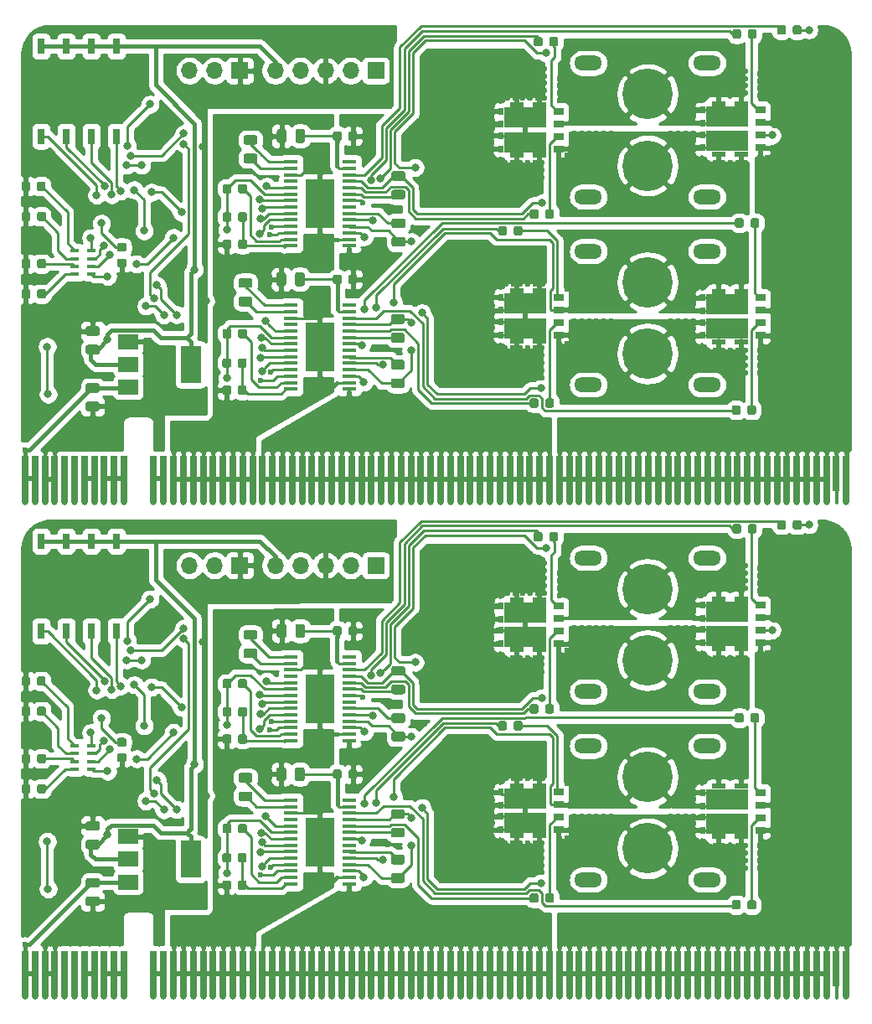
<source format=gbr>
G04 #@! TF.GenerationSoftware,KiCad,Pcbnew,(5.1.5)-3*
G04 #@! TF.CreationDate,2019-12-11T22:47:01+09:00*
G04 #@! TF.ProjectId,CAN_Dual_MDexpress,43414e5f-4475-4616-9c5f-4d4465787072,rev?*
G04 #@! TF.SameCoordinates,Original*
G04 #@! TF.FileFunction,Copper,L1,Top*
G04 #@! TF.FilePolarity,Positive*
%FSLAX46Y46*%
G04 Gerber Fmt 4.6, Leading zero omitted, Abs format (unit mm)*
G04 Created by KiCad (PCBNEW (5.1.5)-3) date 2019-12-11 22:47:01*
%MOMM*%
%LPD*%
G04 APERTURE LIST*
%ADD10C,0.100000*%
%ADD11R,3.000000X5.000000*%
%ADD12R,1.475000X0.450000*%
%ADD13R,0.900000X0.400000*%
%ADD14R,2.000000X3.800000*%
%ADD15R,2.000000X1.500000*%
%ADD16R,0.800000X1.600000*%
%ADD17R,1.700000X1.700000*%
%ADD18O,1.700000X1.700000*%
%ADD19C,0.650000*%
%ADD20R,0.650000X4.600000*%
%ADD21R,0.650000X3.600000*%
%ADD22R,1.000000X0.750000*%
%ADD23R,0.560000X0.750000*%
%ADD24R,1.400000X0.495000*%
%ADD25R,4.280000X2.080000*%
%ADD26C,5.100000*%
%ADD27O,2.800000X1.500000*%
%ADD28C,0.600000*%
%ADD29C,0.800000*%
%ADD30C,0.400000*%
%ADD31C,0.500000*%
%ADD32C,0.250000*%
%ADD33C,0.254000*%
G04 APERTURE END LIST*
G04 #@! TA.AperFunction,SMDPad,CuDef*
D10*
G36*
X131027691Y-59201053D02*
G01*
X131048926Y-59204203D01*
X131069750Y-59209419D01*
X131089962Y-59216651D01*
X131109368Y-59225830D01*
X131127781Y-59236866D01*
X131145024Y-59249654D01*
X131160930Y-59264070D01*
X131175346Y-59279976D01*
X131188134Y-59297219D01*
X131199170Y-59315632D01*
X131208349Y-59335038D01*
X131215581Y-59355250D01*
X131220797Y-59376074D01*
X131223947Y-59397309D01*
X131225000Y-59418750D01*
X131225000Y-59856250D01*
X131223947Y-59877691D01*
X131220797Y-59898926D01*
X131215581Y-59919750D01*
X131208349Y-59939962D01*
X131199170Y-59959368D01*
X131188134Y-59977781D01*
X131175346Y-59995024D01*
X131160930Y-60010930D01*
X131145024Y-60025346D01*
X131127781Y-60038134D01*
X131109368Y-60049170D01*
X131089962Y-60058349D01*
X131069750Y-60065581D01*
X131048926Y-60070797D01*
X131027691Y-60073947D01*
X131006250Y-60075000D01*
X130493750Y-60075000D01*
X130472309Y-60073947D01*
X130451074Y-60070797D01*
X130430250Y-60065581D01*
X130410038Y-60058349D01*
X130390632Y-60049170D01*
X130372219Y-60038134D01*
X130354976Y-60025346D01*
X130339070Y-60010930D01*
X130324654Y-59995024D01*
X130311866Y-59977781D01*
X130300830Y-59959368D01*
X130291651Y-59939962D01*
X130284419Y-59919750D01*
X130279203Y-59898926D01*
X130276053Y-59877691D01*
X130275000Y-59856250D01*
X130275000Y-59418750D01*
X130276053Y-59397309D01*
X130279203Y-59376074D01*
X130284419Y-59355250D01*
X130291651Y-59335038D01*
X130300830Y-59315632D01*
X130311866Y-59297219D01*
X130324654Y-59279976D01*
X130339070Y-59264070D01*
X130354976Y-59249654D01*
X130372219Y-59236866D01*
X130390632Y-59225830D01*
X130410038Y-59216651D01*
X130430250Y-59209419D01*
X130451074Y-59204203D01*
X130472309Y-59201053D01*
X130493750Y-59200000D01*
X131006250Y-59200000D01*
X131027691Y-59201053D01*
G37*
G04 #@! TD.AperFunction*
G04 #@! TA.AperFunction,SMDPad,CuDef*
G36*
X131027691Y-57626053D02*
G01*
X131048926Y-57629203D01*
X131069750Y-57634419D01*
X131089962Y-57641651D01*
X131109368Y-57650830D01*
X131127781Y-57661866D01*
X131145024Y-57674654D01*
X131160930Y-57689070D01*
X131175346Y-57704976D01*
X131188134Y-57722219D01*
X131199170Y-57740632D01*
X131208349Y-57760038D01*
X131215581Y-57780250D01*
X131220797Y-57801074D01*
X131223947Y-57822309D01*
X131225000Y-57843750D01*
X131225000Y-58281250D01*
X131223947Y-58302691D01*
X131220797Y-58323926D01*
X131215581Y-58344750D01*
X131208349Y-58364962D01*
X131199170Y-58384368D01*
X131188134Y-58402781D01*
X131175346Y-58420024D01*
X131160930Y-58435930D01*
X131145024Y-58450346D01*
X131127781Y-58463134D01*
X131109368Y-58474170D01*
X131089962Y-58483349D01*
X131069750Y-58490581D01*
X131048926Y-58495797D01*
X131027691Y-58498947D01*
X131006250Y-58500000D01*
X130493750Y-58500000D01*
X130472309Y-58498947D01*
X130451074Y-58495797D01*
X130430250Y-58490581D01*
X130410038Y-58483349D01*
X130390632Y-58474170D01*
X130372219Y-58463134D01*
X130354976Y-58450346D01*
X130339070Y-58435930D01*
X130324654Y-58420024D01*
X130311866Y-58402781D01*
X130300830Y-58384368D01*
X130291651Y-58364962D01*
X130284419Y-58344750D01*
X130279203Y-58323926D01*
X130276053Y-58302691D01*
X130275000Y-58281250D01*
X130275000Y-57843750D01*
X130276053Y-57822309D01*
X130279203Y-57801074D01*
X130284419Y-57780250D01*
X130291651Y-57760038D01*
X130300830Y-57740632D01*
X130311866Y-57722219D01*
X130324654Y-57704976D01*
X130339070Y-57689070D01*
X130354976Y-57674654D01*
X130372219Y-57661866D01*
X130390632Y-57650830D01*
X130410038Y-57641651D01*
X130430250Y-57634419D01*
X130451074Y-57629203D01*
X130472309Y-57626053D01*
X130493750Y-57625000D01*
X131006250Y-57625000D01*
X131027691Y-57626053D01*
G37*
G04 #@! TD.AperFunction*
G04 #@! TA.AperFunction,SMDPad,CuDef*
G36*
X147167642Y-46117174D02*
G01*
X147191303Y-46120684D01*
X147214507Y-46126496D01*
X147237029Y-46134554D01*
X147258653Y-46144782D01*
X147279170Y-46157079D01*
X147298383Y-46171329D01*
X147316107Y-46187393D01*
X147332171Y-46205117D01*
X147346421Y-46224330D01*
X147358718Y-46244847D01*
X147368946Y-46266471D01*
X147377004Y-46288993D01*
X147382816Y-46312197D01*
X147386326Y-46335858D01*
X147387500Y-46359750D01*
X147387500Y-47272250D01*
X147386326Y-47296142D01*
X147382816Y-47319803D01*
X147377004Y-47343007D01*
X147368946Y-47365529D01*
X147358718Y-47387153D01*
X147346421Y-47407670D01*
X147332171Y-47426883D01*
X147316107Y-47444607D01*
X147298383Y-47460671D01*
X147279170Y-47474921D01*
X147258653Y-47487218D01*
X147237029Y-47497446D01*
X147214507Y-47505504D01*
X147191303Y-47511316D01*
X147167642Y-47514826D01*
X147143750Y-47516000D01*
X146656250Y-47516000D01*
X146632358Y-47514826D01*
X146608697Y-47511316D01*
X146585493Y-47505504D01*
X146562971Y-47497446D01*
X146541347Y-47487218D01*
X146520830Y-47474921D01*
X146501617Y-47460671D01*
X146483893Y-47444607D01*
X146467829Y-47426883D01*
X146453579Y-47407670D01*
X146441282Y-47387153D01*
X146431054Y-47365529D01*
X146422996Y-47343007D01*
X146417184Y-47319803D01*
X146413674Y-47296142D01*
X146412500Y-47272250D01*
X146412500Y-46359750D01*
X146413674Y-46335858D01*
X146417184Y-46312197D01*
X146422996Y-46288993D01*
X146431054Y-46266471D01*
X146441282Y-46244847D01*
X146453579Y-46224330D01*
X146467829Y-46205117D01*
X146483893Y-46187393D01*
X146501617Y-46171329D01*
X146520830Y-46157079D01*
X146541347Y-46144782D01*
X146562971Y-46134554D01*
X146585493Y-46126496D01*
X146608697Y-46120684D01*
X146632358Y-46117174D01*
X146656250Y-46116000D01*
X147143750Y-46116000D01*
X147167642Y-46117174D01*
G37*
G04 #@! TD.AperFunction*
G04 #@! TA.AperFunction,SMDPad,CuDef*
G36*
X149042642Y-46117174D02*
G01*
X149066303Y-46120684D01*
X149089507Y-46126496D01*
X149112029Y-46134554D01*
X149133653Y-46144782D01*
X149154170Y-46157079D01*
X149173383Y-46171329D01*
X149191107Y-46187393D01*
X149207171Y-46205117D01*
X149221421Y-46224330D01*
X149233718Y-46244847D01*
X149243946Y-46266471D01*
X149252004Y-46288993D01*
X149257816Y-46312197D01*
X149261326Y-46335858D01*
X149262500Y-46359750D01*
X149262500Y-47272250D01*
X149261326Y-47296142D01*
X149257816Y-47319803D01*
X149252004Y-47343007D01*
X149243946Y-47365529D01*
X149233718Y-47387153D01*
X149221421Y-47407670D01*
X149207171Y-47426883D01*
X149191107Y-47444607D01*
X149173383Y-47460671D01*
X149154170Y-47474921D01*
X149133653Y-47487218D01*
X149112029Y-47497446D01*
X149089507Y-47505504D01*
X149066303Y-47511316D01*
X149042642Y-47514826D01*
X149018750Y-47516000D01*
X148531250Y-47516000D01*
X148507358Y-47514826D01*
X148483697Y-47511316D01*
X148460493Y-47505504D01*
X148437971Y-47497446D01*
X148416347Y-47487218D01*
X148395830Y-47474921D01*
X148376617Y-47460671D01*
X148358893Y-47444607D01*
X148342829Y-47426883D01*
X148328579Y-47407670D01*
X148316282Y-47387153D01*
X148306054Y-47365529D01*
X148297996Y-47343007D01*
X148292184Y-47319803D01*
X148288674Y-47296142D01*
X148287500Y-47272250D01*
X148287500Y-46359750D01*
X148288674Y-46335858D01*
X148292184Y-46312197D01*
X148297996Y-46288993D01*
X148306054Y-46266471D01*
X148316282Y-46244847D01*
X148328579Y-46224330D01*
X148342829Y-46205117D01*
X148358893Y-46187393D01*
X148376617Y-46171329D01*
X148395830Y-46157079D01*
X148416347Y-46144782D01*
X148437971Y-46134554D01*
X148460493Y-46126496D01*
X148483697Y-46120684D01*
X148507358Y-46117174D01*
X148531250Y-46116000D01*
X149018750Y-46116000D01*
X149042642Y-46117174D01*
G37*
G04 #@! TD.AperFunction*
G04 #@! TA.AperFunction,SMDPad,CuDef*
G36*
X159118142Y-69438674D02*
G01*
X159141803Y-69442184D01*
X159165007Y-69447996D01*
X159187529Y-69456054D01*
X159209153Y-69466282D01*
X159229670Y-69478579D01*
X159248883Y-69492829D01*
X159266607Y-69508893D01*
X159282671Y-69526617D01*
X159296921Y-69545830D01*
X159309218Y-69566347D01*
X159319446Y-69587971D01*
X159327504Y-69610493D01*
X159333316Y-69633697D01*
X159336826Y-69657358D01*
X159338000Y-69681250D01*
X159338000Y-70168750D01*
X159336826Y-70192642D01*
X159333316Y-70216303D01*
X159327504Y-70239507D01*
X159319446Y-70262029D01*
X159309218Y-70283653D01*
X159296921Y-70304170D01*
X159282671Y-70323383D01*
X159266607Y-70341107D01*
X159248883Y-70357171D01*
X159229670Y-70371421D01*
X159209153Y-70383718D01*
X159187529Y-70393946D01*
X159165007Y-70402004D01*
X159141803Y-70407816D01*
X159118142Y-70411326D01*
X159094250Y-70412500D01*
X158181750Y-70412500D01*
X158157858Y-70411326D01*
X158134197Y-70407816D01*
X158110993Y-70402004D01*
X158088471Y-70393946D01*
X158066847Y-70383718D01*
X158046330Y-70371421D01*
X158027117Y-70357171D01*
X158009393Y-70341107D01*
X157993329Y-70323383D01*
X157979079Y-70304170D01*
X157966782Y-70283653D01*
X157956554Y-70262029D01*
X157948496Y-70239507D01*
X157942684Y-70216303D01*
X157939174Y-70192642D01*
X157938000Y-70168750D01*
X157938000Y-69681250D01*
X157939174Y-69657358D01*
X157942684Y-69633697D01*
X157948496Y-69610493D01*
X157956554Y-69587971D01*
X157966782Y-69566347D01*
X157979079Y-69545830D01*
X157993329Y-69526617D01*
X158009393Y-69508893D01*
X158027117Y-69492829D01*
X158046330Y-69478579D01*
X158066847Y-69466282D01*
X158088471Y-69456054D01*
X158110993Y-69447996D01*
X158134197Y-69442184D01*
X158157858Y-69438674D01*
X158181750Y-69437500D01*
X159094250Y-69437500D01*
X159118142Y-69438674D01*
G37*
G04 #@! TD.AperFunction*
G04 #@! TA.AperFunction,SMDPad,CuDef*
G36*
X159118142Y-71313674D02*
G01*
X159141803Y-71317184D01*
X159165007Y-71322996D01*
X159187529Y-71331054D01*
X159209153Y-71341282D01*
X159229670Y-71353579D01*
X159248883Y-71367829D01*
X159266607Y-71383893D01*
X159282671Y-71401617D01*
X159296921Y-71420830D01*
X159309218Y-71441347D01*
X159319446Y-71462971D01*
X159327504Y-71485493D01*
X159333316Y-71508697D01*
X159336826Y-71532358D01*
X159338000Y-71556250D01*
X159338000Y-72043750D01*
X159336826Y-72067642D01*
X159333316Y-72091303D01*
X159327504Y-72114507D01*
X159319446Y-72137029D01*
X159309218Y-72158653D01*
X159296921Y-72179170D01*
X159282671Y-72198383D01*
X159266607Y-72216107D01*
X159248883Y-72232171D01*
X159229670Y-72246421D01*
X159209153Y-72258718D01*
X159187529Y-72268946D01*
X159165007Y-72277004D01*
X159141803Y-72282816D01*
X159118142Y-72286326D01*
X159094250Y-72287500D01*
X158181750Y-72287500D01*
X158157858Y-72286326D01*
X158134197Y-72282816D01*
X158110993Y-72277004D01*
X158088471Y-72268946D01*
X158066847Y-72258718D01*
X158046330Y-72246421D01*
X158027117Y-72232171D01*
X158009393Y-72216107D01*
X157993329Y-72198383D01*
X157979079Y-72179170D01*
X157966782Y-72158653D01*
X157956554Y-72137029D01*
X157948496Y-72114507D01*
X157942684Y-72091303D01*
X157939174Y-72067642D01*
X157938000Y-72043750D01*
X157938000Y-71556250D01*
X157939174Y-71532358D01*
X157942684Y-71508697D01*
X157948496Y-71485493D01*
X157956554Y-71462971D01*
X157966782Y-71441347D01*
X157979079Y-71420830D01*
X157993329Y-71401617D01*
X158009393Y-71383893D01*
X158027117Y-71367829D01*
X158046330Y-71353579D01*
X158066847Y-71341282D01*
X158088471Y-71331054D01*
X158110993Y-71322996D01*
X158134197Y-71317184D01*
X158157858Y-71313674D01*
X158181750Y-71312500D01*
X159094250Y-71312500D01*
X159118142Y-71313674D01*
G37*
G04 #@! TD.AperFunction*
G04 #@! TA.AperFunction,SMDPad,CuDef*
G36*
X159118142Y-66713674D02*
G01*
X159141803Y-66717184D01*
X159165007Y-66722996D01*
X159187529Y-66731054D01*
X159209153Y-66741282D01*
X159229670Y-66753579D01*
X159248883Y-66767829D01*
X159266607Y-66783893D01*
X159282671Y-66801617D01*
X159296921Y-66820830D01*
X159309218Y-66841347D01*
X159319446Y-66862971D01*
X159327504Y-66885493D01*
X159333316Y-66908697D01*
X159336826Y-66932358D01*
X159338000Y-66956250D01*
X159338000Y-67443750D01*
X159336826Y-67467642D01*
X159333316Y-67491303D01*
X159327504Y-67514507D01*
X159319446Y-67537029D01*
X159309218Y-67558653D01*
X159296921Y-67579170D01*
X159282671Y-67598383D01*
X159266607Y-67616107D01*
X159248883Y-67632171D01*
X159229670Y-67646421D01*
X159209153Y-67658718D01*
X159187529Y-67668946D01*
X159165007Y-67677004D01*
X159141803Y-67682816D01*
X159118142Y-67686326D01*
X159094250Y-67687500D01*
X158181750Y-67687500D01*
X158157858Y-67686326D01*
X158134197Y-67682816D01*
X158110993Y-67677004D01*
X158088471Y-67668946D01*
X158066847Y-67658718D01*
X158046330Y-67646421D01*
X158027117Y-67632171D01*
X158009393Y-67616107D01*
X157993329Y-67598383D01*
X157979079Y-67579170D01*
X157966782Y-67558653D01*
X157956554Y-67537029D01*
X157948496Y-67514507D01*
X157942684Y-67491303D01*
X157939174Y-67467642D01*
X157938000Y-67443750D01*
X157938000Y-66956250D01*
X157939174Y-66932358D01*
X157942684Y-66908697D01*
X157948496Y-66885493D01*
X157956554Y-66862971D01*
X157966782Y-66841347D01*
X157979079Y-66820830D01*
X157993329Y-66801617D01*
X158009393Y-66783893D01*
X158027117Y-66767829D01*
X158046330Y-66753579D01*
X158066847Y-66741282D01*
X158088471Y-66731054D01*
X158110993Y-66722996D01*
X158134197Y-66717184D01*
X158157858Y-66713674D01*
X158181750Y-66712500D01*
X159094250Y-66712500D01*
X159118142Y-66713674D01*
G37*
G04 #@! TD.AperFunction*
G04 #@! TA.AperFunction,SMDPad,CuDef*
G36*
X159118142Y-64838674D02*
G01*
X159141803Y-64842184D01*
X159165007Y-64847996D01*
X159187529Y-64856054D01*
X159209153Y-64866282D01*
X159229670Y-64878579D01*
X159248883Y-64892829D01*
X159266607Y-64908893D01*
X159282671Y-64926617D01*
X159296921Y-64945830D01*
X159309218Y-64966347D01*
X159319446Y-64987971D01*
X159327504Y-65010493D01*
X159333316Y-65033697D01*
X159336826Y-65057358D01*
X159338000Y-65081250D01*
X159338000Y-65568750D01*
X159336826Y-65592642D01*
X159333316Y-65616303D01*
X159327504Y-65639507D01*
X159319446Y-65662029D01*
X159309218Y-65683653D01*
X159296921Y-65704170D01*
X159282671Y-65723383D01*
X159266607Y-65741107D01*
X159248883Y-65757171D01*
X159229670Y-65771421D01*
X159209153Y-65783718D01*
X159187529Y-65793946D01*
X159165007Y-65802004D01*
X159141803Y-65807816D01*
X159118142Y-65811326D01*
X159094250Y-65812500D01*
X158181750Y-65812500D01*
X158157858Y-65811326D01*
X158134197Y-65807816D01*
X158110993Y-65802004D01*
X158088471Y-65793946D01*
X158066847Y-65783718D01*
X158046330Y-65771421D01*
X158027117Y-65757171D01*
X158009393Y-65741107D01*
X157993329Y-65723383D01*
X157979079Y-65704170D01*
X157966782Y-65683653D01*
X157956554Y-65662029D01*
X157948496Y-65639507D01*
X157942684Y-65616303D01*
X157939174Y-65592642D01*
X157938000Y-65568750D01*
X157938000Y-65081250D01*
X157939174Y-65057358D01*
X157942684Y-65033697D01*
X157948496Y-65010493D01*
X157956554Y-64987971D01*
X157966782Y-64966347D01*
X157979079Y-64945830D01*
X157993329Y-64926617D01*
X158009393Y-64908893D01*
X158027117Y-64892829D01*
X158046330Y-64878579D01*
X158066847Y-64866282D01*
X158088471Y-64856054D01*
X158110993Y-64847996D01*
X158134197Y-64842184D01*
X158157858Y-64838674D01*
X158181750Y-64837500D01*
X159094250Y-64837500D01*
X159118142Y-64838674D01*
G37*
G04 #@! TD.AperFunction*
G04 #@! TA.AperFunction,SMDPad,CuDef*
G36*
X159180142Y-55138674D02*
G01*
X159203803Y-55142184D01*
X159227007Y-55147996D01*
X159249529Y-55156054D01*
X159271153Y-55166282D01*
X159291670Y-55178579D01*
X159310883Y-55192829D01*
X159328607Y-55208893D01*
X159344671Y-55226617D01*
X159358921Y-55245830D01*
X159371218Y-55266347D01*
X159381446Y-55287971D01*
X159389504Y-55310493D01*
X159395316Y-55333697D01*
X159398826Y-55357358D01*
X159400000Y-55381250D01*
X159400000Y-55868750D01*
X159398826Y-55892642D01*
X159395316Y-55916303D01*
X159389504Y-55939507D01*
X159381446Y-55962029D01*
X159371218Y-55983653D01*
X159358921Y-56004170D01*
X159344671Y-56023383D01*
X159328607Y-56041107D01*
X159310883Y-56057171D01*
X159291670Y-56071421D01*
X159271153Y-56083718D01*
X159249529Y-56093946D01*
X159227007Y-56102004D01*
X159203803Y-56107816D01*
X159180142Y-56111326D01*
X159156250Y-56112500D01*
X158243750Y-56112500D01*
X158219858Y-56111326D01*
X158196197Y-56107816D01*
X158172993Y-56102004D01*
X158150471Y-56093946D01*
X158128847Y-56083718D01*
X158108330Y-56071421D01*
X158089117Y-56057171D01*
X158071393Y-56041107D01*
X158055329Y-56023383D01*
X158041079Y-56004170D01*
X158028782Y-55983653D01*
X158018554Y-55962029D01*
X158010496Y-55939507D01*
X158004684Y-55916303D01*
X158001174Y-55892642D01*
X158000000Y-55868750D01*
X158000000Y-55381250D01*
X158001174Y-55357358D01*
X158004684Y-55333697D01*
X158010496Y-55310493D01*
X158018554Y-55287971D01*
X158028782Y-55266347D01*
X158041079Y-55245830D01*
X158055329Y-55226617D01*
X158071393Y-55208893D01*
X158089117Y-55192829D01*
X158108330Y-55178579D01*
X158128847Y-55166282D01*
X158150471Y-55156054D01*
X158172993Y-55147996D01*
X158196197Y-55142184D01*
X158219858Y-55138674D01*
X158243750Y-55137500D01*
X159156250Y-55137500D01*
X159180142Y-55138674D01*
G37*
G04 #@! TD.AperFunction*
G04 #@! TA.AperFunction,SMDPad,CuDef*
G36*
X159180142Y-57013674D02*
G01*
X159203803Y-57017184D01*
X159227007Y-57022996D01*
X159249529Y-57031054D01*
X159271153Y-57041282D01*
X159291670Y-57053579D01*
X159310883Y-57067829D01*
X159328607Y-57083893D01*
X159344671Y-57101617D01*
X159358921Y-57120830D01*
X159371218Y-57141347D01*
X159381446Y-57162971D01*
X159389504Y-57185493D01*
X159395316Y-57208697D01*
X159398826Y-57232358D01*
X159400000Y-57256250D01*
X159400000Y-57743750D01*
X159398826Y-57767642D01*
X159395316Y-57791303D01*
X159389504Y-57814507D01*
X159381446Y-57837029D01*
X159371218Y-57858653D01*
X159358921Y-57879170D01*
X159344671Y-57898383D01*
X159328607Y-57916107D01*
X159310883Y-57932171D01*
X159291670Y-57946421D01*
X159271153Y-57958718D01*
X159249529Y-57968946D01*
X159227007Y-57977004D01*
X159203803Y-57982816D01*
X159180142Y-57986326D01*
X159156250Y-57987500D01*
X158243750Y-57987500D01*
X158219858Y-57986326D01*
X158196197Y-57982816D01*
X158172993Y-57977004D01*
X158150471Y-57968946D01*
X158128847Y-57958718D01*
X158108330Y-57946421D01*
X158089117Y-57932171D01*
X158071393Y-57916107D01*
X158055329Y-57898383D01*
X158041079Y-57879170D01*
X158028782Y-57858653D01*
X158018554Y-57837029D01*
X158010496Y-57814507D01*
X158004684Y-57791303D01*
X158001174Y-57767642D01*
X158000000Y-57743750D01*
X158000000Y-57256250D01*
X158001174Y-57232358D01*
X158004684Y-57208697D01*
X158010496Y-57185493D01*
X158018554Y-57162971D01*
X158028782Y-57141347D01*
X158041079Y-57120830D01*
X158055329Y-57101617D01*
X158071393Y-57083893D01*
X158089117Y-57067829D01*
X158108330Y-57053579D01*
X158128847Y-57041282D01*
X158150471Y-57031054D01*
X158172993Y-57022996D01*
X158196197Y-57017184D01*
X158219858Y-57013674D01*
X158243750Y-57012500D01*
X159156250Y-57012500D01*
X159180142Y-57013674D01*
G37*
G04 #@! TD.AperFunction*
G04 #@! TA.AperFunction,SMDPad,CuDef*
G36*
X174227691Y-73326053D02*
G01*
X174248926Y-73329203D01*
X174269750Y-73334419D01*
X174289962Y-73341651D01*
X174309368Y-73350830D01*
X174327781Y-73361866D01*
X174345024Y-73374654D01*
X174360930Y-73389070D01*
X174375346Y-73404976D01*
X174388134Y-73422219D01*
X174399170Y-73440632D01*
X174408349Y-73460038D01*
X174415581Y-73480250D01*
X174420797Y-73501074D01*
X174423947Y-73522309D01*
X174425000Y-73543750D01*
X174425000Y-74056250D01*
X174423947Y-74077691D01*
X174420797Y-74098926D01*
X174415581Y-74119750D01*
X174408349Y-74139962D01*
X174399170Y-74159368D01*
X174388134Y-74177781D01*
X174375346Y-74195024D01*
X174360930Y-74210930D01*
X174345024Y-74225346D01*
X174327781Y-74238134D01*
X174309368Y-74249170D01*
X174289962Y-74258349D01*
X174269750Y-74265581D01*
X174248926Y-74270797D01*
X174227691Y-74273947D01*
X174206250Y-74275000D01*
X173768750Y-74275000D01*
X173747309Y-74273947D01*
X173726074Y-74270797D01*
X173705250Y-74265581D01*
X173685038Y-74258349D01*
X173665632Y-74249170D01*
X173647219Y-74238134D01*
X173629976Y-74225346D01*
X173614070Y-74210930D01*
X173599654Y-74195024D01*
X173586866Y-74177781D01*
X173575830Y-74159368D01*
X173566651Y-74139962D01*
X173559419Y-74119750D01*
X173554203Y-74098926D01*
X173551053Y-74077691D01*
X173550000Y-74056250D01*
X173550000Y-73543750D01*
X173551053Y-73522309D01*
X173554203Y-73501074D01*
X173559419Y-73480250D01*
X173566651Y-73460038D01*
X173575830Y-73440632D01*
X173586866Y-73422219D01*
X173599654Y-73404976D01*
X173614070Y-73389070D01*
X173629976Y-73374654D01*
X173647219Y-73361866D01*
X173665632Y-73350830D01*
X173685038Y-73341651D01*
X173705250Y-73334419D01*
X173726074Y-73329203D01*
X173747309Y-73326053D01*
X173768750Y-73325000D01*
X174206250Y-73325000D01*
X174227691Y-73326053D01*
G37*
G04 #@! TD.AperFunction*
G04 #@! TA.AperFunction,SMDPad,CuDef*
G36*
X172652691Y-73326053D02*
G01*
X172673926Y-73329203D01*
X172694750Y-73334419D01*
X172714962Y-73341651D01*
X172734368Y-73350830D01*
X172752781Y-73361866D01*
X172770024Y-73374654D01*
X172785930Y-73389070D01*
X172800346Y-73404976D01*
X172813134Y-73422219D01*
X172824170Y-73440632D01*
X172833349Y-73460038D01*
X172840581Y-73480250D01*
X172845797Y-73501074D01*
X172848947Y-73522309D01*
X172850000Y-73543750D01*
X172850000Y-74056250D01*
X172848947Y-74077691D01*
X172845797Y-74098926D01*
X172840581Y-74119750D01*
X172833349Y-74139962D01*
X172824170Y-74159368D01*
X172813134Y-74177781D01*
X172800346Y-74195024D01*
X172785930Y-74210930D01*
X172770024Y-74225346D01*
X172752781Y-74238134D01*
X172734368Y-74249170D01*
X172714962Y-74258349D01*
X172694750Y-74265581D01*
X172673926Y-74270797D01*
X172652691Y-74273947D01*
X172631250Y-74275000D01*
X172193750Y-74275000D01*
X172172309Y-74273947D01*
X172151074Y-74270797D01*
X172130250Y-74265581D01*
X172110038Y-74258349D01*
X172090632Y-74249170D01*
X172072219Y-74238134D01*
X172054976Y-74225346D01*
X172039070Y-74210930D01*
X172024654Y-74195024D01*
X172011866Y-74177781D01*
X172000830Y-74159368D01*
X171991651Y-74139962D01*
X171984419Y-74119750D01*
X171979203Y-74098926D01*
X171976053Y-74077691D01*
X171975000Y-74056250D01*
X171975000Y-73543750D01*
X171976053Y-73522309D01*
X171979203Y-73501074D01*
X171984419Y-73480250D01*
X171991651Y-73460038D01*
X172000830Y-73440632D01*
X172011866Y-73422219D01*
X172024654Y-73404976D01*
X172039070Y-73389070D01*
X172054976Y-73374654D01*
X172072219Y-73361866D01*
X172090632Y-73350830D01*
X172110038Y-73341651D01*
X172130250Y-73334419D01*
X172151074Y-73329203D01*
X172172309Y-73326053D01*
X172193750Y-73325000D01*
X172631250Y-73325000D01*
X172652691Y-73326053D01*
G37*
G04 #@! TD.AperFunction*
D11*
X150772000Y-68152000D03*
D12*
X147834000Y-72377000D03*
X147834000Y-71727000D03*
X147834000Y-71077000D03*
X147834000Y-70427000D03*
X147834000Y-69777000D03*
X147834000Y-69127000D03*
X147834000Y-68477000D03*
X147834000Y-67827000D03*
X147834000Y-67177000D03*
X147834000Y-66527000D03*
X147834000Y-65877000D03*
X147834000Y-65227000D03*
X147834000Y-64577000D03*
X147834000Y-63927000D03*
X153710000Y-63927000D03*
X153710000Y-64577000D03*
X153710000Y-65227000D03*
X153710000Y-65877000D03*
X153710000Y-66527000D03*
X153710000Y-67177000D03*
X153710000Y-67827000D03*
X153710000Y-68477000D03*
X153710000Y-69127000D03*
X153710000Y-69777000D03*
X153710000Y-70427000D03*
X153710000Y-71077000D03*
X153710000Y-71727000D03*
X153710000Y-72377000D03*
G04 #@! TA.AperFunction,SMDPad,CuDef*
D10*
G36*
X128280142Y-66038674D02*
G01*
X128303803Y-66042184D01*
X128327007Y-66047996D01*
X128349529Y-66056054D01*
X128371153Y-66066282D01*
X128391670Y-66078579D01*
X128410883Y-66092829D01*
X128428607Y-66108893D01*
X128444671Y-66126617D01*
X128458921Y-66145830D01*
X128471218Y-66166347D01*
X128481446Y-66187971D01*
X128489504Y-66210493D01*
X128495316Y-66233697D01*
X128498826Y-66257358D01*
X128500000Y-66281250D01*
X128500000Y-66768750D01*
X128498826Y-66792642D01*
X128495316Y-66816303D01*
X128489504Y-66839507D01*
X128481446Y-66862029D01*
X128471218Y-66883653D01*
X128458921Y-66904170D01*
X128444671Y-66923383D01*
X128428607Y-66941107D01*
X128410883Y-66957171D01*
X128391670Y-66971421D01*
X128371153Y-66983718D01*
X128349529Y-66993946D01*
X128327007Y-67002004D01*
X128303803Y-67007816D01*
X128280142Y-67011326D01*
X128256250Y-67012500D01*
X127343750Y-67012500D01*
X127319858Y-67011326D01*
X127296197Y-67007816D01*
X127272993Y-67002004D01*
X127250471Y-66993946D01*
X127228847Y-66983718D01*
X127208330Y-66971421D01*
X127189117Y-66957171D01*
X127171393Y-66941107D01*
X127155329Y-66923383D01*
X127141079Y-66904170D01*
X127128782Y-66883653D01*
X127118554Y-66862029D01*
X127110496Y-66839507D01*
X127104684Y-66816303D01*
X127101174Y-66792642D01*
X127100000Y-66768750D01*
X127100000Y-66281250D01*
X127101174Y-66257358D01*
X127104684Y-66233697D01*
X127110496Y-66210493D01*
X127118554Y-66187971D01*
X127128782Y-66166347D01*
X127141079Y-66145830D01*
X127155329Y-66126617D01*
X127171393Y-66108893D01*
X127189117Y-66092829D01*
X127208330Y-66078579D01*
X127228847Y-66066282D01*
X127250471Y-66056054D01*
X127272993Y-66047996D01*
X127296197Y-66042184D01*
X127319858Y-66038674D01*
X127343750Y-66037500D01*
X128256250Y-66037500D01*
X128280142Y-66038674D01*
G37*
G04 #@! TD.AperFunction*
G04 #@! TA.AperFunction,SMDPad,CuDef*
G36*
X128280142Y-67913674D02*
G01*
X128303803Y-67917184D01*
X128327007Y-67922996D01*
X128349529Y-67931054D01*
X128371153Y-67941282D01*
X128391670Y-67953579D01*
X128410883Y-67967829D01*
X128428607Y-67983893D01*
X128444671Y-68001617D01*
X128458921Y-68020830D01*
X128471218Y-68041347D01*
X128481446Y-68062971D01*
X128489504Y-68085493D01*
X128495316Y-68108697D01*
X128498826Y-68132358D01*
X128500000Y-68156250D01*
X128500000Y-68643750D01*
X128498826Y-68667642D01*
X128495316Y-68691303D01*
X128489504Y-68714507D01*
X128481446Y-68737029D01*
X128471218Y-68758653D01*
X128458921Y-68779170D01*
X128444671Y-68798383D01*
X128428607Y-68816107D01*
X128410883Y-68832171D01*
X128391670Y-68846421D01*
X128371153Y-68858718D01*
X128349529Y-68868946D01*
X128327007Y-68877004D01*
X128303803Y-68882816D01*
X128280142Y-68886326D01*
X128256250Y-68887500D01*
X127343750Y-68887500D01*
X127319858Y-68886326D01*
X127296197Y-68882816D01*
X127272993Y-68877004D01*
X127250471Y-68868946D01*
X127228847Y-68858718D01*
X127208330Y-68846421D01*
X127189117Y-68832171D01*
X127171393Y-68816107D01*
X127155329Y-68798383D01*
X127141079Y-68779170D01*
X127128782Y-68758653D01*
X127118554Y-68737029D01*
X127110496Y-68714507D01*
X127104684Y-68691303D01*
X127101174Y-68667642D01*
X127100000Y-68643750D01*
X127100000Y-68156250D01*
X127101174Y-68132358D01*
X127104684Y-68108697D01*
X127110496Y-68085493D01*
X127118554Y-68062971D01*
X127128782Y-68041347D01*
X127141079Y-68020830D01*
X127155329Y-68001617D01*
X127171393Y-67983893D01*
X127189117Y-67967829D01*
X127208330Y-67953579D01*
X127228847Y-67941282D01*
X127250471Y-67931054D01*
X127272993Y-67922996D01*
X127296197Y-67917184D01*
X127319858Y-67913674D01*
X127343750Y-67912500D01*
X128256250Y-67912500D01*
X128280142Y-67913674D01*
G37*
G04 #@! TD.AperFunction*
D11*
X150772000Y-53674000D03*
D12*
X147834000Y-57899000D03*
X147834000Y-57249000D03*
X147834000Y-56599000D03*
X147834000Y-55949000D03*
X147834000Y-55299000D03*
X147834000Y-54649000D03*
X147834000Y-53999000D03*
X147834000Y-53349000D03*
X147834000Y-52699000D03*
X147834000Y-52049000D03*
X147834000Y-51399000D03*
X147834000Y-50749000D03*
X147834000Y-50099000D03*
X147834000Y-49449000D03*
X153710000Y-49449000D03*
X153710000Y-50099000D03*
X153710000Y-50749000D03*
X153710000Y-51399000D03*
X153710000Y-52049000D03*
X153710000Y-52699000D03*
X153710000Y-53349000D03*
X153710000Y-53999000D03*
X153710000Y-54649000D03*
X153710000Y-55299000D03*
X153710000Y-55949000D03*
X153710000Y-56599000D03*
X153710000Y-57249000D03*
X153710000Y-57899000D03*
G04 #@! TA.AperFunction,SMDPad,CuDef*
D10*
G36*
X149005142Y-60595174D02*
G01*
X149028803Y-60598684D01*
X149052007Y-60604496D01*
X149074529Y-60612554D01*
X149096153Y-60622782D01*
X149116670Y-60635079D01*
X149135883Y-60649329D01*
X149153607Y-60665393D01*
X149169671Y-60683117D01*
X149183921Y-60702330D01*
X149196218Y-60722847D01*
X149206446Y-60744471D01*
X149214504Y-60766993D01*
X149220316Y-60790197D01*
X149223826Y-60813858D01*
X149225000Y-60837750D01*
X149225000Y-61750250D01*
X149223826Y-61774142D01*
X149220316Y-61797803D01*
X149214504Y-61821007D01*
X149206446Y-61843529D01*
X149196218Y-61865153D01*
X149183921Y-61885670D01*
X149169671Y-61904883D01*
X149153607Y-61922607D01*
X149135883Y-61938671D01*
X149116670Y-61952921D01*
X149096153Y-61965218D01*
X149074529Y-61975446D01*
X149052007Y-61983504D01*
X149028803Y-61989316D01*
X149005142Y-61992826D01*
X148981250Y-61994000D01*
X148493750Y-61994000D01*
X148469858Y-61992826D01*
X148446197Y-61989316D01*
X148422993Y-61983504D01*
X148400471Y-61975446D01*
X148378847Y-61965218D01*
X148358330Y-61952921D01*
X148339117Y-61938671D01*
X148321393Y-61922607D01*
X148305329Y-61904883D01*
X148291079Y-61885670D01*
X148278782Y-61865153D01*
X148268554Y-61843529D01*
X148260496Y-61821007D01*
X148254684Y-61797803D01*
X148251174Y-61774142D01*
X148250000Y-61750250D01*
X148250000Y-60837750D01*
X148251174Y-60813858D01*
X148254684Y-60790197D01*
X148260496Y-60766993D01*
X148268554Y-60744471D01*
X148278782Y-60722847D01*
X148291079Y-60702330D01*
X148305329Y-60683117D01*
X148321393Y-60665393D01*
X148339117Y-60649329D01*
X148358330Y-60635079D01*
X148378847Y-60622782D01*
X148400471Y-60612554D01*
X148422993Y-60604496D01*
X148446197Y-60598684D01*
X148469858Y-60595174D01*
X148493750Y-60594000D01*
X148981250Y-60594000D01*
X149005142Y-60595174D01*
G37*
G04 #@! TD.AperFunction*
G04 #@! TA.AperFunction,SMDPad,CuDef*
G36*
X147130142Y-60595174D02*
G01*
X147153803Y-60598684D01*
X147177007Y-60604496D01*
X147199529Y-60612554D01*
X147221153Y-60622782D01*
X147241670Y-60635079D01*
X147260883Y-60649329D01*
X147278607Y-60665393D01*
X147294671Y-60683117D01*
X147308921Y-60702330D01*
X147321218Y-60722847D01*
X147331446Y-60744471D01*
X147339504Y-60766993D01*
X147345316Y-60790197D01*
X147348826Y-60813858D01*
X147350000Y-60837750D01*
X147350000Y-61750250D01*
X147348826Y-61774142D01*
X147345316Y-61797803D01*
X147339504Y-61821007D01*
X147331446Y-61843529D01*
X147321218Y-61865153D01*
X147308921Y-61885670D01*
X147294671Y-61904883D01*
X147278607Y-61922607D01*
X147260883Y-61938671D01*
X147241670Y-61952921D01*
X147221153Y-61965218D01*
X147199529Y-61975446D01*
X147177007Y-61983504D01*
X147153803Y-61989316D01*
X147130142Y-61992826D01*
X147106250Y-61994000D01*
X146618750Y-61994000D01*
X146594858Y-61992826D01*
X146571197Y-61989316D01*
X146547993Y-61983504D01*
X146525471Y-61975446D01*
X146503847Y-61965218D01*
X146483330Y-61952921D01*
X146464117Y-61938671D01*
X146446393Y-61922607D01*
X146430329Y-61904883D01*
X146416079Y-61885670D01*
X146403782Y-61865153D01*
X146393554Y-61843529D01*
X146385496Y-61821007D01*
X146379684Y-61797803D01*
X146376174Y-61774142D01*
X146375000Y-61750250D01*
X146375000Y-60837750D01*
X146376174Y-60813858D01*
X146379684Y-60790197D01*
X146385496Y-60766993D01*
X146393554Y-60744471D01*
X146403782Y-60722847D01*
X146416079Y-60702330D01*
X146430329Y-60683117D01*
X146446393Y-60665393D01*
X146464117Y-60649329D01*
X146483330Y-60635079D01*
X146503847Y-60622782D01*
X146525471Y-60612554D01*
X146547993Y-60604496D01*
X146571197Y-60598684D01*
X146594858Y-60595174D01*
X146618750Y-60594000D01*
X147106250Y-60594000D01*
X147130142Y-60595174D01*
G37*
G04 #@! TD.AperFunction*
G04 #@! TA.AperFunction,SMDPad,CuDef*
G36*
X159172142Y-50376174D02*
G01*
X159195803Y-50379684D01*
X159219007Y-50385496D01*
X159241529Y-50393554D01*
X159263153Y-50403782D01*
X159283670Y-50416079D01*
X159302883Y-50430329D01*
X159320607Y-50446393D01*
X159336671Y-50464117D01*
X159350921Y-50483330D01*
X159363218Y-50503847D01*
X159373446Y-50525471D01*
X159381504Y-50547993D01*
X159387316Y-50571197D01*
X159390826Y-50594858D01*
X159392000Y-50618750D01*
X159392000Y-51106250D01*
X159390826Y-51130142D01*
X159387316Y-51153803D01*
X159381504Y-51177007D01*
X159373446Y-51199529D01*
X159363218Y-51221153D01*
X159350921Y-51241670D01*
X159336671Y-51260883D01*
X159320607Y-51278607D01*
X159302883Y-51294671D01*
X159283670Y-51308921D01*
X159263153Y-51321218D01*
X159241529Y-51331446D01*
X159219007Y-51339504D01*
X159195803Y-51345316D01*
X159172142Y-51348826D01*
X159148250Y-51350000D01*
X158235750Y-51350000D01*
X158211858Y-51348826D01*
X158188197Y-51345316D01*
X158164993Y-51339504D01*
X158142471Y-51331446D01*
X158120847Y-51321218D01*
X158100330Y-51308921D01*
X158081117Y-51294671D01*
X158063393Y-51278607D01*
X158047329Y-51260883D01*
X158033079Y-51241670D01*
X158020782Y-51221153D01*
X158010554Y-51199529D01*
X158002496Y-51177007D01*
X157996684Y-51153803D01*
X157993174Y-51130142D01*
X157992000Y-51106250D01*
X157992000Y-50618750D01*
X157993174Y-50594858D01*
X157996684Y-50571197D01*
X158002496Y-50547993D01*
X158010554Y-50525471D01*
X158020782Y-50503847D01*
X158033079Y-50483330D01*
X158047329Y-50464117D01*
X158063393Y-50446393D01*
X158081117Y-50430329D01*
X158100330Y-50416079D01*
X158120847Y-50403782D01*
X158142471Y-50393554D01*
X158164993Y-50385496D01*
X158188197Y-50379684D01*
X158211858Y-50376174D01*
X158235750Y-50375000D01*
X159148250Y-50375000D01*
X159172142Y-50376174D01*
G37*
G04 #@! TD.AperFunction*
G04 #@! TA.AperFunction,SMDPad,CuDef*
G36*
X159172142Y-52251174D02*
G01*
X159195803Y-52254684D01*
X159219007Y-52260496D01*
X159241529Y-52268554D01*
X159263153Y-52278782D01*
X159283670Y-52291079D01*
X159302883Y-52305329D01*
X159320607Y-52321393D01*
X159336671Y-52339117D01*
X159350921Y-52358330D01*
X159363218Y-52378847D01*
X159373446Y-52400471D01*
X159381504Y-52422993D01*
X159387316Y-52446197D01*
X159390826Y-52469858D01*
X159392000Y-52493750D01*
X159392000Y-52981250D01*
X159390826Y-53005142D01*
X159387316Y-53028803D01*
X159381504Y-53052007D01*
X159373446Y-53074529D01*
X159363218Y-53096153D01*
X159350921Y-53116670D01*
X159336671Y-53135883D01*
X159320607Y-53153607D01*
X159302883Y-53169671D01*
X159283670Y-53183921D01*
X159263153Y-53196218D01*
X159241529Y-53206446D01*
X159219007Y-53214504D01*
X159195803Y-53220316D01*
X159172142Y-53223826D01*
X159148250Y-53225000D01*
X158235750Y-53225000D01*
X158211858Y-53223826D01*
X158188197Y-53220316D01*
X158164993Y-53214504D01*
X158142471Y-53206446D01*
X158120847Y-53196218D01*
X158100330Y-53183921D01*
X158081117Y-53169671D01*
X158063393Y-53153607D01*
X158047329Y-53135883D01*
X158033079Y-53116670D01*
X158020782Y-53096153D01*
X158010554Y-53074529D01*
X158002496Y-53052007D01*
X157996684Y-53028803D01*
X157993174Y-53005142D01*
X157992000Y-52981250D01*
X157992000Y-52493750D01*
X157993174Y-52469858D01*
X157996684Y-52446197D01*
X158002496Y-52422993D01*
X158010554Y-52400471D01*
X158020782Y-52378847D01*
X158033079Y-52358330D01*
X158047329Y-52339117D01*
X158063393Y-52321393D01*
X158081117Y-52305329D01*
X158100330Y-52291079D01*
X158120847Y-52278782D01*
X158142471Y-52268554D01*
X158164993Y-52260496D01*
X158188197Y-52254684D01*
X158211858Y-52251174D01*
X158235750Y-52250000D01*
X159148250Y-52250000D01*
X159172142Y-52251174D01*
G37*
G04 #@! TD.AperFunction*
G04 #@! TA.AperFunction,SMDPad,CuDef*
G36*
X128280142Y-71776174D02*
G01*
X128303803Y-71779684D01*
X128327007Y-71785496D01*
X128349529Y-71793554D01*
X128371153Y-71803782D01*
X128391670Y-71816079D01*
X128410883Y-71830329D01*
X128428607Y-71846393D01*
X128444671Y-71864117D01*
X128458921Y-71883330D01*
X128471218Y-71903847D01*
X128481446Y-71925471D01*
X128489504Y-71947993D01*
X128495316Y-71971197D01*
X128498826Y-71994858D01*
X128500000Y-72018750D01*
X128500000Y-72506250D01*
X128498826Y-72530142D01*
X128495316Y-72553803D01*
X128489504Y-72577007D01*
X128481446Y-72599529D01*
X128471218Y-72621153D01*
X128458921Y-72641670D01*
X128444671Y-72660883D01*
X128428607Y-72678607D01*
X128410883Y-72694671D01*
X128391670Y-72708921D01*
X128371153Y-72721218D01*
X128349529Y-72731446D01*
X128327007Y-72739504D01*
X128303803Y-72745316D01*
X128280142Y-72748826D01*
X128256250Y-72750000D01*
X127343750Y-72750000D01*
X127319858Y-72748826D01*
X127296197Y-72745316D01*
X127272993Y-72739504D01*
X127250471Y-72731446D01*
X127228847Y-72721218D01*
X127208330Y-72708921D01*
X127189117Y-72694671D01*
X127171393Y-72678607D01*
X127155329Y-72660883D01*
X127141079Y-72641670D01*
X127128782Y-72621153D01*
X127118554Y-72599529D01*
X127110496Y-72577007D01*
X127104684Y-72553803D01*
X127101174Y-72530142D01*
X127100000Y-72506250D01*
X127100000Y-72018750D01*
X127101174Y-71994858D01*
X127104684Y-71971197D01*
X127110496Y-71947993D01*
X127118554Y-71925471D01*
X127128782Y-71903847D01*
X127141079Y-71883330D01*
X127155329Y-71864117D01*
X127171393Y-71846393D01*
X127189117Y-71830329D01*
X127208330Y-71816079D01*
X127228847Y-71803782D01*
X127250471Y-71793554D01*
X127272993Y-71785496D01*
X127296197Y-71779684D01*
X127319858Y-71776174D01*
X127343750Y-71775000D01*
X128256250Y-71775000D01*
X128280142Y-71776174D01*
G37*
G04 #@! TD.AperFunction*
G04 #@! TA.AperFunction,SMDPad,CuDef*
G36*
X128280142Y-73651174D02*
G01*
X128303803Y-73654684D01*
X128327007Y-73660496D01*
X128349529Y-73668554D01*
X128371153Y-73678782D01*
X128391670Y-73691079D01*
X128410883Y-73705329D01*
X128428607Y-73721393D01*
X128444671Y-73739117D01*
X128458921Y-73758330D01*
X128471218Y-73778847D01*
X128481446Y-73800471D01*
X128489504Y-73822993D01*
X128495316Y-73846197D01*
X128498826Y-73869858D01*
X128500000Y-73893750D01*
X128500000Y-74381250D01*
X128498826Y-74405142D01*
X128495316Y-74428803D01*
X128489504Y-74452007D01*
X128481446Y-74474529D01*
X128471218Y-74496153D01*
X128458921Y-74516670D01*
X128444671Y-74535883D01*
X128428607Y-74553607D01*
X128410883Y-74569671D01*
X128391670Y-74583921D01*
X128371153Y-74596218D01*
X128349529Y-74606446D01*
X128327007Y-74614504D01*
X128303803Y-74620316D01*
X128280142Y-74623826D01*
X128256250Y-74625000D01*
X127343750Y-74625000D01*
X127319858Y-74623826D01*
X127296197Y-74620316D01*
X127272993Y-74614504D01*
X127250471Y-74606446D01*
X127228847Y-74596218D01*
X127208330Y-74583921D01*
X127189117Y-74569671D01*
X127171393Y-74553607D01*
X127155329Y-74535883D01*
X127141079Y-74516670D01*
X127128782Y-74496153D01*
X127118554Y-74474529D01*
X127110496Y-74452007D01*
X127104684Y-74428803D01*
X127101174Y-74405142D01*
X127100000Y-74381250D01*
X127100000Y-73893750D01*
X127101174Y-73869858D01*
X127104684Y-73846197D01*
X127110496Y-73822993D01*
X127118554Y-73800471D01*
X127128782Y-73778847D01*
X127141079Y-73758330D01*
X127155329Y-73739117D01*
X127171393Y-73721393D01*
X127189117Y-73705329D01*
X127208330Y-73691079D01*
X127228847Y-73678782D01*
X127250471Y-73668554D01*
X127272993Y-73660496D01*
X127296197Y-73654684D01*
X127319858Y-73651174D01*
X127343750Y-73650000D01*
X128256250Y-73650000D01*
X128280142Y-73651174D01*
G37*
G04 #@! TD.AperFunction*
G04 #@! TA.AperFunction,SMDPad,CuDef*
G36*
X152764691Y-46342053D02*
G01*
X152785926Y-46345203D01*
X152806750Y-46350419D01*
X152826962Y-46357651D01*
X152846368Y-46366830D01*
X152864781Y-46377866D01*
X152882024Y-46390654D01*
X152897930Y-46405070D01*
X152912346Y-46420976D01*
X152925134Y-46438219D01*
X152936170Y-46456632D01*
X152945349Y-46476038D01*
X152952581Y-46496250D01*
X152957797Y-46517074D01*
X152960947Y-46538309D01*
X152962000Y-46559750D01*
X152962000Y-47072250D01*
X152960947Y-47093691D01*
X152957797Y-47114926D01*
X152952581Y-47135750D01*
X152945349Y-47155962D01*
X152936170Y-47175368D01*
X152925134Y-47193781D01*
X152912346Y-47211024D01*
X152897930Y-47226930D01*
X152882024Y-47241346D01*
X152864781Y-47254134D01*
X152846368Y-47265170D01*
X152826962Y-47274349D01*
X152806750Y-47281581D01*
X152785926Y-47286797D01*
X152764691Y-47289947D01*
X152743250Y-47291000D01*
X152305750Y-47291000D01*
X152284309Y-47289947D01*
X152263074Y-47286797D01*
X152242250Y-47281581D01*
X152222038Y-47274349D01*
X152202632Y-47265170D01*
X152184219Y-47254134D01*
X152166976Y-47241346D01*
X152151070Y-47226930D01*
X152136654Y-47211024D01*
X152123866Y-47193781D01*
X152112830Y-47175368D01*
X152103651Y-47155962D01*
X152096419Y-47135750D01*
X152091203Y-47114926D01*
X152088053Y-47093691D01*
X152087000Y-47072250D01*
X152087000Y-46559750D01*
X152088053Y-46538309D01*
X152091203Y-46517074D01*
X152096419Y-46496250D01*
X152103651Y-46476038D01*
X152112830Y-46456632D01*
X152123866Y-46438219D01*
X152136654Y-46420976D01*
X152151070Y-46405070D01*
X152166976Y-46390654D01*
X152184219Y-46377866D01*
X152202632Y-46366830D01*
X152222038Y-46357651D01*
X152242250Y-46350419D01*
X152263074Y-46345203D01*
X152284309Y-46342053D01*
X152305750Y-46341000D01*
X152743250Y-46341000D01*
X152764691Y-46342053D01*
G37*
G04 #@! TD.AperFunction*
G04 #@! TA.AperFunction,SMDPad,CuDef*
G36*
X154339691Y-46342053D02*
G01*
X154360926Y-46345203D01*
X154381750Y-46350419D01*
X154401962Y-46357651D01*
X154421368Y-46366830D01*
X154439781Y-46377866D01*
X154457024Y-46390654D01*
X154472930Y-46405070D01*
X154487346Y-46420976D01*
X154500134Y-46438219D01*
X154511170Y-46456632D01*
X154520349Y-46476038D01*
X154527581Y-46496250D01*
X154532797Y-46517074D01*
X154535947Y-46538309D01*
X154537000Y-46559750D01*
X154537000Y-47072250D01*
X154535947Y-47093691D01*
X154532797Y-47114926D01*
X154527581Y-47135750D01*
X154520349Y-47155962D01*
X154511170Y-47175368D01*
X154500134Y-47193781D01*
X154487346Y-47211024D01*
X154472930Y-47226930D01*
X154457024Y-47241346D01*
X154439781Y-47254134D01*
X154421368Y-47265170D01*
X154401962Y-47274349D01*
X154381750Y-47281581D01*
X154360926Y-47286797D01*
X154339691Y-47289947D01*
X154318250Y-47291000D01*
X153880750Y-47291000D01*
X153859309Y-47289947D01*
X153838074Y-47286797D01*
X153817250Y-47281581D01*
X153797038Y-47274349D01*
X153777632Y-47265170D01*
X153759219Y-47254134D01*
X153741976Y-47241346D01*
X153726070Y-47226930D01*
X153711654Y-47211024D01*
X153698866Y-47193781D01*
X153687830Y-47175368D01*
X153678651Y-47155962D01*
X153671419Y-47135750D01*
X153666203Y-47114926D01*
X153663053Y-47093691D01*
X153662000Y-47072250D01*
X153662000Y-46559750D01*
X153663053Y-46538309D01*
X153666203Y-46517074D01*
X153671419Y-46496250D01*
X153678651Y-46476038D01*
X153687830Y-46456632D01*
X153698866Y-46438219D01*
X153711654Y-46420976D01*
X153726070Y-46405070D01*
X153741976Y-46390654D01*
X153759219Y-46377866D01*
X153777632Y-46366830D01*
X153797038Y-46357651D01*
X153817250Y-46350419D01*
X153838074Y-46345203D01*
X153859309Y-46342053D01*
X153880750Y-46341000D01*
X154318250Y-46341000D01*
X154339691Y-46342053D01*
G37*
G04 #@! TD.AperFunction*
G04 #@! TA.AperFunction,SMDPad,CuDef*
G36*
X121298191Y-54470053D02*
G01*
X121319426Y-54473203D01*
X121340250Y-54478419D01*
X121360462Y-54485651D01*
X121379868Y-54494830D01*
X121398281Y-54505866D01*
X121415524Y-54518654D01*
X121431430Y-54533070D01*
X121445846Y-54548976D01*
X121458634Y-54566219D01*
X121469670Y-54584632D01*
X121478849Y-54604038D01*
X121486081Y-54624250D01*
X121491297Y-54645074D01*
X121494447Y-54666309D01*
X121495500Y-54687750D01*
X121495500Y-55200250D01*
X121494447Y-55221691D01*
X121491297Y-55242926D01*
X121486081Y-55263750D01*
X121478849Y-55283962D01*
X121469670Y-55303368D01*
X121458634Y-55321781D01*
X121445846Y-55339024D01*
X121431430Y-55354930D01*
X121415524Y-55369346D01*
X121398281Y-55382134D01*
X121379868Y-55393170D01*
X121360462Y-55402349D01*
X121340250Y-55409581D01*
X121319426Y-55414797D01*
X121298191Y-55417947D01*
X121276750Y-55419000D01*
X120839250Y-55419000D01*
X120817809Y-55417947D01*
X120796574Y-55414797D01*
X120775750Y-55409581D01*
X120755538Y-55402349D01*
X120736132Y-55393170D01*
X120717719Y-55382134D01*
X120700476Y-55369346D01*
X120684570Y-55354930D01*
X120670154Y-55339024D01*
X120657366Y-55321781D01*
X120646330Y-55303368D01*
X120637151Y-55283962D01*
X120629919Y-55263750D01*
X120624703Y-55242926D01*
X120621553Y-55221691D01*
X120620500Y-55200250D01*
X120620500Y-54687750D01*
X120621553Y-54666309D01*
X120624703Y-54645074D01*
X120629919Y-54624250D01*
X120637151Y-54604038D01*
X120646330Y-54584632D01*
X120657366Y-54566219D01*
X120670154Y-54548976D01*
X120684570Y-54533070D01*
X120700476Y-54518654D01*
X120717719Y-54505866D01*
X120736132Y-54494830D01*
X120755538Y-54485651D01*
X120775750Y-54478419D01*
X120796574Y-54473203D01*
X120817809Y-54470053D01*
X120839250Y-54469000D01*
X121276750Y-54469000D01*
X121298191Y-54470053D01*
G37*
G04 #@! TD.AperFunction*
G04 #@! TA.AperFunction,SMDPad,CuDef*
G36*
X122873191Y-54470053D02*
G01*
X122894426Y-54473203D01*
X122915250Y-54478419D01*
X122935462Y-54485651D01*
X122954868Y-54494830D01*
X122973281Y-54505866D01*
X122990524Y-54518654D01*
X123006430Y-54533070D01*
X123020846Y-54548976D01*
X123033634Y-54566219D01*
X123044670Y-54584632D01*
X123053849Y-54604038D01*
X123061081Y-54624250D01*
X123066297Y-54645074D01*
X123069447Y-54666309D01*
X123070500Y-54687750D01*
X123070500Y-55200250D01*
X123069447Y-55221691D01*
X123066297Y-55242926D01*
X123061081Y-55263750D01*
X123053849Y-55283962D01*
X123044670Y-55303368D01*
X123033634Y-55321781D01*
X123020846Y-55339024D01*
X123006430Y-55354930D01*
X122990524Y-55369346D01*
X122973281Y-55382134D01*
X122954868Y-55393170D01*
X122935462Y-55402349D01*
X122915250Y-55409581D01*
X122894426Y-55414797D01*
X122873191Y-55417947D01*
X122851750Y-55419000D01*
X122414250Y-55419000D01*
X122392809Y-55417947D01*
X122371574Y-55414797D01*
X122350750Y-55409581D01*
X122330538Y-55402349D01*
X122311132Y-55393170D01*
X122292719Y-55382134D01*
X122275476Y-55369346D01*
X122259570Y-55354930D01*
X122245154Y-55339024D01*
X122232366Y-55321781D01*
X122221330Y-55303368D01*
X122212151Y-55283962D01*
X122204919Y-55263750D01*
X122199703Y-55242926D01*
X122196553Y-55221691D01*
X122195500Y-55200250D01*
X122195500Y-54687750D01*
X122196553Y-54666309D01*
X122199703Y-54645074D01*
X122204919Y-54624250D01*
X122212151Y-54604038D01*
X122221330Y-54584632D01*
X122232366Y-54566219D01*
X122245154Y-54548976D01*
X122259570Y-54533070D01*
X122275476Y-54518654D01*
X122292719Y-54505866D01*
X122311132Y-54494830D01*
X122330538Y-54485651D01*
X122350750Y-54478419D01*
X122371574Y-54473203D01*
X122392809Y-54470053D01*
X122414250Y-54469000D01*
X122851750Y-54469000D01*
X122873191Y-54470053D01*
G37*
G04 #@! TD.AperFunction*
D13*
X126000000Y-59200000D03*
X126000000Y-60000000D03*
X126000000Y-58400000D03*
X126000000Y-60800000D03*
X127700000Y-58400000D03*
X127700000Y-59200000D03*
X127700000Y-60000000D03*
X127700000Y-60800000D03*
G04 #@! TA.AperFunction,SMDPad,CuDef*
D10*
G36*
X121272691Y-51422053D02*
G01*
X121293926Y-51425203D01*
X121314750Y-51430419D01*
X121334962Y-51437651D01*
X121354368Y-51446830D01*
X121372781Y-51457866D01*
X121390024Y-51470654D01*
X121405930Y-51485070D01*
X121420346Y-51500976D01*
X121433134Y-51518219D01*
X121444170Y-51536632D01*
X121453349Y-51556038D01*
X121460581Y-51576250D01*
X121465797Y-51597074D01*
X121468947Y-51618309D01*
X121470000Y-51639750D01*
X121470000Y-52152250D01*
X121468947Y-52173691D01*
X121465797Y-52194926D01*
X121460581Y-52215750D01*
X121453349Y-52235962D01*
X121444170Y-52255368D01*
X121433134Y-52273781D01*
X121420346Y-52291024D01*
X121405930Y-52306930D01*
X121390024Y-52321346D01*
X121372781Y-52334134D01*
X121354368Y-52345170D01*
X121334962Y-52354349D01*
X121314750Y-52361581D01*
X121293926Y-52366797D01*
X121272691Y-52369947D01*
X121251250Y-52371000D01*
X120813750Y-52371000D01*
X120792309Y-52369947D01*
X120771074Y-52366797D01*
X120750250Y-52361581D01*
X120730038Y-52354349D01*
X120710632Y-52345170D01*
X120692219Y-52334134D01*
X120674976Y-52321346D01*
X120659070Y-52306930D01*
X120644654Y-52291024D01*
X120631866Y-52273781D01*
X120620830Y-52255368D01*
X120611651Y-52235962D01*
X120604419Y-52215750D01*
X120599203Y-52194926D01*
X120596053Y-52173691D01*
X120595000Y-52152250D01*
X120595000Y-51639750D01*
X120596053Y-51618309D01*
X120599203Y-51597074D01*
X120604419Y-51576250D01*
X120611651Y-51556038D01*
X120620830Y-51536632D01*
X120631866Y-51518219D01*
X120644654Y-51500976D01*
X120659070Y-51485070D01*
X120674976Y-51470654D01*
X120692219Y-51457866D01*
X120710632Y-51446830D01*
X120730038Y-51437651D01*
X120750250Y-51430419D01*
X120771074Y-51425203D01*
X120792309Y-51422053D01*
X120813750Y-51421000D01*
X121251250Y-51421000D01*
X121272691Y-51422053D01*
G37*
G04 #@! TD.AperFunction*
G04 #@! TA.AperFunction,SMDPad,CuDef*
G36*
X122847691Y-51422053D02*
G01*
X122868926Y-51425203D01*
X122889750Y-51430419D01*
X122909962Y-51437651D01*
X122929368Y-51446830D01*
X122947781Y-51457866D01*
X122965024Y-51470654D01*
X122980930Y-51485070D01*
X122995346Y-51500976D01*
X123008134Y-51518219D01*
X123019170Y-51536632D01*
X123028349Y-51556038D01*
X123035581Y-51576250D01*
X123040797Y-51597074D01*
X123043947Y-51618309D01*
X123045000Y-51639750D01*
X123045000Y-52152250D01*
X123043947Y-52173691D01*
X123040797Y-52194926D01*
X123035581Y-52215750D01*
X123028349Y-52235962D01*
X123019170Y-52255368D01*
X123008134Y-52273781D01*
X122995346Y-52291024D01*
X122980930Y-52306930D01*
X122965024Y-52321346D01*
X122947781Y-52334134D01*
X122929368Y-52345170D01*
X122909962Y-52354349D01*
X122889750Y-52361581D01*
X122868926Y-52366797D01*
X122847691Y-52369947D01*
X122826250Y-52371000D01*
X122388750Y-52371000D01*
X122367309Y-52369947D01*
X122346074Y-52366797D01*
X122325250Y-52361581D01*
X122305038Y-52354349D01*
X122285632Y-52345170D01*
X122267219Y-52334134D01*
X122249976Y-52321346D01*
X122234070Y-52306930D01*
X122219654Y-52291024D01*
X122206866Y-52273781D01*
X122195830Y-52255368D01*
X122186651Y-52235962D01*
X122179419Y-52215750D01*
X122174203Y-52194926D01*
X122171053Y-52173691D01*
X122170000Y-52152250D01*
X122170000Y-51639750D01*
X122171053Y-51618309D01*
X122174203Y-51597074D01*
X122179419Y-51576250D01*
X122186651Y-51556038D01*
X122195830Y-51536632D01*
X122206866Y-51518219D01*
X122219654Y-51500976D01*
X122234070Y-51485070D01*
X122249976Y-51470654D01*
X122267219Y-51457866D01*
X122285632Y-51446830D01*
X122305038Y-51437651D01*
X122325250Y-51430419D01*
X122346074Y-51425203D01*
X122367309Y-51422053D01*
X122388750Y-51421000D01*
X122826250Y-51421000D01*
X122847691Y-51422053D01*
G37*
G04 #@! TD.AperFunction*
G04 #@! TA.AperFunction,SMDPad,CuDef*
G36*
X143730142Y-61176174D02*
G01*
X143753803Y-61179684D01*
X143777007Y-61185496D01*
X143799529Y-61193554D01*
X143821153Y-61203782D01*
X143841670Y-61216079D01*
X143860883Y-61230329D01*
X143878607Y-61246393D01*
X143894671Y-61264117D01*
X143908921Y-61283330D01*
X143921218Y-61303847D01*
X143931446Y-61325471D01*
X143939504Y-61347993D01*
X143945316Y-61371197D01*
X143948826Y-61394858D01*
X143950000Y-61418750D01*
X143950000Y-61906250D01*
X143948826Y-61930142D01*
X143945316Y-61953803D01*
X143939504Y-61977007D01*
X143931446Y-61999529D01*
X143921218Y-62021153D01*
X143908921Y-62041670D01*
X143894671Y-62060883D01*
X143878607Y-62078607D01*
X143860883Y-62094671D01*
X143841670Y-62108921D01*
X143821153Y-62121218D01*
X143799529Y-62131446D01*
X143777007Y-62139504D01*
X143753803Y-62145316D01*
X143730142Y-62148826D01*
X143706250Y-62150000D01*
X142793750Y-62150000D01*
X142769858Y-62148826D01*
X142746197Y-62145316D01*
X142722993Y-62139504D01*
X142700471Y-62131446D01*
X142678847Y-62121218D01*
X142658330Y-62108921D01*
X142639117Y-62094671D01*
X142621393Y-62078607D01*
X142605329Y-62060883D01*
X142591079Y-62041670D01*
X142578782Y-62021153D01*
X142568554Y-61999529D01*
X142560496Y-61977007D01*
X142554684Y-61953803D01*
X142551174Y-61930142D01*
X142550000Y-61906250D01*
X142550000Y-61418750D01*
X142551174Y-61394858D01*
X142554684Y-61371197D01*
X142560496Y-61347993D01*
X142568554Y-61325471D01*
X142578782Y-61303847D01*
X142591079Y-61283330D01*
X142605329Y-61264117D01*
X142621393Y-61246393D01*
X142639117Y-61230329D01*
X142658330Y-61216079D01*
X142678847Y-61203782D01*
X142700471Y-61193554D01*
X142722993Y-61185496D01*
X142746197Y-61179684D01*
X142769858Y-61176174D01*
X142793750Y-61175000D01*
X143706250Y-61175000D01*
X143730142Y-61176174D01*
G37*
G04 #@! TD.AperFunction*
G04 #@! TA.AperFunction,SMDPad,CuDef*
G36*
X143730142Y-63051174D02*
G01*
X143753803Y-63054684D01*
X143777007Y-63060496D01*
X143799529Y-63068554D01*
X143821153Y-63078782D01*
X143841670Y-63091079D01*
X143860883Y-63105329D01*
X143878607Y-63121393D01*
X143894671Y-63139117D01*
X143908921Y-63158330D01*
X143921218Y-63178847D01*
X143931446Y-63200471D01*
X143939504Y-63222993D01*
X143945316Y-63246197D01*
X143948826Y-63269858D01*
X143950000Y-63293750D01*
X143950000Y-63781250D01*
X143948826Y-63805142D01*
X143945316Y-63828803D01*
X143939504Y-63852007D01*
X143931446Y-63874529D01*
X143921218Y-63896153D01*
X143908921Y-63916670D01*
X143894671Y-63935883D01*
X143878607Y-63953607D01*
X143860883Y-63969671D01*
X143841670Y-63983921D01*
X143821153Y-63996218D01*
X143799529Y-64006446D01*
X143777007Y-64014504D01*
X143753803Y-64020316D01*
X143730142Y-64023826D01*
X143706250Y-64025000D01*
X142793750Y-64025000D01*
X142769858Y-64023826D01*
X142746197Y-64020316D01*
X142722993Y-64014504D01*
X142700471Y-64006446D01*
X142678847Y-63996218D01*
X142658330Y-63983921D01*
X142639117Y-63969671D01*
X142621393Y-63953607D01*
X142605329Y-63935883D01*
X142591079Y-63916670D01*
X142578782Y-63896153D01*
X142568554Y-63874529D01*
X142560496Y-63852007D01*
X142554684Y-63828803D01*
X142551174Y-63805142D01*
X142550000Y-63781250D01*
X142550000Y-63293750D01*
X142551174Y-63269858D01*
X142554684Y-63246197D01*
X142560496Y-63222993D01*
X142568554Y-63200471D01*
X142578782Y-63178847D01*
X142591079Y-63158330D01*
X142605329Y-63139117D01*
X142621393Y-63121393D01*
X142639117Y-63105329D01*
X142658330Y-63091079D01*
X142678847Y-63078782D01*
X142700471Y-63068554D01*
X142722993Y-63060496D01*
X142746197Y-63054684D01*
X142769858Y-63051174D01*
X142793750Y-63050000D01*
X143706250Y-63050000D01*
X143730142Y-63051174D01*
G37*
G04 #@! TD.AperFunction*
G04 #@! TA.AperFunction,SMDPad,CuDef*
G36*
X144230142Y-46726174D02*
G01*
X144253803Y-46729684D01*
X144277007Y-46735496D01*
X144299529Y-46743554D01*
X144321153Y-46753782D01*
X144341670Y-46766079D01*
X144360883Y-46780329D01*
X144378607Y-46796393D01*
X144394671Y-46814117D01*
X144408921Y-46833330D01*
X144421218Y-46853847D01*
X144431446Y-46875471D01*
X144439504Y-46897993D01*
X144445316Y-46921197D01*
X144448826Y-46944858D01*
X144450000Y-46968750D01*
X144450000Y-47456250D01*
X144448826Y-47480142D01*
X144445316Y-47503803D01*
X144439504Y-47527007D01*
X144431446Y-47549529D01*
X144421218Y-47571153D01*
X144408921Y-47591670D01*
X144394671Y-47610883D01*
X144378607Y-47628607D01*
X144360883Y-47644671D01*
X144341670Y-47658921D01*
X144321153Y-47671218D01*
X144299529Y-47681446D01*
X144277007Y-47689504D01*
X144253803Y-47695316D01*
X144230142Y-47698826D01*
X144206250Y-47700000D01*
X143293750Y-47700000D01*
X143269858Y-47698826D01*
X143246197Y-47695316D01*
X143222993Y-47689504D01*
X143200471Y-47681446D01*
X143178847Y-47671218D01*
X143158330Y-47658921D01*
X143139117Y-47644671D01*
X143121393Y-47628607D01*
X143105329Y-47610883D01*
X143091079Y-47591670D01*
X143078782Y-47571153D01*
X143068554Y-47549529D01*
X143060496Y-47527007D01*
X143054684Y-47503803D01*
X143051174Y-47480142D01*
X143050000Y-47456250D01*
X143050000Y-46968750D01*
X143051174Y-46944858D01*
X143054684Y-46921197D01*
X143060496Y-46897993D01*
X143068554Y-46875471D01*
X143078782Y-46853847D01*
X143091079Y-46833330D01*
X143105329Y-46814117D01*
X143121393Y-46796393D01*
X143139117Y-46780329D01*
X143158330Y-46766079D01*
X143178847Y-46753782D01*
X143200471Y-46743554D01*
X143222993Y-46735496D01*
X143246197Y-46729684D01*
X143269858Y-46726174D01*
X143293750Y-46725000D01*
X144206250Y-46725000D01*
X144230142Y-46726174D01*
G37*
G04 #@! TD.AperFunction*
G04 #@! TA.AperFunction,SMDPad,CuDef*
G36*
X144230142Y-48601174D02*
G01*
X144253803Y-48604684D01*
X144277007Y-48610496D01*
X144299529Y-48618554D01*
X144321153Y-48628782D01*
X144341670Y-48641079D01*
X144360883Y-48655329D01*
X144378607Y-48671393D01*
X144394671Y-48689117D01*
X144408921Y-48708330D01*
X144421218Y-48728847D01*
X144431446Y-48750471D01*
X144439504Y-48772993D01*
X144445316Y-48796197D01*
X144448826Y-48819858D01*
X144450000Y-48843750D01*
X144450000Y-49331250D01*
X144448826Y-49355142D01*
X144445316Y-49378803D01*
X144439504Y-49402007D01*
X144431446Y-49424529D01*
X144421218Y-49446153D01*
X144408921Y-49466670D01*
X144394671Y-49485883D01*
X144378607Y-49503607D01*
X144360883Y-49519671D01*
X144341670Y-49533921D01*
X144321153Y-49546218D01*
X144299529Y-49556446D01*
X144277007Y-49564504D01*
X144253803Y-49570316D01*
X144230142Y-49573826D01*
X144206250Y-49575000D01*
X143293750Y-49575000D01*
X143269858Y-49573826D01*
X143246197Y-49570316D01*
X143222993Y-49564504D01*
X143200471Y-49556446D01*
X143178847Y-49546218D01*
X143158330Y-49533921D01*
X143139117Y-49519671D01*
X143121393Y-49503607D01*
X143105329Y-49485883D01*
X143091079Y-49466670D01*
X143078782Y-49446153D01*
X143068554Y-49424529D01*
X143060496Y-49402007D01*
X143054684Y-49378803D01*
X143051174Y-49355142D01*
X143050000Y-49331250D01*
X143050000Y-48843750D01*
X143051174Y-48819858D01*
X143054684Y-48796197D01*
X143060496Y-48772993D01*
X143068554Y-48750471D01*
X143078782Y-48728847D01*
X143091079Y-48708330D01*
X143105329Y-48689117D01*
X143121393Y-48671393D01*
X143139117Y-48655329D01*
X143158330Y-48641079D01*
X143178847Y-48628782D01*
X143200471Y-48618554D01*
X143222993Y-48610496D01*
X143246197Y-48604684D01*
X143269858Y-48601174D01*
X143293750Y-48600000D01*
X144206250Y-48600000D01*
X144230142Y-48601174D01*
G37*
G04 #@! TD.AperFunction*
G04 #@! TA.AperFunction,SMDPad,CuDef*
G36*
X121298191Y-59244053D02*
G01*
X121319426Y-59247203D01*
X121340250Y-59252419D01*
X121360462Y-59259651D01*
X121379868Y-59268830D01*
X121398281Y-59279866D01*
X121415524Y-59292654D01*
X121431430Y-59307070D01*
X121445846Y-59322976D01*
X121458634Y-59340219D01*
X121469670Y-59358632D01*
X121478849Y-59378038D01*
X121486081Y-59398250D01*
X121491297Y-59419074D01*
X121494447Y-59440309D01*
X121495500Y-59461750D01*
X121495500Y-59974250D01*
X121494447Y-59995691D01*
X121491297Y-60016926D01*
X121486081Y-60037750D01*
X121478849Y-60057962D01*
X121469670Y-60077368D01*
X121458634Y-60095781D01*
X121445846Y-60113024D01*
X121431430Y-60128930D01*
X121415524Y-60143346D01*
X121398281Y-60156134D01*
X121379868Y-60167170D01*
X121360462Y-60176349D01*
X121340250Y-60183581D01*
X121319426Y-60188797D01*
X121298191Y-60191947D01*
X121276750Y-60193000D01*
X120839250Y-60193000D01*
X120817809Y-60191947D01*
X120796574Y-60188797D01*
X120775750Y-60183581D01*
X120755538Y-60176349D01*
X120736132Y-60167170D01*
X120717719Y-60156134D01*
X120700476Y-60143346D01*
X120684570Y-60128930D01*
X120670154Y-60113024D01*
X120657366Y-60095781D01*
X120646330Y-60077368D01*
X120637151Y-60057962D01*
X120629919Y-60037750D01*
X120624703Y-60016926D01*
X120621553Y-59995691D01*
X120620500Y-59974250D01*
X120620500Y-59461750D01*
X120621553Y-59440309D01*
X120624703Y-59419074D01*
X120629919Y-59398250D01*
X120637151Y-59378038D01*
X120646330Y-59358632D01*
X120657366Y-59340219D01*
X120670154Y-59322976D01*
X120684570Y-59307070D01*
X120700476Y-59292654D01*
X120717719Y-59279866D01*
X120736132Y-59268830D01*
X120755538Y-59259651D01*
X120775750Y-59252419D01*
X120796574Y-59247203D01*
X120817809Y-59244053D01*
X120839250Y-59243000D01*
X121276750Y-59243000D01*
X121298191Y-59244053D01*
G37*
G04 #@! TD.AperFunction*
G04 #@! TA.AperFunction,SMDPad,CuDef*
G36*
X122873191Y-59244053D02*
G01*
X122894426Y-59247203D01*
X122915250Y-59252419D01*
X122935462Y-59259651D01*
X122954868Y-59268830D01*
X122973281Y-59279866D01*
X122990524Y-59292654D01*
X123006430Y-59307070D01*
X123020846Y-59322976D01*
X123033634Y-59340219D01*
X123044670Y-59358632D01*
X123053849Y-59378038D01*
X123061081Y-59398250D01*
X123066297Y-59419074D01*
X123069447Y-59440309D01*
X123070500Y-59461750D01*
X123070500Y-59974250D01*
X123069447Y-59995691D01*
X123066297Y-60016926D01*
X123061081Y-60037750D01*
X123053849Y-60057962D01*
X123044670Y-60077368D01*
X123033634Y-60095781D01*
X123020846Y-60113024D01*
X123006430Y-60128930D01*
X122990524Y-60143346D01*
X122973281Y-60156134D01*
X122954868Y-60167170D01*
X122935462Y-60176349D01*
X122915250Y-60183581D01*
X122894426Y-60188797D01*
X122873191Y-60191947D01*
X122851750Y-60193000D01*
X122414250Y-60193000D01*
X122392809Y-60191947D01*
X122371574Y-60188797D01*
X122350750Y-60183581D01*
X122330538Y-60176349D01*
X122311132Y-60167170D01*
X122292719Y-60156134D01*
X122275476Y-60143346D01*
X122259570Y-60128930D01*
X122245154Y-60113024D01*
X122232366Y-60095781D01*
X122221330Y-60077368D01*
X122212151Y-60057962D01*
X122204919Y-60037750D01*
X122199703Y-60016926D01*
X122196553Y-59995691D01*
X122195500Y-59974250D01*
X122195500Y-59461750D01*
X122196553Y-59440309D01*
X122199703Y-59419074D01*
X122204919Y-59398250D01*
X122212151Y-59378038D01*
X122221330Y-59358632D01*
X122232366Y-59340219D01*
X122245154Y-59322976D01*
X122259570Y-59307070D01*
X122275476Y-59292654D01*
X122292719Y-59279866D01*
X122311132Y-59268830D01*
X122330538Y-59259651D01*
X122350750Y-59252419D01*
X122371574Y-59247203D01*
X122392809Y-59244053D01*
X122414250Y-59243000D01*
X122851750Y-59243000D01*
X122873191Y-59244053D01*
G37*
G04 #@! TD.AperFunction*
G04 #@! TA.AperFunction,SMDPad,CuDef*
G36*
X152764691Y-60820053D02*
G01*
X152785926Y-60823203D01*
X152806750Y-60828419D01*
X152826962Y-60835651D01*
X152846368Y-60844830D01*
X152864781Y-60855866D01*
X152882024Y-60868654D01*
X152897930Y-60883070D01*
X152912346Y-60898976D01*
X152925134Y-60916219D01*
X152936170Y-60934632D01*
X152945349Y-60954038D01*
X152952581Y-60974250D01*
X152957797Y-60995074D01*
X152960947Y-61016309D01*
X152962000Y-61037750D01*
X152962000Y-61550250D01*
X152960947Y-61571691D01*
X152957797Y-61592926D01*
X152952581Y-61613750D01*
X152945349Y-61633962D01*
X152936170Y-61653368D01*
X152925134Y-61671781D01*
X152912346Y-61689024D01*
X152897930Y-61704930D01*
X152882024Y-61719346D01*
X152864781Y-61732134D01*
X152846368Y-61743170D01*
X152826962Y-61752349D01*
X152806750Y-61759581D01*
X152785926Y-61764797D01*
X152764691Y-61767947D01*
X152743250Y-61769000D01*
X152305750Y-61769000D01*
X152284309Y-61767947D01*
X152263074Y-61764797D01*
X152242250Y-61759581D01*
X152222038Y-61752349D01*
X152202632Y-61743170D01*
X152184219Y-61732134D01*
X152166976Y-61719346D01*
X152151070Y-61704930D01*
X152136654Y-61689024D01*
X152123866Y-61671781D01*
X152112830Y-61653368D01*
X152103651Y-61633962D01*
X152096419Y-61613750D01*
X152091203Y-61592926D01*
X152088053Y-61571691D01*
X152087000Y-61550250D01*
X152087000Y-61037750D01*
X152088053Y-61016309D01*
X152091203Y-60995074D01*
X152096419Y-60974250D01*
X152103651Y-60954038D01*
X152112830Y-60934632D01*
X152123866Y-60916219D01*
X152136654Y-60898976D01*
X152151070Y-60883070D01*
X152166976Y-60868654D01*
X152184219Y-60855866D01*
X152202632Y-60844830D01*
X152222038Y-60835651D01*
X152242250Y-60828419D01*
X152263074Y-60823203D01*
X152284309Y-60820053D01*
X152305750Y-60819000D01*
X152743250Y-60819000D01*
X152764691Y-60820053D01*
G37*
G04 #@! TD.AperFunction*
G04 #@! TA.AperFunction,SMDPad,CuDef*
G36*
X154339691Y-60820053D02*
G01*
X154360926Y-60823203D01*
X154381750Y-60828419D01*
X154401962Y-60835651D01*
X154421368Y-60844830D01*
X154439781Y-60855866D01*
X154457024Y-60868654D01*
X154472930Y-60883070D01*
X154487346Y-60898976D01*
X154500134Y-60916219D01*
X154511170Y-60934632D01*
X154520349Y-60954038D01*
X154527581Y-60974250D01*
X154532797Y-60995074D01*
X154535947Y-61016309D01*
X154537000Y-61037750D01*
X154537000Y-61550250D01*
X154535947Y-61571691D01*
X154532797Y-61592926D01*
X154527581Y-61613750D01*
X154520349Y-61633962D01*
X154511170Y-61653368D01*
X154500134Y-61671781D01*
X154487346Y-61689024D01*
X154472930Y-61704930D01*
X154457024Y-61719346D01*
X154439781Y-61732134D01*
X154421368Y-61743170D01*
X154401962Y-61752349D01*
X154381750Y-61759581D01*
X154360926Y-61764797D01*
X154339691Y-61767947D01*
X154318250Y-61769000D01*
X153880750Y-61769000D01*
X153859309Y-61767947D01*
X153838074Y-61764797D01*
X153817250Y-61759581D01*
X153797038Y-61752349D01*
X153777632Y-61743170D01*
X153759219Y-61732134D01*
X153741976Y-61719346D01*
X153726070Y-61704930D01*
X153711654Y-61689024D01*
X153698866Y-61671781D01*
X153687830Y-61653368D01*
X153678651Y-61633962D01*
X153671419Y-61613750D01*
X153666203Y-61592926D01*
X153663053Y-61571691D01*
X153662000Y-61550250D01*
X153662000Y-61037750D01*
X153663053Y-61016309D01*
X153666203Y-60995074D01*
X153671419Y-60974250D01*
X153678651Y-60954038D01*
X153687830Y-60934632D01*
X153698866Y-60916219D01*
X153711654Y-60898976D01*
X153726070Y-60883070D01*
X153741976Y-60868654D01*
X153759219Y-60855866D01*
X153777632Y-60844830D01*
X153797038Y-60835651D01*
X153817250Y-60828419D01*
X153838074Y-60823203D01*
X153859309Y-60820053D01*
X153880750Y-60819000D01*
X154318250Y-60819000D01*
X154339691Y-60820053D01*
G37*
G04 #@! TD.AperFunction*
D14*
X137700000Y-69900000D03*
D15*
X131400000Y-69900000D03*
X131400000Y-72200000D03*
X131400000Y-67600000D03*
G04 #@! TA.AperFunction,SMDPad,CuDef*
D10*
G36*
X121298191Y-62292053D02*
G01*
X121319426Y-62295203D01*
X121340250Y-62300419D01*
X121360462Y-62307651D01*
X121379868Y-62316830D01*
X121398281Y-62327866D01*
X121415524Y-62340654D01*
X121431430Y-62355070D01*
X121445846Y-62370976D01*
X121458634Y-62388219D01*
X121469670Y-62406632D01*
X121478849Y-62426038D01*
X121486081Y-62446250D01*
X121491297Y-62467074D01*
X121494447Y-62488309D01*
X121495500Y-62509750D01*
X121495500Y-63022250D01*
X121494447Y-63043691D01*
X121491297Y-63064926D01*
X121486081Y-63085750D01*
X121478849Y-63105962D01*
X121469670Y-63125368D01*
X121458634Y-63143781D01*
X121445846Y-63161024D01*
X121431430Y-63176930D01*
X121415524Y-63191346D01*
X121398281Y-63204134D01*
X121379868Y-63215170D01*
X121360462Y-63224349D01*
X121340250Y-63231581D01*
X121319426Y-63236797D01*
X121298191Y-63239947D01*
X121276750Y-63241000D01*
X120839250Y-63241000D01*
X120817809Y-63239947D01*
X120796574Y-63236797D01*
X120775750Y-63231581D01*
X120755538Y-63224349D01*
X120736132Y-63215170D01*
X120717719Y-63204134D01*
X120700476Y-63191346D01*
X120684570Y-63176930D01*
X120670154Y-63161024D01*
X120657366Y-63143781D01*
X120646330Y-63125368D01*
X120637151Y-63105962D01*
X120629919Y-63085750D01*
X120624703Y-63064926D01*
X120621553Y-63043691D01*
X120620500Y-63022250D01*
X120620500Y-62509750D01*
X120621553Y-62488309D01*
X120624703Y-62467074D01*
X120629919Y-62446250D01*
X120637151Y-62426038D01*
X120646330Y-62406632D01*
X120657366Y-62388219D01*
X120670154Y-62370976D01*
X120684570Y-62355070D01*
X120700476Y-62340654D01*
X120717719Y-62327866D01*
X120736132Y-62316830D01*
X120755538Y-62307651D01*
X120775750Y-62300419D01*
X120796574Y-62295203D01*
X120817809Y-62292053D01*
X120839250Y-62291000D01*
X121276750Y-62291000D01*
X121298191Y-62292053D01*
G37*
G04 #@! TD.AperFunction*
G04 #@! TA.AperFunction,SMDPad,CuDef*
G36*
X122873191Y-62292053D02*
G01*
X122894426Y-62295203D01*
X122915250Y-62300419D01*
X122935462Y-62307651D01*
X122954868Y-62316830D01*
X122973281Y-62327866D01*
X122990524Y-62340654D01*
X123006430Y-62355070D01*
X123020846Y-62370976D01*
X123033634Y-62388219D01*
X123044670Y-62406632D01*
X123053849Y-62426038D01*
X123061081Y-62446250D01*
X123066297Y-62467074D01*
X123069447Y-62488309D01*
X123070500Y-62509750D01*
X123070500Y-63022250D01*
X123069447Y-63043691D01*
X123066297Y-63064926D01*
X123061081Y-63085750D01*
X123053849Y-63105962D01*
X123044670Y-63125368D01*
X123033634Y-63143781D01*
X123020846Y-63161024D01*
X123006430Y-63176930D01*
X122990524Y-63191346D01*
X122973281Y-63204134D01*
X122954868Y-63215170D01*
X122935462Y-63224349D01*
X122915250Y-63231581D01*
X122894426Y-63236797D01*
X122873191Y-63239947D01*
X122851750Y-63241000D01*
X122414250Y-63241000D01*
X122392809Y-63239947D01*
X122371574Y-63236797D01*
X122350750Y-63231581D01*
X122330538Y-63224349D01*
X122311132Y-63215170D01*
X122292719Y-63204134D01*
X122275476Y-63191346D01*
X122259570Y-63176930D01*
X122245154Y-63161024D01*
X122232366Y-63143781D01*
X122221330Y-63125368D01*
X122212151Y-63105962D01*
X122204919Y-63085750D01*
X122199703Y-63064926D01*
X122196553Y-63043691D01*
X122195500Y-63022250D01*
X122195500Y-62509750D01*
X122196553Y-62488309D01*
X122199703Y-62467074D01*
X122204919Y-62446250D01*
X122212151Y-62426038D01*
X122221330Y-62406632D01*
X122232366Y-62388219D01*
X122245154Y-62370976D01*
X122259570Y-62355070D01*
X122275476Y-62340654D01*
X122292719Y-62327866D01*
X122311132Y-62316830D01*
X122330538Y-62307651D01*
X122350750Y-62300419D01*
X122371574Y-62295203D01*
X122392809Y-62292053D01*
X122414250Y-62291000D01*
X122851750Y-62291000D01*
X122873191Y-62292053D01*
G37*
G04 #@! TD.AperFunction*
G04 #@! TA.AperFunction,SMDPad,CuDef*
G36*
X193140191Y-36026053D02*
G01*
X193161426Y-36029203D01*
X193182250Y-36034419D01*
X193202462Y-36041651D01*
X193221868Y-36050830D01*
X193240281Y-36061866D01*
X193257524Y-36074654D01*
X193273430Y-36089070D01*
X193287846Y-36104976D01*
X193300634Y-36122219D01*
X193311670Y-36140632D01*
X193320849Y-36160038D01*
X193328081Y-36180250D01*
X193333297Y-36201074D01*
X193336447Y-36222309D01*
X193337500Y-36243750D01*
X193337500Y-36756250D01*
X193336447Y-36777691D01*
X193333297Y-36798926D01*
X193328081Y-36819750D01*
X193320849Y-36839962D01*
X193311670Y-36859368D01*
X193300634Y-36877781D01*
X193287846Y-36895024D01*
X193273430Y-36910930D01*
X193257524Y-36925346D01*
X193240281Y-36938134D01*
X193221868Y-36949170D01*
X193202462Y-36958349D01*
X193182250Y-36965581D01*
X193161426Y-36970797D01*
X193140191Y-36973947D01*
X193118750Y-36975000D01*
X192681250Y-36975000D01*
X192659809Y-36973947D01*
X192638574Y-36970797D01*
X192617750Y-36965581D01*
X192597538Y-36958349D01*
X192578132Y-36949170D01*
X192559719Y-36938134D01*
X192542476Y-36925346D01*
X192526570Y-36910930D01*
X192512154Y-36895024D01*
X192499366Y-36877781D01*
X192488330Y-36859368D01*
X192479151Y-36839962D01*
X192471919Y-36819750D01*
X192466703Y-36798926D01*
X192463553Y-36777691D01*
X192462500Y-36756250D01*
X192462500Y-36243750D01*
X192463553Y-36222309D01*
X192466703Y-36201074D01*
X192471919Y-36180250D01*
X192479151Y-36160038D01*
X192488330Y-36140632D01*
X192499366Y-36122219D01*
X192512154Y-36104976D01*
X192526570Y-36089070D01*
X192542476Y-36074654D01*
X192559719Y-36061866D01*
X192578132Y-36050830D01*
X192597538Y-36041651D01*
X192617750Y-36034419D01*
X192638574Y-36029203D01*
X192659809Y-36026053D01*
X192681250Y-36025000D01*
X193118750Y-36025000D01*
X193140191Y-36026053D01*
G37*
G04 #@! TD.AperFunction*
G04 #@! TA.AperFunction,SMDPad,CuDef*
G36*
X194715191Y-36026053D02*
G01*
X194736426Y-36029203D01*
X194757250Y-36034419D01*
X194777462Y-36041651D01*
X194796868Y-36050830D01*
X194815281Y-36061866D01*
X194832524Y-36074654D01*
X194848430Y-36089070D01*
X194862846Y-36104976D01*
X194875634Y-36122219D01*
X194886670Y-36140632D01*
X194895849Y-36160038D01*
X194903081Y-36180250D01*
X194908297Y-36201074D01*
X194911447Y-36222309D01*
X194912500Y-36243750D01*
X194912500Y-36756250D01*
X194911447Y-36777691D01*
X194908297Y-36798926D01*
X194903081Y-36819750D01*
X194895849Y-36839962D01*
X194886670Y-36859368D01*
X194875634Y-36877781D01*
X194862846Y-36895024D01*
X194848430Y-36910930D01*
X194832524Y-36925346D01*
X194815281Y-36938134D01*
X194796868Y-36949170D01*
X194777462Y-36958349D01*
X194757250Y-36965581D01*
X194736426Y-36970797D01*
X194715191Y-36973947D01*
X194693750Y-36975000D01*
X194256250Y-36975000D01*
X194234809Y-36973947D01*
X194213574Y-36970797D01*
X194192750Y-36965581D01*
X194172538Y-36958349D01*
X194153132Y-36949170D01*
X194134719Y-36938134D01*
X194117476Y-36925346D01*
X194101570Y-36910930D01*
X194087154Y-36895024D01*
X194074366Y-36877781D01*
X194063330Y-36859368D01*
X194054151Y-36839962D01*
X194046919Y-36819750D01*
X194041703Y-36798926D01*
X194038553Y-36777691D01*
X194037500Y-36756250D01*
X194037500Y-36243750D01*
X194038553Y-36222309D01*
X194041703Y-36201074D01*
X194046919Y-36180250D01*
X194054151Y-36160038D01*
X194063330Y-36140632D01*
X194074366Y-36122219D01*
X194087154Y-36104976D01*
X194101570Y-36089070D01*
X194117476Y-36074654D01*
X194134719Y-36061866D01*
X194153132Y-36050830D01*
X194172538Y-36041651D01*
X194192750Y-36034419D01*
X194213574Y-36029203D01*
X194234809Y-36026053D01*
X194256250Y-36025000D01*
X194693750Y-36025000D01*
X194715191Y-36026053D01*
G37*
G04 #@! TD.AperFunction*
G04 #@! TA.AperFunction,SMDPad,CuDef*
G36*
X174227691Y-54226053D02*
G01*
X174248926Y-54229203D01*
X174269750Y-54234419D01*
X174289962Y-54241651D01*
X174309368Y-54250830D01*
X174327781Y-54261866D01*
X174345024Y-54274654D01*
X174360930Y-54289070D01*
X174375346Y-54304976D01*
X174388134Y-54322219D01*
X174399170Y-54340632D01*
X174408349Y-54360038D01*
X174415581Y-54380250D01*
X174420797Y-54401074D01*
X174423947Y-54422309D01*
X174425000Y-54443750D01*
X174425000Y-54956250D01*
X174423947Y-54977691D01*
X174420797Y-54998926D01*
X174415581Y-55019750D01*
X174408349Y-55039962D01*
X174399170Y-55059368D01*
X174388134Y-55077781D01*
X174375346Y-55095024D01*
X174360930Y-55110930D01*
X174345024Y-55125346D01*
X174327781Y-55138134D01*
X174309368Y-55149170D01*
X174289962Y-55158349D01*
X174269750Y-55165581D01*
X174248926Y-55170797D01*
X174227691Y-55173947D01*
X174206250Y-55175000D01*
X173768750Y-55175000D01*
X173747309Y-55173947D01*
X173726074Y-55170797D01*
X173705250Y-55165581D01*
X173685038Y-55158349D01*
X173665632Y-55149170D01*
X173647219Y-55138134D01*
X173629976Y-55125346D01*
X173614070Y-55110930D01*
X173599654Y-55095024D01*
X173586866Y-55077781D01*
X173575830Y-55059368D01*
X173566651Y-55039962D01*
X173559419Y-55019750D01*
X173554203Y-54998926D01*
X173551053Y-54977691D01*
X173550000Y-54956250D01*
X173550000Y-54443750D01*
X173551053Y-54422309D01*
X173554203Y-54401074D01*
X173559419Y-54380250D01*
X173566651Y-54360038D01*
X173575830Y-54340632D01*
X173586866Y-54322219D01*
X173599654Y-54304976D01*
X173614070Y-54289070D01*
X173629976Y-54274654D01*
X173647219Y-54261866D01*
X173665632Y-54250830D01*
X173685038Y-54241651D01*
X173705250Y-54234419D01*
X173726074Y-54229203D01*
X173747309Y-54226053D01*
X173768750Y-54225000D01*
X174206250Y-54225000D01*
X174227691Y-54226053D01*
G37*
G04 #@! TD.AperFunction*
G04 #@! TA.AperFunction,SMDPad,CuDef*
G36*
X172652691Y-54226053D02*
G01*
X172673926Y-54229203D01*
X172694750Y-54234419D01*
X172714962Y-54241651D01*
X172734368Y-54250830D01*
X172752781Y-54261866D01*
X172770024Y-54274654D01*
X172785930Y-54289070D01*
X172800346Y-54304976D01*
X172813134Y-54322219D01*
X172824170Y-54340632D01*
X172833349Y-54360038D01*
X172840581Y-54380250D01*
X172845797Y-54401074D01*
X172848947Y-54422309D01*
X172850000Y-54443750D01*
X172850000Y-54956250D01*
X172848947Y-54977691D01*
X172845797Y-54998926D01*
X172840581Y-55019750D01*
X172833349Y-55039962D01*
X172824170Y-55059368D01*
X172813134Y-55077781D01*
X172800346Y-55095024D01*
X172785930Y-55110930D01*
X172770024Y-55125346D01*
X172752781Y-55138134D01*
X172734368Y-55149170D01*
X172714962Y-55158349D01*
X172694750Y-55165581D01*
X172673926Y-55170797D01*
X172652691Y-55173947D01*
X172631250Y-55175000D01*
X172193750Y-55175000D01*
X172172309Y-55173947D01*
X172151074Y-55170797D01*
X172130250Y-55165581D01*
X172110038Y-55158349D01*
X172090632Y-55149170D01*
X172072219Y-55138134D01*
X172054976Y-55125346D01*
X172039070Y-55110930D01*
X172024654Y-55095024D01*
X172011866Y-55077781D01*
X172000830Y-55059368D01*
X171991651Y-55039962D01*
X171984419Y-55019750D01*
X171979203Y-54998926D01*
X171976053Y-54977691D01*
X171975000Y-54956250D01*
X171975000Y-54443750D01*
X171976053Y-54422309D01*
X171979203Y-54401074D01*
X171984419Y-54380250D01*
X171991651Y-54360038D01*
X172000830Y-54340632D01*
X172011866Y-54322219D01*
X172024654Y-54304976D01*
X172039070Y-54289070D01*
X172054976Y-54274654D01*
X172072219Y-54261866D01*
X172090632Y-54250830D01*
X172110038Y-54241651D01*
X172130250Y-54234419D01*
X172151074Y-54229203D01*
X172172309Y-54226053D01*
X172193750Y-54225000D01*
X172631250Y-54225000D01*
X172652691Y-54226053D01*
G37*
G04 #@! TD.AperFunction*
G04 #@! TA.AperFunction,SMDPad,CuDef*
G36*
X141614191Y-66311053D02*
G01*
X141635426Y-66314203D01*
X141656250Y-66319419D01*
X141676462Y-66326651D01*
X141695868Y-66335830D01*
X141714281Y-66346866D01*
X141731524Y-66359654D01*
X141747430Y-66374070D01*
X141761846Y-66389976D01*
X141774634Y-66407219D01*
X141785670Y-66425632D01*
X141794849Y-66445038D01*
X141802081Y-66465250D01*
X141807297Y-66486074D01*
X141810447Y-66507309D01*
X141811500Y-66528750D01*
X141811500Y-67041250D01*
X141810447Y-67062691D01*
X141807297Y-67083926D01*
X141802081Y-67104750D01*
X141794849Y-67124962D01*
X141785670Y-67144368D01*
X141774634Y-67162781D01*
X141761846Y-67180024D01*
X141747430Y-67195930D01*
X141731524Y-67210346D01*
X141714281Y-67223134D01*
X141695868Y-67234170D01*
X141676462Y-67243349D01*
X141656250Y-67250581D01*
X141635426Y-67255797D01*
X141614191Y-67258947D01*
X141592750Y-67260000D01*
X141155250Y-67260000D01*
X141133809Y-67258947D01*
X141112574Y-67255797D01*
X141091750Y-67250581D01*
X141071538Y-67243349D01*
X141052132Y-67234170D01*
X141033719Y-67223134D01*
X141016476Y-67210346D01*
X141000570Y-67195930D01*
X140986154Y-67180024D01*
X140973366Y-67162781D01*
X140962330Y-67144368D01*
X140953151Y-67124962D01*
X140945919Y-67104750D01*
X140940703Y-67083926D01*
X140937553Y-67062691D01*
X140936500Y-67041250D01*
X140936500Y-66528750D01*
X140937553Y-66507309D01*
X140940703Y-66486074D01*
X140945919Y-66465250D01*
X140953151Y-66445038D01*
X140962330Y-66425632D01*
X140973366Y-66407219D01*
X140986154Y-66389976D01*
X141000570Y-66374070D01*
X141016476Y-66359654D01*
X141033719Y-66346866D01*
X141052132Y-66335830D01*
X141071538Y-66326651D01*
X141091750Y-66319419D01*
X141112574Y-66314203D01*
X141133809Y-66311053D01*
X141155250Y-66310000D01*
X141592750Y-66310000D01*
X141614191Y-66311053D01*
G37*
G04 #@! TD.AperFunction*
G04 #@! TA.AperFunction,SMDPad,CuDef*
G36*
X143189191Y-66311053D02*
G01*
X143210426Y-66314203D01*
X143231250Y-66319419D01*
X143251462Y-66326651D01*
X143270868Y-66335830D01*
X143289281Y-66346866D01*
X143306524Y-66359654D01*
X143322430Y-66374070D01*
X143336846Y-66389976D01*
X143349634Y-66407219D01*
X143360670Y-66425632D01*
X143369849Y-66445038D01*
X143377081Y-66465250D01*
X143382297Y-66486074D01*
X143385447Y-66507309D01*
X143386500Y-66528750D01*
X143386500Y-67041250D01*
X143385447Y-67062691D01*
X143382297Y-67083926D01*
X143377081Y-67104750D01*
X143369849Y-67124962D01*
X143360670Y-67144368D01*
X143349634Y-67162781D01*
X143336846Y-67180024D01*
X143322430Y-67195930D01*
X143306524Y-67210346D01*
X143289281Y-67223134D01*
X143270868Y-67234170D01*
X143251462Y-67243349D01*
X143231250Y-67250581D01*
X143210426Y-67255797D01*
X143189191Y-67258947D01*
X143167750Y-67260000D01*
X142730250Y-67260000D01*
X142708809Y-67258947D01*
X142687574Y-67255797D01*
X142666750Y-67250581D01*
X142646538Y-67243349D01*
X142627132Y-67234170D01*
X142608719Y-67223134D01*
X142591476Y-67210346D01*
X142575570Y-67195930D01*
X142561154Y-67180024D01*
X142548366Y-67162781D01*
X142537330Y-67144368D01*
X142528151Y-67124962D01*
X142520919Y-67104750D01*
X142515703Y-67083926D01*
X142512553Y-67062691D01*
X142511500Y-67041250D01*
X142511500Y-66528750D01*
X142512553Y-66507309D01*
X142515703Y-66486074D01*
X142520919Y-66465250D01*
X142528151Y-66445038D01*
X142537330Y-66425632D01*
X142548366Y-66407219D01*
X142561154Y-66389976D01*
X142575570Y-66374070D01*
X142591476Y-66359654D01*
X142608719Y-66346866D01*
X142627132Y-66335830D01*
X142646538Y-66326651D01*
X142666750Y-66319419D01*
X142687574Y-66314203D01*
X142708809Y-66311053D01*
X142730250Y-66310000D01*
X143167750Y-66310000D01*
X143189191Y-66311053D01*
G37*
G04 #@! TD.AperFunction*
G04 #@! TA.AperFunction,SMDPad,CuDef*
G36*
X141588691Y-72026053D02*
G01*
X141609926Y-72029203D01*
X141630750Y-72034419D01*
X141650962Y-72041651D01*
X141670368Y-72050830D01*
X141688781Y-72061866D01*
X141706024Y-72074654D01*
X141721930Y-72089070D01*
X141736346Y-72104976D01*
X141749134Y-72122219D01*
X141760170Y-72140632D01*
X141769349Y-72160038D01*
X141776581Y-72180250D01*
X141781797Y-72201074D01*
X141784947Y-72222309D01*
X141786000Y-72243750D01*
X141786000Y-72756250D01*
X141784947Y-72777691D01*
X141781797Y-72798926D01*
X141776581Y-72819750D01*
X141769349Y-72839962D01*
X141760170Y-72859368D01*
X141749134Y-72877781D01*
X141736346Y-72895024D01*
X141721930Y-72910930D01*
X141706024Y-72925346D01*
X141688781Y-72938134D01*
X141670368Y-72949170D01*
X141650962Y-72958349D01*
X141630750Y-72965581D01*
X141609926Y-72970797D01*
X141588691Y-72973947D01*
X141567250Y-72975000D01*
X141129750Y-72975000D01*
X141108309Y-72973947D01*
X141087074Y-72970797D01*
X141066250Y-72965581D01*
X141046038Y-72958349D01*
X141026632Y-72949170D01*
X141008219Y-72938134D01*
X140990976Y-72925346D01*
X140975070Y-72910930D01*
X140960654Y-72895024D01*
X140947866Y-72877781D01*
X140936830Y-72859368D01*
X140927651Y-72839962D01*
X140920419Y-72819750D01*
X140915203Y-72798926D01*
X140912053Y-72777691D01*
X140911000Y-72756250D01*
X140911000Y-72243750D01*
X140912053Y-72222309D01*
X140915203Y-72201074D01*
X140920419Y-72180250D01*
X140927651Y-72160038D01*
X140936830Y-72140632D01*
X140947866Y-72122219D01*
X140960654Y-72104976D01*
X140975070Y-72089070D01*
X140990976Y-72074654D01*
X141008219Y-72061866D01*
X141026632Y-72050830D01*
X141046038Y-72041651D01*
X141066250Y-72034419D01*
X141087074Y-72029203D01*
X141108309Y-72026053D01*
X141129750Y-72025000D01*
X141567250Y-72025000D01*
X141588691Y-72026053D01*
G37*
G04 #@! TD.AperFunction*
G04 #@! TA.AperFunction,SMDPad,CuDef*
G36*
X143163691Y-72026053D02*
G01*
X143184926Y-72029203D01*
X143205750Y-72034419D01*
X143225962Y-72041651D01*
X143245368Y-72050830D01*
X143263781Y-72061866D01*
X143281024Y-72074654D01*
X143296930Y-72089070D01*
X143311346Y-72104976D01*
X143324134Y-72122219D01*
X143335170Y-72140632D01*
X143344349Y-72160038D01*
X143351581Y-72180250D01*
X143356797Y-72201074D01*
X143359947Y-72222309D01*
X143361000Y-72243750D01*
X143361000Y-72756250D01*
X143359947Y-72777691D01*
X143356797Y-72798926D01*
X143351581Y-72819750D01*
X143344349Y-72839962D01*
X143335170Y-72859368D01*
X143324134Y-72877781D01*
X143311346Y-72895024D01*
X143296930Y-72910930D01*
X143281024Y-72925346D01*
X143263781Y-72938134D01*
X143245368Y-72949170D01*
X143225962Y-72958349D01*
X143205750Y-72965581D01*
X143184926Y-72970797D01*
X143163691Y-72973947D01*
X143142250Y-72975000D01*
X142704750Y-72975000D01*
X142683309Y-72973947D01*
X142662074Y-72970797D01*
X142641250Y-72965581D01*
X142621038Y-72958349D01*
X142601632Y-72949170D01*
X142583219Y-72938134D01*
X142565976Y-72925346D01*
X142550070Y-72910930D01*
X142535654Y-72895024D01*
X142522866Y-72877781D01*
X142511830Y-72859368D01*
X142502651Y-72839962D01*
X142495419Y-72819750D01*
X142490203Y-72798926D01*
X142487053Y-72777691D01*
X142486000Y-72756250D01*
X142486000Y-72243750D01*
X142487053Y-72222309D01*
X142490203Y-72201074D01*
X142495419Y-72180250D01*
X142502651Y-72160038D01*
X142511830Y-72140632D01*
X142522866Y-72122219D01*
X142535654Y-72104976D01*
X142550070Y-72089070D01*
X142565976Y-72074654D01*
X142583219Y-72061866D01*
X142601632Y-72050830D01*
X142621038Y-72041651D01*
X142641250Y-72034419D01*
X142662074Y-72029203D01*
X142683309Y-72026053D01*
X142704750Y-72025000D01*
X143142250Y-72025000D01*
X143163691Y-72026053D01*
G37*
G04 #@! TD.AperFunction*
G04 #@! TA.AperFunction,SMDPad,CuDef*
G36*
X169465191Y-55926053D02*
G01*
X169486426Y-55929203D01*
X169507250Y-55934419D01*
X169527462Y-55941651D01*
X169546868Y-55950830D01*
X169565281Y-55961866D01*
X169582524Y-55974654D01*
X169598430Y-55989070D01*
X169612846Y-56004976D01*
X169625634Y-56022219D01*
X169636670Y-56040632D01*
X169645849Y-56060038D01*
X169653081Y-56080250D01*
X169658297Y-56101074D01*
X169661447Y-56122309D01*
X169662500Y-56143750D01*
X169662500Y-56656250D01*
X169661447Y-56677691D01*
X169658297Y-56698926D01*
X169653081Y-56719750D01*
X169645849Y-56739962D01*
X169636670Y-56759368D01*
X169625634Y-56777781D01*
X169612846Y-56795024D01*
X169598430Y-56810930D01*
X169582524Y-56825346D01*
X169565281Y-56838134D01*
X169546868Y-56849170D01*
X169527462Y-56858349D01*
X169507250Y-56865581D01*
X169486426Y-56870797D01*
X169465191Y-56873947D01*
X169443750Y-56875000D01*
X169006250Y-56875000D01*
X168984809Y-56873947D01*
X168963574Y-56870797D01*
X168942750Y-56865581D01*
X168922538Y-56858349D01*
X168903132Y-56849170D01*
X168884719Y-56838134D01*
X168867476Y-56825346D01*
X168851570Y-56810930D01*
X168837154Y-56795024D01*
X168824366Y-56777781D01*
X168813330Y-56759368D01*
X168804151Y-56739962D01*
X168796919Y-56719750D01*
X168791703Y-56698926D01*
X168788553Y-56677691D01*
X168787500Y-56656250D01*
X168787500Y-56143750D01*
X168788553Y-56122309D01*
X168791703Y-56101074D01*
X168796919Y-56080250D01*
X168804151Y-56060038D01*
X168813330Y-56040632D01*
X168824366Y-56022219D01*
X168837154Y-56004976D01*
X168851570Y-55989070D01*
X168867476Y-55974654D01*
X168884719Y-55961866D01*
X168903132Y-55950830D01*
X168922538Y-55941651D01*
X168942750Y-55934419D01*
X168963574Y-55929203D01*
X168984809Y-55926053D01*
X169006250Y-55925000D01*
X169443750Y-55925000D01*
X169465191Y-55926053D01*
G37*
G04 #@! TD.AperFunction*
G04 #@! TA.AperFunction,SMDPad,CuDef*
G36*
X171040191Y-55926053D02*
G01*
X171061426Y-55929203D01*
X171082250Y-55934419D01*
X171102462Y-55941651D01*
X171121868Y-55950830D01*
X171140281Y-55961866D01*
X171157524Y-55974654D01*
X171173430Y-55989070D01*
X171187846Y-56004976D01*
X171200634Y-56022219D01*
X171211670Y-56040632D01*
X171220849Y-56060038D01*
X171228081Y-56080250D01*
X171233297Y-56101074D01*
X171236447Y-56122309D01*
X171237500Y-56143750D01*
X171237500Y-56656250D01*
X171236447Y-56677691D01*
X171233297Y-56698926D01*
X171228081Y-56719750D01*
X171220849Y-56739962D01*
X171211670Y-56759368D01*
X171200634Y-56777781D01*
X171187846Y-56795024D01*
X171173430Y-56810930D01*
X171157524Y-56825346D01*
X171140281Y-56838134D01*
X171121868Y-56849170D01*
X171102462Y-56858349D01*
X171082250Y-56865581D01*
X171061426Y-56870797D01*
X171040191Y-56873947D01*
X171018750Y-56875000D01*
X170581250Y-56875000D01*
X170559809Y-56873947D01*
X170538574Y-56870797D01*
X170517750Y-56865581D01*
X170497538Y-56858349D01*
X170478132Y-56849170D01*
X170459719Y-56838134D01*
X170442476Y-56825346D01*
X170426570Y-56810930D01*
X170412154Y-56795024D01*
X170399366Y-56777781D01*
X170388330Y-56759368D01*
X170379151Y-56739962D01*
X170371919Y-56719750D01*
X170366703Y-56698926D01*
X170363553Y-56677691D01*
X170362500Y-56656250D01*
X170362500Y-56143750D01*
X170363553Y-56122309D01*
X170366703Y-56101074D01*
X170371919Y-56080250D01*
X170379151Y-56060038D01*
X170388330Y-56040632D01*
X170399366Y-56022219D01*
X170412154Y-56004976D01*
X170426570Y-55989070D01*
X170442476Y-55974654D01*
X170459719Y-55961866D01*
X170478132Y-55950830D01*
X170497538Y-55941651D01*
X170517750Y-55934419D01*
X170538574Y-55929203D01*
X170559809Y-55926053D01*
X170581250Y-55925000D01*
X171018750Y-55925000D01*
X171040191Y-55926053D01*
G37*
G04 #@! TD.AperFunction*
G04 #@! TA.AperFunction,SMDPad,CuDef*
G36*
X193078991Y-74026053D02*
G01*
X193100226Y-74029203D01*
X193121050Y-74034419D01*
X193141262Y-74041651D01*
X193160668Y-74050830D01*
X193179081Y-74061866D01*
X193196324Y-74074654D01*
X193212230Y-74089070D01*
X193226646Y-74104976D01*
X193239434Y-74122219D01*
X193250470Y-74140632D01*
X193259649Y-74160038D01*
X193266881Y-74180250D01*
X193272097Y-74201074D01*
X193275247Y-74222309D01*
X193276300Y-74243750D01*
X193276300Y-74756250D01*
X193275247Y-74777691D01*
X193272097Y-74798926D01*
X193266881Y-74819750D01*
X193259649Y-74839962D01*
X193250470Y-74859368D01*
X193239434Y-74877781D01*
X193226646Y-74895024D01*
X193212230Y-74910930D01*
X193196324Y-74925346D01*
X193179081Y-74938134D01*
X193160668Y-74949170D01*
X193141262Y-74958349D01*
X193121050Y-74965581D01*
X193100226Y-74970797D01*
X193078991Y-74973947D01*
X193057550Y-74975000D01*
X192620050Y-74975000D01*
X192598609Y-74973947D01*
X192577374Y-74970797D01*
X192556550Y-74965581D01*
X192536338Y-74958349D01*
X192516932Y-74949170D01*
X192498519Y-74938134D01*
X192481276Y-74925346D01*
X192465370Y-74910930D01*
X192450954Y-74895024D01*
X192438166Y-74877781D01*
X192427130Y-74859368D01*
X192417951Y-74839962D01*
X192410719Y-74819750D01*
X192405503Y-74798926D01*
X192402353Y-74777691D01*
X192401300Y-74756250D01*
X192401300Y-74243750D01*
X192402353Y-74222309D01*
X192405503Y-74201074D01*
X192410719Y-74180250D01*
X192417951Y-74160038D01*
X192427130Y-74140632D01*
X192438166Y-74122219D01*
X192450954Y-74104976D01*
X192465370Y-74089070D01*
X192481276Y-74074654D01*
X192498519Y-74061866D01*
X192516932Y-74050830D01*
X192536338Y-74041651D01*
X192556550Y-74034419D01*
X192577374Y-74029203D01*
X192598609Y-74026053D01*
X192620050Y-74025000D01*
X193057550Y-74025000D01*
X193078991Y-74026053D01*
G37*
G04 #@! TD.AperFunction*
G04 #@! TA.AperFunction,SMDPad,CuDef*
G36*
X194653991Y-74026053D02*
G01*
X194675226Y-74029203D01*
X194696050Y-74034419D01*
X194716262Y-74041651D01*
X194735668Y-74050830D01*
X194754081Y-74061866D01*
X194771324Y-74074654D01*
X194787230Y-74089070D01*
X194801646Y-74104976D01*
X194814434Y-74122219D01*
X194825470Y-74140632D01*
X194834649Y-74160038D01*
X194841881Y-74180250D01*
X194847097Y-74201074D01*
X194850247Y-74222309D01*
X194851300Y-74243750D01*
X194851300Y-74756250D01*
X194850247Y-74777691D01*
X194847097Y-74798926D01*
X194841881Y-74819750D01*
X194834649Y-74839962D01*
X194825470Y-74859368D01*
X194814434Y-74877781D01*
X194801646Y-74895024D01*
X194787230Y-74910930D01*
X194771324Y-74925346D01*
X194754081Y-74938134D01*
X194735668Y-74949170D01*
X194716262Y-74958349D01*
X194696050Y-74965581D01*
X194675226Y-74970797D01*
X194653991Y-74973947D01*
X194632550Y-74975000D01*
X194195050Y-74975000D01*
X194173609Y-74973947D01*
X194152374Y-74970797D01*
X194131550Y-74965581D01*
X194111338Y-74958349D01*
X194091932Y-74949170D01*
X194073519Y-74938134D01*
X194056276Y-74925346D01*
X194040370Y-74910930D01*
X194025954Y-74895024D01*
X194013166Y-74877781D01*
X194002130Y-74859368D01*
X193992951Y-74839962D01*
X193985719Y-74819750D01*
X193980503Y-74798926D01*
X193977353Y-74777691D01*
X193976300Y-74756250D01*
X193976300Y-74243750D01*
X193977353Y-74222309D01*
X193980503Y-74201074D01*
X193985719Y-74180250D01*
X193992951Y-74160038D01*
X194002130Y-74140632D01*
X194013166Y-74122219D01*
X194025954Y-74104976D01*
X194040370Y-74089070D01*
X194056276Y-74074654D01*
X194073519Y-74061866D01*
X194091932Y-74050830D01*
X194111338Y-74041651D01*
X194131550Y-74034419D01*
X194152374Y-74029203D01*
X194173609Y-74026053D01*
X194195050Y-74025000D01*
X194632550Y-74025000D01*
X194653991Y-74026053D01*
G37*
G04 #@! TD.AperFunction*
G04 #@! TA.AperFunction,SMDPad,CuDef*
G36*
X141614191Y-51672053D02*
G01*
X141635426Y-51675203D01*
X141656250Y-51680419D01*
X141676462Y-51687651D01*
X141695868Y-51696830D01*
X141714281Y-51707866D01*
X141731524Y-51720654D01*
X141747430Y-51735070D01*
X141761846Y-51750976D01*
X141774634Y-51768219D01*
X141785670Y-51786632D01*
X141794849Y-51806038D01*
X141802081Y-51826250D01*
X141807297Y-51847074D01*
X141810447Y-51868309D01*
X141811500Y-51889750D01*
X141811500Y-52402250D01*
X141810447Y-52423691D01*
X141807297Y-52444926D01*
X141802081Y-52465750D01*
X141794849Y-52485962D01*
X141785670Y-52505368D01*
X141774634Y-52523781D01*
X141761846Y-52541024D01*
X141747430Y-52556930D01*
X141731524Y-52571346D01*
X141714281Y-52584134D01*
X141695868Y-52595170D01*
X141676462Y-52604349D01*
X141656250Y-52611581D01*
X141635426Y-52616797D01*
X141614191Y-52619947D01*
X141592750Y-52621000D01*
X141155250Y-52621000D01*
X141133809Y-52619947D01*
X141112574Y-52616797D01*
X141091750Y-52611581D01*
X141071538Y-52604349D01*
X141052132Y-52595170D01*
X141033719Y-52584134D01*
X141016476Y-52571346D01*
X141000570Y-52556930D01*
X140986154Y-52541024D01*
X140973366Y-52523781D01*
X140962330Y-52505368D01*
X140953151Y-52485962D01*
X140945919Y-52465750D01*
X140940703Y-52444926D01*
X140937553Y-52423691D01*
X140936500Y-52402250D01*
X140936500Y-51889750D01*
X140937553Y-51868309D01*
X140940703Y-51847074D01*
X140945919Y-51826250D01*
X140953151Y-51806038D01*
X140962330Y-51786632D01*
X140973366Y-51768219D01*
X140986154Y-51750976D01*
X141000570Y-51735070D01*
X141016476Y-51720654D01*
X141033719Y-51707866D01*
X141052132Y-51696830D01*
X141071538Y-51687651D01*
X141091750Y-51680419D01*
X141112574Y-51675203D01*
X141133809Y-51672053D01*
X141155250Y-51671000D01*
X141592750Y-51671000D01*
X141614191Y-51672053D01*
G37*
G04 #@! TD.AperFunction*
G04 #@! TA.AperFunction,SMDPad,CuDef*
G36*
X143189191Y-51672053D02*
G01*
X143210426Y-51675203D01*
X143231250Y-51680419D01*
X143251462Y-51687651D01*
X143270868Y-51696830D01*
X143289281Y-51707866D01*
X143306524Y-51720654D01*
X143322430Y-51735070D01*
X143336846Y-51750976D01*
X143349634Y-51768219D01*
X143360670Y-51786632D01*
X143369849Y-51806038D01*
X143377081Y-51826250D01*
X143382297Y-51847074D01*
X143385447Y-51868309D01*
X143386500Y-51889750D01*
X143386500Y-52402250D01*
X143385447Y-52423691D01*
X143382297Y-52444926D01*
X143377081Y-52465750D01*
X143369849Y-52485962D01*
X143360670Y-52505368D01*
X143349634Y-52523781D01*
X143336846Y-52541024D01*
X143322430Y-52556930D01*
X143306524Y-52571346D01*
X143289281Y-52584134D01*
X143270868Y-52595170D01*
X143251462Y-52604349D01*
X143231250Y-52611581D01*
X143210426Y-52616797D01*
X143189191Y-52619947D01*
X143167750Y-52621000D01*
X142730250Y-52621000D01*
X142708809Y-52619947D01*
X142687574Y-52616797D01*
X142666750Y-52611581D01*
X142646538Y-52604349D01*
X142627132Y-52595170D01*
X142608719Y-52584134D01*
X142591476Y-52571346D01*
X142575570Y-52556930D01*
X142561154Y-52541024D01*
X142548366Y-52523781D01*
X142537330Y-52505368D01*
X142528151Y-52485962D01*
X142520919Y-52465750D01*
X142515703Y-52444926D01*
X142512553Y-52423691D01*
X142511500Y-52402250D01*
X142511500Y-51889750D01*
X142512553Y-51868309D01*
X142515703Y-51847074D01*
X142520919Y-51826250D01*
X142528151Y-51806038D01*
X142537330Y-51786632D01*
X142548366Y-51768219D01*
X142561154Y-51750976D01*
X142575570Y-51735070D01*
X142591476Y-51720654D01*
X142608719Y-51707866D01*
X142627132Y-51696830D01*
X142646538Y-51687651D01*
X142666750Y-51680419D01*
X142687574Y-51675203D01*
X142708809Y-51672053D01*
X142730250Y-51671000D01*
X143167750Y-51671000D01*
X143189191Y-51672053D01*
G37*
G04 #@! TD.AperFunction*
G04 #@! TA.AperFunction,SMDPad,CuDef*
G36*
X173065191Y-36826053D02*
G01*
X173086426Y-36829203D01*
X173107250Y-36834419D01*
X173127462Y-36841651D01*
X173146868Y-36850830D01*
X173165281Y-36861866D01*
X173182524Y-36874654D01*
X173198430Y-36889070D01*
X173212846Y-36904976D01*
X173225634Y-36922219D01*
X173236670Y-36940632D01*
X173245849Y-36960038D01*
X173253081Y-36980250D01*
X173258297Y-37001074D01*
X173261447Y-37022309D01*
X173262500Y-37043750D01*
X173262500Y-37556250D01*
X173261447Y-37577691D01*
X173258297Y-37598926D01*
X173253081Y-37619750D01*
X173245849Y-37639962D01*
X173236670Y-37659368D01*
X173225634Y-37677781D01*
X173212846Y-37695024D01*
X173198430Y-37710930D01*
X173182524Y-37725346D01*
X173165281Y-37738134D01*
X173146868Y-37749170D01*
X173127462Y-37758349D01*
X173107250Y-37765581D01*
X173086426Y-37770797D01*
X173065191Y-37773947D01*
X173043750Y-37775000D01*
X172606250Y-37775000D01*
X172584809Y-37773947D01*
X172563574Y-37770797D01*
X172542750Y-37765581D01*
X172522538Y-37758349D01*
X172503132Y-37749170D01*
X172484719Y-37738134D01*
X172467476Y-37725346D01*
X172451570Y-37710930D01*
X172437154Y-37695024D01*
X172424366Y-37677781D01*
X172413330Y-37659368D01*
X172404151Y-37639962D01*
X172396919Y-37619750D01*
X172391703Y-37598926D01*
X172388553Y-37577691D01*
X172387500Y-37556250D01*
X172387500Y-37043750D01*
X172388553Y-37022309D01*
X172391703Y-37001074D01*
X172396919Y-36980250D01*
X172404151Y-36960038D01*
X172413330Y-36940632D01*
X172424366Y-36922219D01*
X172437154Y-36904976D01*
X172451570Y-36889070D01*
X172467476Y-36874654D01*
X172484719Y-36861866D01*
X172503132Y-36850830D01*
X172522538Y-36841651D01*
X172542750Y-36834419D01*
X172563574Y-36829203D01*
X172584809Y-36826053D01*
X172606250Y-36825000D01*
X173043750Y-36825000D01*
X173065191Y-36826053D01*
G37*
G04 #@! TD.AperFunction*
G04 #@! TA.AperFunction,SMDPad,CuDef*
G36*
X174640191Y-36826053D02*
G01*
X174661426Y-36829203D01*
X174682250Y-36834419D01*
X174702462Y-36841651D01*
X174721868Y-36850830D01*
X174740281Y-36861866D01*
X174757524Y-36874654D01*
X174773430Y-36889070D01*
X174787846Y-36904976D01*
X174800634Y-36922219D01*
X174811670Y-36940632D01*
X174820849Y-36960038D01*
X174828081Y-36980250D01*
X174833297Y-37001074D01*
X174836447Y-37022309D01*
X174837500Y-37043750D01*
X174837500Y-37556250D01*
X174836447Y-37577691D01*
X174833297Y-37598926D01*
X174828081Y-37619750D01*
X174820849Y-37639962D01*
X174811670Y-37659368D01*
X174800634Y-37677781D01*
X174787846Y-37695024D01*
X174773430Y-37710930D01*
X174757524Y-37725346D01*
X174740281Y-37738134D01*
X174721868Y-37749170D01*
X174702462Y-37758349D01*
X174682250Y-37765581D01*
X174661426Y-37770797D01*
X174640191Y-37773947D01*
X174618750Y-37775000D01*
X174181250Y-37775000D01*
X174159809Y-37773947D01*
X174138574Y-37770797D01*
X174117750Y-37765581D01*
X174097538Y-37758349D01*
X174078132Y-37749170D01*
X174059719Y-37738134D01*
X174042476Y-37725346D01*
X174026570Y-37710930D01*
X174012154Y-37695024D01*
X173999366Y-37677781D01*
X173988330Y-37659368D01*
X173979151Y-37639962D01*
X173971919Y-37619750D01*
X173966703Y-37598926D01*
X173963553Y-37577691D01*
X173962500Y-37556250D01*
X173962500Y-37043750D01*
X173963553Y-37022309D01*
X173966703Y-37001074D01*
X173971919Y-36980250D01*
X173979151Y-36960038D01*
X173988330Y-36940632D01*
X173999366Y-36922219D01*
X174012154Y-36904976D01*
X174026570Y-36889070D01*
X174042476Y-36874654D01*
X174059719Y-36861866D01*
X174078132Y-36850830D01*
X174097538Y-36841651D01*
X174117750Y-36834419D01*
X174138574Y-36829203D01*
X174159809Y-36826053D01*
X174181250Y-36825000D01*
X174618750Y-36825000D01*
X174640191Y-36826053D01*
G37*
G04 #@! TD.AperFunction*
G04 #@! TA.AperFunction,SMDPad,CuDef*
G36*
X141588691Y-69276053D02*
G01*
X141609926Y-69279203D01*
X141630750Y-69284419D01*
X141650962Y-69291651D01*
X141670368Y-69300830D01*
X141688781Y-69311866D01*
X141706024Y-69324654D01*
X141721930Y-69339070D01*
X141736346Y-69354976D01*
X141749134Y-69372219D01*
X141760170Y-69390632D01*
X141769349Y-69410038D01*
X141776581Y-69430250D01*
X141781797Y-69451074D01*
X141784947Y-69472309D01*
X141786000Y-69493750D01*
X141786000Y-70006250D01*
X141784947Y-70027691D01*
X141781797Y-70048926D01*
X141776581Y-70069750D01*
X141769349Y-70089962D01*
X141760170Y-70109368D01*
X141749134Y-70127781D01*
X141736346Y-70145024D01*
X141721930Y-70160930D01*
X141706024Y-70175346D01*
X141688781Y-70188134D01*
X141670368Y-70199170D01*
X141650962Y-70208349D01*
X141630750Y-70215581D01*
X141609926Y-70220797D01*
X141588691Y-70223947D01*
X141567250Y-70225000D01*
X141129750Y-70225000D01*
X141108309Y-70223947D01*
X141087074Y-70220797D01*
X141066250Y-70215581D01*
X141046038Y-70208349D01*
X141026632Y-70199170D01*
X141008219Y-70188134D01*
X140990976Y-70175346D01*
X140975070Y-70160930D01*
X140960654Y-70145024D01*
X140947866Y-70127781D01*
X140936830Y-70109368D01*
X140927651Y-70089962D01*
X140920419Y-70069750D01*
X140915203Y-70048926D01*
X140912053Y-70027691D01*
X140911000Y-70006250D01*
X140911000Y-69493750D01*
X140912053Y-69472309D01*
X140915203Y-69451074D01*
X140920419Y-69430250D01*
X140927651Y-69410038D01*
X140936830Y-69390632D01*
X140947866Y-69372219D01*
X140960654Y-69354976D01*
X140975070Y-69339070D01*
X140990976Y-69324654D01*
X141008219Y-69311866D01*
X141026632Y-69300830D01*
X141046038Y-69291651D01*
X141066250Y-69284419D01*
X141087074Y-69279203D01*
X141108309Y-69276053D01*
X141129750Y-69275000D01*
X141567250Y-69275000D01*
X141588691Y-69276053D01*
G37*
G04 #@! TD.AperFunction*
G04 #@! TA.AperFunction,SMDPad,CuDef*
G36*
X143163691Y-69276053D02*
G01*
X143184926Y-69279203D01*
X143205750Y-69284419D01*
X143225962Y-69291651D01*
X143245368Y-69300830D01*
X143263781Y-69311866D01*
X143281024Y-69324654D01*
X143296930Y-69339070D01*
X143311346Y-69354976D01*
X143324134Y-69372219D01*
X143335170Y-69390632D01*
X143344349Y-69410038D01*
X143351581Y-69430250D01*
X143356797Y-69451074D01*
X143359947Y-69472309D01*
X143361000Y-69493750D01*
X143361000Y-70006250D01*
X143359947Y-70027691D01*
X143356797Y-70048926D01*
X143351581Y-70069750D01*
X143344349Y-70089962D01*
X143335170Y-70109368D01*
X143324134Y-70127781D01*
X143311346Y-70145024D01*
X143296930Y-70160930D01*
X143281024Y-70175346D01*
X143263781Y-70188134D01*
X143245368Y-70199170D01*
X143225962Y-70208349D01*
X143205750Y-70215581D01*
X143184926Y-70220797D01*
X143163691Y-70223947D01*
X143142250Y-70225000D01*
X142704750Y-70225000D01*
X142683309Y-70223947D01*
X142662074Y-70220797D01*
X142641250Y-70215581D01*
X142621038Y-70208349D01*
X142601632Y-70199170D01*
X142583219Y-70188134D01*
X142565976Y-70175346D01*
X142550070Y-70160930D01*
X142535654Y-70145024D01*
X142522866Y-70127781D01*
X142511830Y-70109368D01*
X142502651Y-70089962D01*
X142495419Y-70069750D01*
X142490203Y-70048926D01*
X142487053Y-70027691D01*
X142486000Y-70006250D01*
X142486000Y-69493750D01*
X142487053Y-69472309D01*
X142490203Y-69451074D01*
X142495419Y-69430250D01*
X142502651Y-69410038D01*
X142511830Y-69390632D01*
X142522866Y-69372219D01*
X142535654Y-69354976D01*
X142550070Y-69339070D01*
X142565976Y-69324654D01*
X142583219Y-69311866D01*
X142601632Y-69300830D01*
X142621038Y-69291651D01*
X142641250Y-69284419D01*
X142662074Y-69279203D01*
X142683309Y-69276053D01*
X142704750Y-69275000D01*
X143142250Y-69275000D01*
X143163691Y-69276053D01*
G37*
G04 #@! TD.AperFunction*
G04 #@! TA.AperFunction,SMDPad,CuDef*
G36*
X199240191Y-35626053D02*
G01*
X199261426Y-35629203D01*
X199282250Y-35634419D01*
X199302462Y-35641651D01*
X199321868Y-35650830D01*
X199340281Y-35661866D01*
X199357524Y-35674654D01*
X199373430Y-35689070D01*
X199387846Y-35704976D01*
X199400634Y-35722219D01*
X199411670Y-35740632D01*
X199420849Y-35760038D01*
X199428081Y-35780250D01*
X199433297Y-35801074D01*
X199436447Y-35822309D01*
X199437500Y-35843750D01*
X199437500Y-36356250D01*
X199436447Y-36377691D01*
X199433297Y-36398926D01*
X199428081Y-36419750D01*
X199420849Y-36439962D01*
X199411670Y-36459368D01*
X199400634Y-36477781D01*
X199387846Y-36495024D01*
X199373430Y-36510930D01*
X199357524Y-36525346D01*
X199340281Y-36538134D01*
X199321868Y-36549170D01*
X199302462Y-36558349D01*
X199282250Y-36565581D01*
X199261426Y-36570797D01*
X199240191Y-36573947D01*
X199218750Y-36575000D01*
X198781250Y-36575000D01*
X198759809Y-36573947D01*
X198738574Y-36570797D01*
X198717750Y-36565581D01*
X198697538Y-36558349D01*
X198678132Y-36549170D01*
X198659719Y-36538134D01*
X198642476Y-36525346D01*
X198626570Y-36510930D01*
X198612154Y-36495024D01*
X198599366Y-36477781D01*
X198588330Y-36459368D01*
X198579151Y-36439962D01*
X198571919Y-36419750D01*
X198566703Y-36398926D01*
X198563553Y-36377691D01*
X198562500Y-36356250D01*
X198562500Y-35843750D01*
X198563553Y-35822309D01*
X198566703Y-35801074D01*
X198571919Y-35780250D01*
X198579151Y-35760038D01*
X198588330Y-35740632D01*
X198599366Y-35722219D01*
X198612154Y-35704976D01*
X198626570Y-35689070D01*
X198642476Y-35674654D01*
X198659719Y-35661866D01*
X198678132Y-35650830D01*
X198697538Y-35641651D01*
X198717750Y-35634419D01*
X198738574Y-35629203D01*
X198759809Y-35626053D01*
X198781250Y-35625000D01*
X199218750Y-35625000D01*
X199240191Y-35626053D01*
G37*
G04 #@! TD.AperFunction*
G04 #@! TA.AperFunction,SMDPad,CuDef*
G36*
X197665191Y-35626053D02*
G01*
X197686426Y-35629203D01*
X197707250Y-35634419D01*
X197727462Y-35641651D01*
X197746868Y-35650830D01*
X197765281Y-35661866D01*
X197782524Y-35674654D01*
X197798430Y-35689070D01*
X197812846Y-35704976D01*
X197825634Y-35722219D01*
X197836670Y-35740632D01*
X197845849Y-35760038D01*
X197853081Y-35780250D01*
X197858297Y-35801074D01*
X197861447Y-35822309D01*
X197862500Y-35843750D01*
X197862500Y-36356250D01*
X197861447Y-36377691D01*
X197858297Y-36398926D01*
X197853081Y-36419750D01*
X197845849Y-36439962D01*
X197836670Y-36459368D01*
X197825634Y-36477781D01*
X197812846Y-36495024D01*
X197798430Y-36510930D01*
X197782524Y-36525346D01*
X197765281Y-36538134D01*
X197746868Y-36549170D01*
X197727462Y-36558349D01*
X197707250Y-36565581D01*
X197686426Y-36570797D01*
X197665191Y-36573947D01*
X197643750Y-36575000D01*
X197206250Y-36575000D01*
X197184809Y-36573947D01*
X197163574Y-36570797D01*
X197142750Y-36565581D01*
X197122538Y-36558349D01*
X197103132Y-36549170D01*
X197084719Y-36538134D01*
X197067476Y-36525346D01*
X197051570Y-36510930D01*
X197037154Y-36495024D01*
X197024366Y-36477781D01*
X197013330Y-36459368D01*
X197004151Y-36439962D01*
X196996919Y-36419750D01*
X196991703Y-36398926D01*
X196988553Y-36377691D01*
X196987500Y-36356250D01*
X196987500Y-35843750D01*
X196988553Y-35822309D01*
X196991703Y-35801074D01*
X196996919Y-35780250D01*
X197004151Y-35760038D01*
X197013330Y-35740632D01*
X197024366Y-35722219D01*
X197037154Y-35704976D01*
X197051570Y-35689070D01*
X197067476Y-35674654D01*
X197084719Y-35661866D01*
X197103132Y-35650830D01*
X197122538Y-35641651D01*
X197142750Y-35634419D01*
X197163574Y-35629203D01*
X197184809Y-35626053D01*
X197206250Y-35625000D01*
X197643750Y-35625000D01*
X197665191Y-35626053D01*
G37*
G04 #@! TD.AperFunction*
D16*
X122578000Y-46844000D03*
X125118000Y-46844000D03*
X127658000Y-46844000D03*
X130198000Y-46844000D03*
X130198000Y-37744000D03*
X127658000Y-37744000D03*
X125118000Y-37744000D03*
X122578000Y-37744000D03*
G04 #@! TA.AperFunction,SMDPad,CuDef*
D10*
G36*
X193393191Y-55126053D02*
G01*
X193414426Y-55129203D01*
X193435250Y-55134419D01*
X193455462Y-55141651D01*
X193474868Y-55150830D01*
X193493281Y-55161866D01*
X193510524Y-55174654D01*
X193526430Y-55189070D01*
X193540846Y-55204976D01*
X193553634Y-55222219D01*
X193564670Y-55240632D01*
X193573849Y-55260038D01*
X193581081Y-55280250D01*
X193586297Y-55301074D01*
X193589447Y-55322309D01*
X193590500Y-55343750D01*
X193590500Y-55856250D01*
X193589447Y-55877691D01*
X193586297Y-55898926D01*
X193581081Y-55919750D01*
X193573849Y-55939962D01*
X193564670Y-55959368D01*
X193553634Y-55977781D01*
X193540846Y-55995024D01*
X193526430Y-56010930D01*
X193510524Y-56025346D01*
X193493281Y-56038134D01*
X193474868Y-56049170D01*
X193455462Y-56058349D01*
X193435250Y-56065581D01*
X193414426Y-56070797D01*
X193393191Y-56073947D01*
X193371750Y-56075000D01*
X192934250Y-56075000D01*
X192912809Y-56073947D01*
X192891574Y-56070797D01*
X192870750Y-56065581D01*
X192850538Y-56058349D01*
X192831132Y-56049170D01*
X192812719Y-56038134D01*
X192795476Y-56025346D01*
X192779570Y-56010930D01*
X192765154Y-55995024D01*
X192752366Y-55977781D01*
X192741330Y-55959368D01*
X192732151Y-55939962D01*
X192724919Y-55919750D01*
X192719703Y-55898926D01*
X192716553Y-55877691D01*
X192715500Y-55856250D01*
X192715500Y-55343750D01*
X192716553Y-55322309D01*
X192719703Y-55301074D01*
X192724919Y-55280250D01*
X192732151Y-55260038D01*
X192741330Y-55240632D01*
X192752366Y-55222219D01*
X192765154Y-55204976D01*
X192779570Y-55189070D01*
X192795476Y-55174654D01*
X192812719Y-55161866D01*
X192831132Y-55150830D01*
X192850538Y-55141651D01*
X192870750Y-55134419D01*
X192891574Y-55129203D01*
X192912809Y-55126053D01*
X192934250Y-55125000D01*
X193371750Y-55125000D01*
X193393191Y-55126053D01*
G37*
G04 #@! TD.AperFunction*
G04 #@! TA.AperFunction,SMDPad,CuDef*
G36*
X194968191Y-55126053D02*
G01*
X194989426Y-55129203D01*
X195010250Y-55134419D01*
X195030462Y-55141651D01*
X195049868Y-55150830D01*
X195068281Y-55161866D01*
X195085524Y-55174654D01*
X195101430Y-55189070D01*
X195115846Y-55204976D01*
X195128634Y-55222219D01*
X195139670Y-55240632D01*
X195148849Y-55260038D01*
X195156081Y-55280250D01*
X195161297Y-55301074D01*
X195164447Y-55322309D01*
X195165500Y-55343750D01*
X195165500Y-55856250D01*
X195164447Y-55877691D01*
X195161297Y-55898926D01*
X195156081Y-55919750D01*
X195148849Y-55939962D01*
X195139670Y-55959368D01*
X195128634Y-55977781D01*
X195115846Y-55995024D01*
X195101430Y-56010930D01*
X195085524Y-56025346D01*
X195068281Y-56038134D01*
X195049868Y-56049170D01*
X195030462Y-56058349D01*
X195010250Y-56065581D01*
X194989426Y-56070797D01*
X194968191Y-56073947D01*
X194946750Y-56075000D01*
X194509250Y-56075000D01*
X194487809Y-56073947D01*
X194466574Y-56070797D01*
X194445750Y-56065581D01*
X194425538Y-56058349D01*
X194406132Y-56049170D01*
X194387719Y-56038134D01*
X194370476Y-56025346D01*
X194354570Y-56010930D01*
X194340154Y-55995024D01*
X194327366Y-55977781D01*
X194316330Y-55959368D01*
X194307151Y-55939962D01*
X194299919Y-55919750D01*
X194294703Y-55898926D01*
X194291553Y-55877691D01*
X194290500Y-55856250D01*
X194290500Y-55343750D01*
X194291553Y-55322309D01*
X194294703Y-55301074D01*
X194299919Y-55280250D01*
X194307151Y-55260038D01*
X194316330Y-55240632D01*
X194327366Y-55222219D01*
X194340154Y-55204976D01*
X194354570Y-55189070D01*
X194370476Y-55174654D01*
X194387719Y-55161866D01*
X194406132Y-55150830D01*
X194425538Y-55141651D01*
X194445750Y-55134419D01*
X194466574Y-55129203D01*
X194487809Y-55126053D01*
X194509250Y-55125000D01*
X194946750Y-55125000D01*
X194968191Y-55126053D01*
G37*
G04 #@! TD.AperFunction*
G04 #@! TA.AperFunction,SMDPad,CuDef*
G36*
X141614191Y-54526053D02*
G01*
X141635426Y-54529203D01*
X141656250Y-54534419D01*
X141676462Y-54541651D01*
X141695868Y-54550830D01*
X141714281Y-54561866D01*
X141731524Y-54574654D01*
X141747430Y-54589070D01*
X141761846Y-54604976D01*
X141774634Y-54622219D01*
X141785670Y-54640632D01*
X141794849Y-54660038D01*
X141802081Y-54680250D01*
X141807297Y-54701074D01*
X141810447Y-54722309D01*
X141811500Y-54743750D01*
X141811500Y-55256250D01*
X141810447Y-55277691D01*
X141807297Y-55298926D01*
X141802081Y-55319750D01*
X141794849Y-55339962D01*
X141785670Y-55359368D01*
X141774634Y-55377781D01*
X141761846Y-55395024D01*
X141747430Y-55410930D01*
X141731524Y-55425346D01*
X141714281Y-55438134D01*
X141695868Y-55449170D01*
X141676462Y-55458349D01*
X141656250Y-55465581D01*
X141635426Y-55470797D01*
X141614191Y-55473947D01*
X141592750Y-55475000D01*
X141155250Y-55475000D01*
X141133809Y-55473947D01*
X141112574Y-55470797D01*
X141091750Y-55465581D01*
X141071538Y-55458349D01*
X141052132Y-55449170D01*
X141033719Y-55438134D01*
X141016476Y-55425346D01*
X141000570Y-55410930D01*
X140986154Y-55395024D01*
X140973366Y-55377781D01*
X140962330Y-55359368D01*
X140953151Y-55339962D01*
X140945919Y-55319750D01*
X140940703Y-55298926D01*
X140937553Y-55277691D01*
X140936500Y-55256250D01*
X140936500Y-54743750D01*
X140937553Y-54722309D01*
X140940703Y-54701074D01*
X140945919Y-54680250D01*
X140953151Y-54660038D01*
X140962330Y-54640632D01*
X140973366Y-54622219D01*
X140986154Y-54604976D01*
X141000570Y-54589070D01*
X141016476Y-54574654D01*
X141033719Y-54561866D01*
X141052132Y-54550830D01*
X141071538Y-54541651D01*
X141091750Y-54534419D01*
X141112574Y-54529203D01*
X141133809Y-54526053D01*
X141155250Y-54525000D01*
X141592750Y-54525000D01*
X141614191Y-54526053D01*
G37*
G04 #@! TD.AperFunction*
G04 #@! TA.AperFunction,SMDPad,CuDef*
G36*
X143189191Y-54526053D02*
G01*
X143210426Y-54529203D01*
X143231250Y-54534419D01*
X143251462Y-54541651D01*
X143270868Y-54550830D01*
X143289281Y-54561866D01*
X143306524Y-54574654D01*
X143322430Y-54589070D01*
X143336846Y-54604976D01*
X143349634Y-54622219D01*
X143360670Y-54640632D01*
X143369849Y-54660038D01*
X143377081Y-54680250D01*
X143382297Y-54701074D01*
X143385447Y-54722309D01*
X143386500Y-54743750D01*
X143386500Y-55256250D01*
X143385447Y-55277691D01*
X143382297Y-55298926D01*
X143377081Y-55319750D01*
X143369849Y-55339962D01*
X143360670Y-55359368D01*
X143349634Y-55377781D01*
X143336846Y-55395024D01*
X143322430Y-55410930D01*
X143306524Y-55425346D01*
X143289281Y-55438134D01*
X143270868Y-55449170D01*
X143251462Y-55458349D01*
X143231250Y-55465581D01*
X143210426Y-55470797D01*
X143189191Y-55473947D01*
X143167750Y-55475000D01*
X142730250Y-55475000D01*
X142708809Y-55473947D01*
X142687574Y-55470797D01*
X142666750Y-55465581D01*
X142646538Y-55458349D01*
X142627132Y-55449170D01*
X142608719Y-55438134D01*
X142591476Y-55425346D01*
X142575570Y-55410930D01*
X142561154Y-55395024D01*
X142548366Y-55377781D01*
X142537330Y-55359368D01*
X142528151Y-55339962D01*
X142520919Y-55319750D01*
X142515703Y-55298926D01*
X142512553Y-55277691D01*
X142511500Y-55256250D01*
X142511500Y-54743750D01*
X142512553Y-54722309D01*
X142515703Y-54701074D01*
X142520919Y-54680250D01*
X142528151Y-54660038D01*
X142537330Y-54640632D01*
X142548366Y-54622219D01*
X142561154Y-54604976D01*
X142575570Y-54589070D01*
X142591476Y-54574654D01*
X142608719Y-54561866D01*
X142627132Y-54550830D01*
X142646538Y-54541651D01*
X142666750Y-54534419D01*
X142687574Y-54529203D01*
X142708809Y-54526053D01*
X142730250Y-54525000D01*
X143167750Y-54525000D01*
X143189191Y-54526053D01*
G37*
G04 #@! TD.AperFunction*
G04 #@! TA.AperFunction,SMDPad,CuDef*
G36*
X141614191Y-57276053D02*
G01*
X141635426Y-57279203D01*
X141656250Y-57284419D01*
X141676462Y-57291651D01*
X141695868Y-57300830D01*
X141714281Y-57311866D01*
X141731524Y-57324654D01*
X141747430Y-57339070D01*
X141761846Y-57354976D01*
X141774634Y-57372219D01*
X141785670Y-57390632D01*
X141794849Y-57410038D01*
X141802081Y-57430250D01*
X141807297Y-57451074D01*
X141810447Y-57472309D01*
X141811500Y-57493750D01*
X141811500Y-58006250D01*
X141810447Y-58027691D01*
X141807297Y-58048926D01*
X141802081Y-58069750D01*
X141794849Y-58089962D01*
X141785670Y-58109368D01*
X141774634Y-58127781D01*
X141761846Y-58145024D01*
X141747430Y-58160930D01*
X141731524Y-58175346D01*
X141714281Y-58188134D01*
X141695868Y-58199170D01*
X141676462Y-58208349D01*
X141656250Y-58215581D01*
X141635426Y-58220797D01*
X141614191Y-58223947D01*
X141592750Y-58225000D01*
X141155250Y-58225000D01*
X141133809Y-58223947D01*
X141112574Y-58220797D01*
X141091750Y-58215581D01*
X141071538Y-58208349D01*
X141052132Y-58199170D01*
X141033719Y-58188134D01*
X141016476Y-58175346D01*
X141000570Y-58160930D01*
X140986154Y-58145024D01*
X140973366Y-58127781D01*
X140962330Y-58109368D01*
X140953151Y-58089962D01*
X140945919Y-58069750D01*
X140940703Y-58048926D01*
X140937553Y-58027691D01*
X140936500Y-58006250D01*
X140936500Y-57493750D01*
X140937553Y-57472309D01*
X140940703Y-57451074D01*
X140945919Y-57430250D01*
X140953151Y-57410038D01*
X140962330Y-57390632D01*
X140973366Y-57372219D01*
X140986154Y-57354976D01*
X141000570Y-57339070D01*
X141016476Y-57324654D01*
X141033719Y-57311866D01*
X141052132Y-57300830D01*
X141071538Y-57291651D01*
X141091750Y-57284419D01*
X141112574Y-57279203D01*
X141133809Y-57276053D01*
X141155250Y-57275000D01*
X141592750Y-57275000D01*
X141614191Y-57276053D01*
G37*
G04 #@! TD.AperFunction*
G04 #@! TA.AperFunction,SMDPad,CuDef*
G36*
X143189191Y-57276053D02*
G01*
X143210426Y-57279203D01*
X143231250Y-57284419D01*
X143251462Y-57291651D01*
X143270868Y-57300830D01*
X143289281Y-57311866D01*
X143306524Y-57324654D01*
X143322430Y-57339070D01*
X143336846Y-57354976D01*
X143349634Y-57372219D01*
X143360670Y-57390632D01*
X143369849Y-57410038D01*
X143377081Y-57430250D01*
X143382297Y-57451074D01*
X143385447Y-57472309D01*
X143386500Y-57493750D01*
X143386500Y-58006250D01*
X143385447Y-58027691D01*
X143382297Y-58048926D01*
X143377081Y-58069750D01*
X143369849Y-58089962D01*
X143360670Y-58109368D01*
X143349634Y-58127781D01*
X143336846Y-58145024D01*
X143322430Y-58160930D01*
X143306524Y-58175346D01*
X143289281Y-58188134D01*
X143270868Y-58199170D01*
X143251462Y-58208349D01*
X143231250Y-58215581D01*
X143210426Y-58220797D01*
X143189191Y-58223947D01*
X143167750Y-58225000D01*
X142730250Y-58225000D01*
X142708809Y-58223947D01*
X142687574Y-58220797D01*
X142666750Y-58215581D01*
X142646538Y-58208349D01*
X142627132Y-58199170D01*
X142608719Y-58188134D01*
X142591476Y-58175346D01*
X142575570Y-58160930D01*
X142561154Y-58145024D01*
X142548366Y-58127781D01*
X142537330Y-58109368D01*
X142528151Y-58089962D01*
X142520919Y-58069750D01*
X142515703Y-58048926D01*
X142512553Y-58027691D01*
X142511500Y-58006250D01*
X142511500Y-57493750D01*
X142512553Y-57472309D01*
X142515703Y-57451074D01*
X142520919Y-57430250D01*
X142528151Y-57410038D01*
X142537330Y-57390632D01*
X142548366Y-57372219D01*
X142561154Y-57354976D01*
X142575570Y-57339070D01*
X142591476Y-57324654D01*
X142608719Y-57311866D01*
X142627132Y-57300830D01*
X142646538Y-57291651D01*
X142666750Y-57284419D01*
X142687574Y-57279203D01*
X142708809Y-57276053D01*
X142730250Y-57275000D01*
X143167750Y-57275000D01*
X143189191Y-57276053D01*
G37*
G04 #@! TD.AperFunction*
D17*
X142669400Y-40200000D03*
D18*
X140129400Y-40200000D03*
X137589400Y-40200000D03*
D19*
X192970000Y-83750000D03*
X191970000Y-83750000D03*
D20*
X190970000Y-81450000D03*
X191970000Y-81450000D03*
D19*
X182970000Y-83750000D03*
D20*
X184970000Y-81450000D03*
D19*
X186970000Y-83750000D03*
X189970000Y-83750000D03*
X190970000Y-83750000D03*
D20*
X189970000Y-81450000D03*
D19*
X179970000Y-83750000D03*
D20*
X188970000Y-81450000D03*
D19*
X184970000Y-83750000D03*
X180970000Y-83750000D03*
D20*
X180970000Y-81450000D03*
X182970000Y-81450000D03*
X181970000Y-81450000D03*
D19*
X187970000Y-83750000D03*
D20*
X187970000Y-81450000D03*
D19*
X178970000Y-83750000D03*
X175970000Y-83750000D03*
X177970000Y-83750000D03*
X188970000Y-83750000D03*
X183970000Y-83750000D03*
D20*
X183970000Y-81450000D03*
X179970000Y-81450000D03*
D19*
X176970000Y-83750000D03*
X181970000Y-83750000D03*
D20*
X186970000Y-81450000D03*
D19*
X185970000Y-83750000D03*
D20*
X185970000Y-81450000D03*
D19*
X171970000Y-83750000D03*
D20*
X171970000Y-81450000D03*
D19*
X178970000Y-83750000D03*
D20*
X178970000Y-81450000D03*
D19*
X169970000Y-83750000D03*
X163970000Y-83750000D03*
X162970000Y-83750000D03*
X165970000Y-83750000D03*
D20*
X172970000Y-81450000D03*
X175970000Y-81450000D03*
D19*
X164970000Y-83750000D03*
X168970000Y-83750000D03*
D20*
X176970000Y-81450000D03*
D19*
X172970000Y-83750000D03*
X170970000Y-83750000D03*
D20*
X169970000Y-81450000D03*
D19*
X174970000Y-83750000D03*
D20*
X174970000Y-81450000D03*
D19*
X166970000Y-83750000D03*
X167970000Y-83750000D03*
D20*
X177970000Y-81450000D03*
X167970000Y-81450000D03*
X173970000Y-81450000D03*
D19*
X173970000Y-83750000D03*
D20*
X170970000Y-81450000D03*
X166970000Y-81450000D03*
X163970000Y-81450000D03*
X165970000Y-81450000D03*
X168970000Y-81450000D03*
X164970000Y-81450000D03*
D19*
X162970000Y-83750000D03*
D20*
X161970000Y-81450000D03*
X162970000Y-81450000D03*
D19*
X160970000Y-83750000D03*
X159970000Y-83750000D03*
X158970000Y-83750000D03*
X161970000Y-83750000D03*
D20*
X157970000Y-81450000D03*
X158970000Y-81450000D03*
X160970000Y-81450000D03*
X159970000Y-81450000D03*
D19*
X156970000Y-83750000D03*
X155970000Y-83750000D03*
X154970000Y-83750000D03*
X157970000Y-83750000D03*
X153970000Y-83750000D03*
D20*
X154970000Y-81450000D03*
X156970000Y-81450000D03*
X155970000Y-81450000D03*
D19*
X152970000Y-83750000D03*
X151970000Y-83750000D03*
X150970000Y-83750000D03*
X149970000Y-83750000D03*
D20*
X153970000Y-81450000D03*
X150970000Y-81450000D03*
X152970000Y-81450000D03*
X151970000Y-81450000D03*
D19*
X147970000Y-83750000D03*
X146970000Y-83750000D03*
X148970000Y-83750000D03*
D20*
X146970000Y-81450000D03*
X147970000Y-81450000D03*
X149970000Y-81450000D03*
X148970000Y-81450000D03*
X144970000Y-81450000D03*
D19*
X144970000Y-83750000D03*
X139970000Y-83750000D03*
X142970000Y-83750000D03*
X140970000Y-83750000D03*
X143970000Y-83750000D03*
X141970000Y-83750000D03*
D20*
X141970000Y-81450000D03*
X140970000Y-81450000D03*
X142970000Y-81450000D03*
D19*
X145970000Y-83750000D03*
D20*
X145970000Y-81450000D03*
X143970000Y-81450000D03*
D19*
X138970000Y-83750000D03*
D20*
X138970000Y-81450000D03*
D19*
X121970000Y-83750000D03*
X137970000Y-83750000D03*
X136970000Y-83750000D03*
X135970000Y-83750000D03*
X134970000Y-83750000D03*
X133970000Y-83750000D03*
X120970000Y-83750000D03*
X130970000Y-83750000D03*
X129970000Y-83750000D03*
X128970000Y-83750000D03*
X127970000Y-83750000D03*
X126970000Y-83750000D03*
X125970000Y-83750000D03*
X124970000Y-83750000D03*
X123970000Y-83750000D03*
X122970000Y-83750000D03*
D20*
X134970000Y-81450000D03*
X133970000Y-81450000D03*
X139970000Y-81450000D03*
X137970000Y-81450000D03*
X136970000Y-81450000D03*
X135970000Y-81450000D03*
X130970000Y-81450000D03*
X129970000Y-81450000D03*
X128970000Y-81450000D03*
X127970000Y-81450000D03*
X126970000Y-81450000D03*
X125970000Y-81450000D03*
X124970000Y-81450000D03*
X123970000Y-81450000D03*
X122970000Y-81450000D03*
X121970000Y-81450000D03*
X120970000Y-81450000D03*
D19*
X194970000Y-83750000D03*
D20*
X203970000Y-81450000D03*
X196970000Y-81450000D03*
X194970000Y-81450000D03*
D19*
X198970000Y-83750000D03*
D20*
X200970000Y-81450000D03*
D19*
X196970000Y-83750000D03*
D20*
X197970000Y-81450000D03*
D19*
X200970000Y-83750000D03*
X197970000Y-83750000D03*
X195970000Y-83750000D03*
X201970000Y-83750000D03*
D20*
X195970000Y-81450000D03*
X193970000Y-81450000D03*
X201970000Y-81450000D03*
X199970000Y-81450000D03*
D19*
X193970000Y-83750000D03*
D20*
X192970000Y-81450000D03*
X198970000Y-81450000D03*
D19*
X199970000Y-83750000D03*
X203970000Y-83750000D03*
D21*
X202970000Y-80950000D03*
D17*
X156410800Y-40200000D03*
D18*
X153870800Y-40200000D03*
X151330800Y-40200000D03*
X148790800Y-40200000D03*
X146250800Y-40200000D03*
D22*
X174892000Y-66905000D03*
X174892000Y-65635000D03*
X174892000Y-64365000D03*
X174892000Y-63095000D03*
D23*
X169083000Y-63095000D03*
X169083000Y-64425000D03*
X169083000Y-65575000D03*
X169083000Y-66905000D03*
D24*
X170643000Y-67527000D03*
X172943000Y-67527000D03*
X172943000Y-62473000D03*
X170643000Y-62473000D03*
D25*
X171503000Y-63760000D03*
X171503000Y-66240000D03*
D22*
X195289000Y-66965000D03*
X195289000Y-65695000D03*
X195289000Y-64425000D03*
X195289000Y-63155000D03*
D23*
X189480000Y-63155000D03*
X189480000Y-64485000D03*
X189480000Y-65635000D03*
X189480000Y-66965000D03*
D24*
X191040000Y-67587000D03*
X193340000Y-67587000D03*
X193340000Y-62533000D03*
X191040000Y-62533000D03*
D25*
X191900000Y-63820000D03*
X191900000Y-66300000D03*
D26*
X183900000Y-42600000D03*
X183900000Y-49800000D03*
D27*
X177900000Y-39450000D03*
X177900000Y-52950000D03*
X189900000Y-39450000D03*
X189900000Y-52950000D03*
D22*
X195289000Y-48005000D03*
X195289000Y-46735000D03*
X195289000Y-45465000D03*
X195289000Y-44195000D03*
D23*
X189480000Y-44195000D03*
X189480000Y-45525000D03*
X189480000Y-46675000D03*
X189480000Y-48005000D03*
D24*
X191040000Y-48627000D03*
X193340000Y-48627000D03*
X193340000Y-43573000D03*
X191040000Y-43573000D03*
D25*
X191900000Y-44860000D03*
X191900000Y-47340000D03*
D22*
X174892000Y-48105000D03*
X174892000Y-46835000D03*
X174892000Y-45565000D03*
X174892000Y-44295000D03*
D23*
X169083000Y-44295000D03*
X169083000Y-45625000D03*
X169083000Y-46775000D03*
X169083000Y-48105000D03*
D24*
X170643000Y-48727000D03*
X172943000Y-48727000D03*
X172943000Y-43673000D03*
X170643000Y-43673000D03*
D25*
X171503000Y-44960000D03*
X171503000Y-47440000D03*
D26*
X183900000Y-61600000D03*
X183900000Y-68800000D03*
D27*
X177900000Y-58450000D03*
X177900000Y-71950000D03*
X189900000Y-58450000D03*
X189900000Y-71950000D03*
G04 #@! TA.AperFunction,SMDPad,CuDef*
D10*
G36*
X128280142Y-123651174D02*
G01*
X128303803Y-123654684D01*
X128327007Y-123660496D01*
X128349529Y-123668554D01*
X128371153Y-123678782D01*
X128391670Y-123691079D01*
X128410883Y-123705329D01*
X128428607Y-123721393D01*
X128444671Y-123739117D01*
X128458921Y-123758330D01*
X128471218Y-123778847D01*
X128481446Y-123800471D01*
X128489504Y-123822993D01*
X128495316Y-123846197D01*
X128498826Y-123869858D01*
X128500000Y-123893750D01*
X128500000Y-124381250D01*
X128498826Y-124405142D01*
X128495316Y-124428803D01*
X128489504Y-124452007D01*
X128481446Y-124474529D01*
X128471218Y-124496153D01*
X128458921Y-124516670D01*
X128444671Y-124535883D01*
X128428607Y-124553607D01*
X128410883Y-124569671D01*
X128391670Y-124583921D01*
X128371153Y-124596218D01*
X128349529Y-124606446D01*
X128327007Y-124614504D01*
X128303803Y-124620316D01*
X128280142Y-124623826D01*
X128256250Y-124625000D01*
X127343750Y-124625000D01*
X127319858Y-124623826D01*
X127296197Y-124620316D01*
X127272993Y-124614504D01*
X127250471Y-124606446D01*
X127228847Y-124596218D01*
X127208330Y-124583921D01*
X127189117Y-124569671D01*
X127171393Y-124553607D01*
X127155329Y-124535883D01*
X127141079Y-124516670D01*
X127128782Y-124496153D01*
X127118554Y-124474529D01*
X127110496Y-124452007D01*
X127104684Y-124428803D01*
X127101174Y-124405142D01*
X127100000Y-124381250D01*
X127100000Y-123893750D01*
X127101174Y-123869858D01*
X127104684Y-123846197D01*
X127110496Y-123822993D01*
X127118554Y-123800471D01*
X127128782Y-123778847D01*
X127141079Y-123758330D01*
X127155329Y-123739117D01*
X127171393Y-123721393D01*
X127189117Y-123705329D01*
X127208330Y-123691079D01*
X127228847Y-123678782D01*
X127250471Y-123668554D01*
X127272993Y-123660496D01*
X127296197Y-123654684D01*
X127319858Y-123651174D01*
X127343750Y-123650000D01*
X128256250Y-123650000D01*
X128280142Y-123651174D01*
G37*
G04 #@! TD.AperFunction*
G04 #@! TA.AperFunction,SMDPad,CuDef*
G36*
X128280142Y-121776174D02*
G01*
X128303803Y-121779684D01*
X128327007Y-121785496D01*
X128349529Y-121793554D01*
X128371153Y-121803782D01*
X128391670Y-121816079D01*
X128410883Y-121830329D01*
X128428607Y-121846393D01*
X128444671Y-121864117D01*
X128458921Y-121883330D01*
X128471218Y-121903847D01*
X128481446Y-121925471D01*
X128489504Y-121947993D01*
X128495316Y-121971197D01*
X128498826Y-121994858D01*
X128500000Y-122018750D01*
X128500000Y-122506250D01*
X128498826Y-122530142D01*
X128495316Y-122553803D01*
X128489504Y-122577007D01*
X128481446Y-122599529D01*
X128471218Y-122621153D01*
X128458921Y-122641670D01*
X128444671Y-122660883D01*
X128428607Y-122678607D01*
X128410883Y-122694671D01*
X128391670Y-122708921D01*
X128371153Y-122721218D01*
X128349529Y-122731446D01*
X128327007Y-122739504D01*
X128303803Y-122745316D01*
X128280142Y-122748826D01*
X128256250Y-122750000D01*
X127343750Y-122750000D01*
X127319858Y-122748826D01*
X127296197Y-122745316D01*
X127272993Y-122739504D01*
X127250471Y-122731446D01*
X127228847Y-122721218D01*
X127208330Y-122708921D01*
X127189117Y-122694671D01*
X127171393Y-122678607D01*
X127155329Y-122660883D01*
X127141079Y-122641670D01*
X127128782Y-122621153D01*
X127118554Y-122599529D01*
X127110496Y-122577007D01*
X127104684Y-122553803D01*
X127101174Y-122530142D01*
X127100000Y-122506250D01*
X127100000Y-122018750D01*
X127101174Y-121994858D01*
X127104684Y-121971197D01*
X127110496Y-121947993D01*
X127118554Y-121925471D01*
X127128782Y-121903847D01*
X127141079Y-121883330D01*
X127155329Y-121864117D01*
X127171393Y-121846393D01*
X127189117Y-121830329D01*
X127208330Y-121816079D01*
X127228847Y-121803782D01*
X127250471Y-121793554D01*
X127272993Y-121785496D01*
X127296197Y-121779684D01*
X127319858Y-121776174D01*
X127343750Y-121775000D01*
X128256250Y-121775000D01*
X128280142Y-121776174D01*
G37*
G04 #@! TD.AperFunction*
G04 #@! TA.AperFunction,SMDPad,CuDef*
G36*
X128280142Y-117913674D02*
G01*
X128303803Y-117917184D01*
X128327007Y-117922996D01*
X128349529Y-117931054D01*
X128371153Y-117941282D01*
X128391670Y-117953579D01*
X128410883Y-117967829D01*
X128428607Y-117983893D01*
X128444671Y-118001617D01*
X128458921Y-118020830D01*
X128471218Y-118041347D01*
X128481446Y-118062971D01*
X128489504Y-118085493D01*
X128495316Y-118108697D01*
X128498826Y-118132358D01*
X128500000Y-118156250D01*
X128500000Y-118643750D01*
X128498826Y-118667642D01*
X128495316Y-118691303D01*
X128489504Y-118714507D01*
X128481446Y-118737029D01*
X128471218Y-118758653D01*
X128458921Y-118779170D01*
X128444671Y-118798383D01*
X128428607Y-118816107D01*
X128410883Y-118832171D01*
X128391670Y-118846421D01*
X128371153Y-118858718D01*
X128349529Y-118868946D01*
X128327007Y-118877004D01*
X128303803Y-118882816D01*
X128280142Y-118886326D01*
X128256250Y-118887500D01*
X127343750Y-118887500D01*
X127319858Y-118886326D01*
X127296197Y-118882816D01*
X127272993Y-118877004D01*
X127250471Y-118868946D01*
X127228847Y-118858718D01*
X127208330Y-118846421D01*
X127189117Y-118832171D01*
X127171393Y-118816107D01*
X127155329Y-118798383D01*
X127141079Y-118779170D01*
X127128782Y-118758653D01*
X127118554Y-118737029D01*
X127110496Y-118714507D01*
X127104684Y-118691303D01*
X127101174Y-118667642D01*
X127100000Y-118643750D01*
X127100000Y-118156250D01*
X127101174Y-118132358D01*
X127104684Y-118108697D01*
X127110496Y-118085493D01*
X127118554Y-118062971D01*
X127128782Y-118041347D01*
X127141079Y-118020830D01*
X127155329Y-118001617D01*
X127171393Y-117983893D01*
X127189117Y-117967829D01*
X127208330Y-117953579D01*
X127228847Y-117941282D01*
X127250471Y-117931054D01*
X127272993Y-117922996D01*
X127296197Y-117917184D01*
X127319858Y-117913674D01*
X127343750Y-117912500D01*
X128256250Y-117912500D01*
X128280142Y-117913674D01*
G37*
G04 #@! TD.AperFunction*
G04 #@! TA.AperFunction,SMDPad,CuDef*
G36*
X128280142Y-116038674D02*
G01*
X128303803Y-116042184D01*
X128327007Y-116047996D01*
X128349529Y-116056054D01*
X128371153Y-116066282D01*
X128391670Y-116078579D01*
X128410883Y-116092829D01*
X128428607Y-116108893D01*
X128444671Y-116126617D01*
X128458921Y-116145830D01*
X128471218Y-116166347D01*
X128481446Y-116187971D01*
X128489504Y-116210493D01*
X128495316Y-116233697D01*
X128498826Y-116257358D01*
X128500000Y-116281250D01*
X128500000Y-116768750D01*
X128498826Y-116792642D01*
X128495316Y-116816303D01*
X128489504Y-116839507D01*
X128481446Y-116862029D01*
X128471218Y-116883653D01*
X128458921Y-116904170D01*
X128444671Y-116923383D01*
X128428607Y-116941107D01*
X128410883Y-116957171D01*
X128391670Y-116971421D01*
X128371153Y-116983718D01*
X128349529Y-116993946D01*
X128327007Y-117002004D01*
X128303803Y-117007816D01*
X128280142Y-117011326D01*
X128256250Y-117012500D01*
X127343750Y-117012500D01*
X127319858Y-117011326D01*
X127296197Y-117007816D01*
X127272993Y-117002004D01*
X127250471Y-116993946D01*
X127228847Y-116983718D01*
X127208330Y-116971421D01*
X127189117Y-116957171D01*
X127171393Y-116941107D01*
X127155329Y-116923383D01*
X127141079Y-116904170D01*
X127128782Y-116883653D01*
X127118554Y-116862029D01*
X127110496Y-116839507D01*
X127104684Y-116816303D01*
X127101174Y-116792642D01*
X127100000Y-116768750D01*
X127100000Y-116281250D01*
X127101174Y-116257358D01*
X127104684Y-116233697D01*
X127110496Y-116210493D01*
X127118554Y-116187971D01*
X127128782Y-116166347D01*
X127141079Y-116145830D01*
X127155329Y-116126617D01*
X127171393Y-116108893D01*
X127189117Y-116092829D01*
X127208330Y-116078579D01*
X127228847Y-116066282D01*
X127250471Y-116056054D01*
X127272993Y-116047996D01*
X127296197Y-116042184D01*
X127319858Y-116038674D01*
X127343750Y-116037500D01*
X128256250Y-116037500D01*
X128280142Y-116038674D01*
G37*
G04 #@! TD.AperFunction*
G04 #@! TA.AperFunction,SMDPad,CuDef*
G36*
X159118142Y-121313674D02*
G01*
X159141803Y-121317184D01*
X159165007Y-121322996D01*
X159187529Y-121331054D01*
X159209153Y-121341282D01*
X159229670Y-121353579D01*
X159248883Y-121367829D01*
X159266607Y-121383893D01*
X159282671Y-121401617D01*
X159296921Y-121420830D01*
X159309218Y-121441347D01*
X159319446Y-121462971D01*
X159327504Y-121485493D01*
X159333316Y-121508697D01*
X159336826Y-121532358D01*
X159338000Y-121556250D01*
X159338000Y-122043750D01*
X159336826Y-122067642D01*
X159333316Y-122091303D01*
X159327504Y-122114507D01*
X159319446Y-122137029D01*
X159309218Y-122158653D01*
X159296921Y-122179170D01*
X159282671Y-122198383D01*
X159266607Y-122216107D01*
X159248883Y-122232171D01*
X159229670Y-122246421D01*
X159209153Y-122258718D01*
X159187529Y-122268946D01*
X159165007Y-122277004D01*
X159141803Y-122282816D01*
X159118142Y-122286326D01*
X159094250Y-122287500D01*
X158181750Y-122287500D01*
X158157858Y-122286326D01*
X158134197Y-122282816D01*
X158110993Y-122277004D01*
X158088471Y-122268946D01*
X158066847Y-122258718D01*
X158046330Y-122246421D01*
X158027117Y-122232171D01*
X158009393Y-122216107D01*
X157993329Y-122198383D01*
X157979079Y-122179170D01*
X157966782Y-122158653D01*
X157956554Y-122137029D01*
X157948496Y-122114507D01*
X157942684Y-122091303D01*
X157939174Y-122067642D01*
X157938000Y-122043750D01*
X157938000Y-121556250D01*
X157939174Y-121532358D01*
X157942684Y-121508697D01*
X157948496Y-121485493D01*
X157956554Y-121462971D01*
X157966782Y-121441347D01*
X157979079Y-121420830D01*
X157993329Y-121401617D01*
X158009393Y-121383893D01*
X158027117Y-121367829D01*
X158046330Y-121353579D01*
X158066847Y-121341282D01*
X158088471Y-121331054D01*
X158110993Y-121322996D01*
X158134197Y-121317184D01*
X158157858Y-121313674D01*
X158181750Y-121312500D01*
X159094250Y-121312500D01*
X159118142Y-121313674D01*
G37*
G04 #@! TD.AperFunction*
G04 #@! TA.AperFunction,SMDPad,CuDef*
G36*
X159118142Y-119438674D02*
G01*
X159141803Y-119442184D01*
X159165007Y-119447996D01*
X159187529Y-119456054D01*
X159209153Y-119466282D01*
X159229670Y-119478579D01*
X159248883Y-119492829D01*
X159266607Y-119508893D01*
X159282671Y-119526617D01*
X159296921Y-119545830D01*
X159309218Y-119566347D01*
X159319446Y-119587971D01*
X159327504Y-119610493D01*
X159333316Y-119633697D01*
X159336826Y-119657358D01*
X159338000Y-119681250D01*
X159338000Y-120168750D01*
X159336826Y-120192642D01*
X159333316Y-120216303D01*
X159327504Y-120239507D01*
X159319446Y-120262029D01*
X159309218Y-120283653D01*
X159296921Y-120304170D01*
X159282671Y-120323383D01*
X159266607Y-120341107D01*
X159248883Y-120357171D01*
X159229670Y-120371421D01*
X159209153Y-120383718D01*
X159187529Y-120393946D01*
X159165007Y-120402004D01*
X159141803Y-120407816D01*
X159118142Y-120411326D01*
X159094250Y-120412500D01*
X158181750Y-120412500D01*
X158157858Y-120411326D01*
X158134197Y-120407816D01*
X158110993Y-120402004D01*
X158088471Y-120393946D01*
X158066847Y-120383718D01*
X158046330Y-120371421D01*
X158027117Y-120357171D01*
X158009393Y-120341107D01*
X157993329Y-120323383D01*
X157979079Y-120304170D01*
X157966782Y-120283653D01*
X157956554Y-120262029D01*
X157948496Y-120239507D01*
X157942684Y-120216303D01*
X157939174Y-120192642D01*
X157938000Y-120168750D01*
X157938000Y-119681250D01*
X157939174Y-119657358D01*
X157942684Y-119633697D01*
X157948496Y-119610493D01*
X157956554Y-119587971D01*
X157966782Y-119566347D01*
X157979079Y-119545830D01*
X157993329Y-119526617D01*
X158009393Y-119508893D01*
X158027117Y-119492829D01*
X158046330Y-119478579D01*
X158066847Y-119466282D01*
X158088471Y-119456054D01*
X158110993Y-119447996D01*
X158134197Y-119442184D01*
X158157858Y-119438674D01*
X158181750Y-119437500D01*
X159094250Y-119437500D01*
X159118142Y-119438674D01*
G37*
G04 #@! TD.AperFunction*
G04 #@! TA.AperFunction,SMDPad,CuDef*
G36*
X159118142Y-114838674D02*
G01*
X159141803Y-114842184D01*
X159165007Y-114847996D01*
X159187529Y-114856054D01*
X159209153Y-114866282D01*
X159229670Y-114878579D01*
X159248883Y-114892829D01*
X159266607Y-114908893D01*
X159282671Y-114926617D01*
X159296921Y-114945830D01*
X159309218Y-114966347D01*
X159319446Y-114987971D01*
X159327504Y-115010493D01*
X159333316Y-115033697D01*
X159336826Y-115057358D01*
X159338000Y-115081250D01*
X159338000Y-115568750D01*
X159336826Y-115592642D01*
X159333316Y-115616303D01*
X159327504Y-115639507D01*
X159319446Y-115662029D01*
X159309218Y-115683653D01*
X159296921Y-115704170D01*
X159282671Y-115723383D01*
X159266607Y-115741107D01*
X159248883Y-115757171D01*
X159229670Y-115771421D01*
X159209153Y-115783718D01*
X159187529Y-115793946D01*
X159165007Y-115802004D01*
X159141803Y-115807816D01*
X159118142Y-115811326D01*
X159094250Y-115812500D01*
X158181750Y-115812500D01*
X158157858Y-115811326D01*
X158134197Y-115807816D01*
X158110993Y-115802004D01*
X158088471Y-115793946D01*
X158066847Y-115783718D01*
X158046330Y-115771421D01*
X158027117Y-115757171D01*
X158009393Y-115741107D01*
X157993329Y-115723383D01*
X157979079Y-115704170D01*
X157966782Y-115683653D01*
X157956554Y-115662029D01*
X157948496Y-115639507D01*
X157942684Y-115616303D01*
X157939174Y-115592642D01*
X157938000Y-115568750D01*
X157938000Y-115081250D01*
X157939174Y-115057358D01*
X157942684Y-115033697D01*
X157948496Y-115010493D01*
X157956554Y-114987971D01*
X157966782Y-114966347D01*
X157979079Y-114945830D01*
X157993329Y-114926617D01*
X158009393Y-114908893D01*
X158027117Y-114892829D01*
X158046330Y-114878579D01*
X158066847Y-114866282D01*
X158088471Y-114856054D01*
X158110993Y-114847996D01*
X158134197Y-114842184D01*
X158157858Y-114838674D01*
X158181750Y-114837500D01*
X159094250Y-114837500D01*
X159118142Y-114838674D01*
G37*
G04 #@! TD.AperFunction*
G04 #@! TA.AperFunction,SMDPad,CuDef*
G36*
X159118142Y-116713674D02*
G01*
X159141803Y-116717184D01*
X159165007Y-116722996D01*
X159187529Y-116731054D01*
X159209153Y-116741282D01*
X159229670Y-116753579D01*
X159248883Y-116767829D01*
X159266607Y-116783893D01*
X159282671Y-116801617D01*
X159296921Y-116820830D01*
X159309218Y-116841347D01*
X159319446Y-116862971D01*
X159327504Y-116885493D01*
X159333316Y-116908697D01*
X159336826Y-116932358D01*
X159338000Y-116956250D01*
X159338000Y-117443750D01*
X159336826Y-117467642D01*
X159333316Y-117491303D01*
X159327504Y-117514507D01*
X159319446Y-117537029D01*
X159309218Y-117558653D01*
X159296921Y-117579170D01*
X159282671Y-117598383D01*
X159266607Y-117616107D01*
X159248883Y-117632171D01*
X159229670Y-117646421D01*
X159209153Y-117658718D01*
X159187529Y-117668946D01*
X159165007Y-117677004D01*
X159141803Y-117682816D01*
X159118142Y-117686326D01*
X159094250Y-117687500D01*
X158181750Y-117687500D01*
X158157858Y-117686326D01*
X158134197Y-117682816D01*
X158110993Y-117677004D01*
X158088471Y-117668946D01*
X158066847Y-117658718D01*
X158046330Y-117646421D01*
X158027117Y-117632171D01*
X158009393Y-117616107D01*
X157993329Y-117598383D01*
X157979079Y-117579170D01*
X157966782Y-117558653D01*
X157956554Y-117537029D01*
X157948496Y-117514507D01*
X157942684Y-117491303D01*
X157939174Y-117467642D01*
X157938000Y-117443750D01*
X157938000Y-116956250D01*
X157939174Y-116932358D01*
X157942684Y-116908697D01*
X157948496Y-116885493D01*
X157956554Y-116862971D01*
X157966782Y-116841347D01*
X157979079Y-116820830D01*
X157993329Y-116801617D01*
X158009393Y-116783893D01*
X158027117Y-116767829D01*
X158046330Y-116753579D01*
X158066847Y-116741282D01*
X158088471Y-116731054D01*
X158110993Y-116722996D01*
X158134197Y-116717184D01*
X158157858Y-116713674D01*
X158181750Y-116712500D01*
X159094250Y-116712500D01*
X159118142Y-116713674D01*
G37*
G04 #@! TD.AperFunction*
G04 #@! TA.AperFunction,SMDPad,CuDef*
G36*
X147130142Y-110595174D02*
G01*
X147153803Y-110598684D01*
X147177007Y-110604496D01*
X147199529Y-110612554D01*
X147221153Y-110622782D01*
X147241670Y-110635079D01*
X147260883Y-110649329D01*
X147278607Y-110665393D01*
X147294671Y-110683117D01*
X147308921Y-110702330D01*
X147321218Y-110722847D01*
X147331446Y-110744471D01*
X147339504Y-110766993D01*
X147345316Y-110790197D01*
X147348826Y-110813858D01*
X147350000Y-110837750D01*
X147350000Y-111750250D01*
X147348826Y-111774142D01*
X147345316Y-111797803D01*
X147339504Y-111821007D01*
X147331446Y-111843529D01*
X147321218Y-111865153D01*
X147308921Y-111885670D01*
X147294671Y-111904883D01*
X147278607Y-111922607D01*
X147260883Y-111938671D01*
X147241670Y-111952921D01*
X147221153Y-111965218D01*
X147199529Y-111975446D01*
X147177007Y-111983504D01*
X147153803Y-111989316D01*
X147130142Y-111992826D01*
X147106250Y-111994000D01*
X146618750Y-111994000D01*
X146594858Y-111992826D01*
X146571197Y-111989316D01*
X146547993Y-111983504D01*
X146525471Y-111975446D01*
X146503847Y-111965218D01*
X146483330Y-111952921D01*
X146464117Y-111938671D01*
X146446393Y-111922607D01*
X146430329Y-111904883D01*
X146416079Y-111885670D01*
X146403782Y-111865153D01*
X146393554Y-111843529D01*
X146385496Y-111821007D01*
X146379684Y-111797803D01*
X146376174Y-111774142D01*
X146375000Y-111750250D01*
X146375000Y-110837750D01*
X146376174Y-110813858D01*
X146379684Y-110790197D01*
X146385496Y-110766993D01*
X146393554Y-110744471D01*
X146403782Y-110722847D01*
X146416079Y-110702330D01*
X146430329Y-110683117D01*
X146446393Y-110665393D01*
X146464117Y-110649329D01*
X146483330Y-110635079D01*
X146503847Y-110622782D01*
X146525471Y-110612554D01*
X146547993Y-110604496D01*
X146571197Y-110598684D01*
X146594858Y-110595174D01*
X146618750Y-110594000D01*
X147106250Y-110594000D01*
X147130142Y-110595174D01*
G37*
G04 #@! TD.AperFunction*
G04 #@! TA.AperFunction,SMDPad,CuDef*
G36*
X149005142Y-110595174D02*
G01*
X149028803Y-110598684D01*
X149052007Y-110604496D01*
X149074529Y-110612554D01*
X149096153Y-110622782D01*
X149116670Y-110635079D01*
X149135883Y-110649329D01*
X149153607Y-110665393D01*
X149169671Y-110683117D01*
X149183921Y-110702330D01*
X149196218Y-110722847D01*
X149206446Y-110744471D01*
X149214504Y-110766993D01*
X149220316Y-110790197D01*
X149223826Y-110813858D01*
X149225000Y-110837750D01*
X149225000Y-111750250D01*
X149223826Y-111774142D01*
X149220316Y-111797803D01*
X149214504Y-111821007D01*
X149206446Y-111843529D01*
X149196218Y-111865153D01*
X149183921Y-111885670D01*
X149169671Y-111904883D01*
X149153607Y-111922607D01*
X149135883Y-111938671D01*
X149116670Y-111952921D01*
X149096153Y-111965218D01*
X149074529Y-111975446D01*
X149052007Y-111983504D01*
X149028803Y-111989316D01*
X149005142Y-111992826D01*
X148981250Y-111994000D01*
X148493750Y-111994000D01*
X148469858Y-111992826D01*
X148446197Y-111989316D01*
X148422993Y-111983504D01*
X148400471Y-111975446D01*
X148378847Y-111965218D01*
X148358330Y-111952921D01*
X148339117Y-111938671D01*
X148321393Y-111922607D01*
X148305329Y-111904883D01*
X148291079Y-111885670D01*
X148278782Y-111865153D01*
X148268554Y-111843529D01*
X148260496Y-111821007D01*
X148254684Y-111797803D01*
X148251174Y-111774142D01*
X148250000Y-111750250D01*
X148250000Y-110837750D01*
X148251174Y-110813858D01*
X148254684Y-110790197D01*
X148260496Y-110766993D01*
X148268554Y-110744471D01*
X148278782Y-110722847D01*
X148291079Y-110702330D01*
X148305329Y-110683117D01*
X148321393Y-110665393D01*
X148339117Y-110649329D01*
X148358330Y-110635079D01*
X148378847Y-110622782D01*
X148400471Y-110612554D01*
X148422993Y-110604496D01*
X148446197Y-110598684D01*
X148469858Y-110595174D01*
X148493750Y-110594000D01*
X148981250Y-110594000D01*
X149005142Y-110595174D01*
G37*
G04 #@! TD.AperFunction*
G04 #@! TA.AperFunction,SMDPad,CuDef*
G36*
X159180142Y-107013674D02*
G01*
X159203803Y-107017184D01*
X159227007Y-107022996D01*
X159249529Y-107031054D01*
X159271153Y-107041282D01*
X159291670Y-107053579D01*
X159310883Y-107067829D01*
X159328607Y-107083893D01*
X159344671Y-107101617D01*
X159358921Y-107120830D01*
X159371218Y-107141347D01*
X159381446Y-107162971D01*
X159389504Y-107185493D01*
X159395316Y-107208697D01*
X159398826Y-107232358D01*
X159400000Y-107256250D01*
X159400000Y-107743750D01*
X159398826Y-107767642D01*
X159395316Y-107791303D01*
X159389504Y-107814507D01*
X159381446Y-107837029D01*
X159371218Y-107858653D01*
X159358921Y-107879170D01*
X159344671Y-107898383D01*
X159328607Y-107916107D01*
X159310883Y-107932171D01*
X159291670Y-107946421D01*
X159271153Y-107958718D01*
X159249529Y-107968946D01*
X159227007Y-107977004D01*
X159203803Y-107982816D01*
X159180142Y-107986326D01*
X159156250Y-107987500D01*
X158243750Y-107987500D01*
X158219858Y-107986326D01*
X158196197Y-107982816D01*
X158172993Y-107977004D01*
X158150471Y-107968946D01*
X158128847Y-107958718D01*
X158108330Y-107946421D01*
X158089117Y-107932171D01*
X158071393Y-107916107D01*
X158055329Y-107898383D01*
X158041079Y-107879170D01*
X158028782Y-107858653D01*
X158018554Y-107837029D01*
X158010496Y-107814507D01*
X158004684Y-107791303D01*
X158001174Y-107767642D01*
X158000000Y-107743750D01*
X158000000Y-107256250D01*
X158001174Y-107232358D01*
X158004684Y-107208697D01*
X158010496Y-107185493D01*
X158018554Y-107162971D01*
X158028782Y-107141347D01*
X158041079Y-107120830D01*
X158055329Y-107101617D01*
X158071393Y-107083893D01*
X158089117Y-107067829D01*
X158108330Y-107053579D01*
X158128847Y-107041282D01*
X158150471Y-107031054D01*
X158172993Y-107022996D01*
X158196197Y-107017184D01*
X158219858Y-107013674D01*
X158243750Y-107012500D01*
X159156250Y-107012500D01*
X159180142Y-107013674D01*
G37*
G04 #@! TD.AperFunction*
G04 #@! TA.AperFunction,SMDPad,CuDef*
G36*
X159180142Y-105138674D02*
G01*
X159203803Y-105142184D01*
X159227007Y-105147996D01*
X159249529Y-105156054D01*
X159271153Y-105166282D01*
X159291670Y-105178579D01*
X159310883Y-105192829D01*
X159328607Y-105208893D01*
X159344671Y-105226617D01*
X159358921Y-105245830D01*
X159371218Y-105266347D01*
X159381446Y-105287971D01*
X159389504Y-105310493D01*
X159395316Y-105333697D01*
X159398826Y-105357358D01*
X159400000Y-105381250D01*
X159400000Y-105868750D01*
X159398826Y-105892642D01*
X159395316Y-105916303D01*
X159389504Y-105939507D01*
X159381446Y-105962029D01*
X159371218Y-105983653D01*
X159358921Y-106004170D01*
X159344671Y-106023383D01*
X159328607Y-106041107D01*
X159310883Y-106057171D01*
X159291670Y-106071421D01*
X159271153Y-106083718D01*
X159249529Y-106093946D01*
X159227007Y-106102004D01*
X159203803Y-106107816D01*
X159180142Y-106111326D01*
X159156250Y-106112500D01*
X158243750Y-106112500D01*
X158219858Y-106111326D01*
X158196197Y-106107816D01*
X158172993Y-106102004D01*
X158150471Y-106093946D01*
X158128847Y-106083718D01*
X158108330Y-106071421D01*
X158089117Y-106057171D01*
X158071393Y-106041107D01*
X158055329Y-106023383D01*
X158041079Y-106004170D01*
X158028782Y-105983653D01*
X158018554Y-105962029D01*
X158010496Y-105939507D01*
X158004684Y-105916303D01*
X158001174Y-105892642D01*
X158000000Y-105868750D01*
X158000000Y-105381250D01*
X158001174Y-105357358D01*
X158004684Y-105333697D01*
X158010496Y-105310493D01*
X158018554Y-105287971D01*
X158028782Y-105266347D01*
X158041079Y-105245830D01*
X158055329Y-105226617D01*
X158071393Y-105208893D01*
X158089117Y-105192829D01*
X158108330Y-105178579D01*
X158128847Y-105166282D01*
X158150471Y-105156054D01*
X158172993Y-105147996D01*
X158196197Y-105142184D01*
X158219858Y-105138674D01*
X158243750Y-105137500D01*
X159156250Y-105137500D01*
X159180142Y-105138674D01*
G37*
G04 #@! TD.AperFunction*
G04 #@! TA.AperFunction,SMDPad,CuDef*
G36*
X159172142Y-102251174D02*
G01*
X159195803Y-102254684D01*
X159219007Y-102260496D01*
X159241529Y-102268554D01*
X159263153Y-102278782D01*
X159283670Y-102291079D01*
X159302883Y-102305329D01*
X159320607Y-102321393D01*
X159336671Y-102339117D01*
X159350921Y-102358330D01*
X159363218Y-102378847D01*
X159373446Y-102400471D01*
X159381504Y-102422993D01*
X159387316Y-102446197D01*
X159390826Y-102469858D01*
X159392000Y-102493750D01*
X159392000Y-102981250D01*
X159390826Y-103005142D01*
X159387316Y-103028803D01*
X159381504Y-103052007D01*
X159373446Y-103074529D01*
X159363218Y-103096153D01*
X159350921Y-103116670D01*
X159336671Y-103135883D01*
X159320607Y-103153607D01*
X159302883Y-103169671D01*
X159283670Y-103183921D01*
X159263153Y-103196218D01*
X159241529Y-103206446D01*
X159219007Y-103214504D01*
X159195803Y-103220316D01*
X159172142Y-103223826D01*
X159148250Y-103225000D01*
X158235750Y-103225000D01*
X158211858Y-103223826D01*
X158188197Y-103220316D01*
X158164993Y-103214504D01*
X158142471Y-103206446D01*
X158120847Y-103196218D01*
X158100330Y-103183921D01*
X158081117Y-103169671D01*
X158063393Y-103153607D01*
X158047329Y-103135883D01*
X158033079Y-103116670D01*
X158020782Y-103096153D01*
X158010554Y-103074529D01*
X158002496Y-103052007D01*
X157996684Y-103028803D01*
X157993174Y-103005142D01*
X157992000Y-102981250D01*
X157992000Y-102493750D01*
X157993174Y-102469858D01*
X157996684Y-102446197D01*
X158002496Y-102422993D01*
X158010554Y-102400471D01*
X158020782Y-102378847D01*
X158033079Y-102358330D01*
X158047329Y-102339117D01*
X158063393Y-102321393D01*
X158081117Y-102305329D01*
X158100330Y-102291079D01*
X158120847Y-102278782D01*
X158142471Y-102268554D01*
X158164993Y-102260496D01*
X158188197Y-102254684D01*
X158211858Y-102251174D01*
X158235750Y-102250000D01*
X159148250Y-102250000D01*
X159172142Y-102251174D01*
G37*
G04 #@! TD.AperFunction*
G04 #@! TA.AperFunction,SMDPad,CuDef*
G36*
X159172142Y-100376174D02*
G01*
X159195803Y-100379684D01*
X159219007Y-100385496D01*
X159241529Y-100393554D01*
X159263153Y-100403782D01*
X159283670Y-100416079D01*
X159302883Y-100430329D01*
X159320607Y-100446393D01*
X159336671Y-100464117D01*
X159350921Y-100483330D01*
X159363218Y-100503847D01*
X159373446Y-100525471D01*
X159381504Y-100547993D01*
X159387316Y-100571197D01*
X159390826Y-100594858D01*
X159392000Y-100618750D01*
X159392000Y-101106250D01*
X159390826Y-101130142D01*
X159387316Y-101153803D01*
X159381504Y-101177007D01*
X159373446Y-101199529D01*
X159363218Y-101221153D01*
X159350921Y-101241670D01*
X159336671Y-101260883D01*
X159320607Y-101278607D01*
X159302883Y-101294671D01*
X159283670Y-101308921D01*
X159263153Y-101321218D01*
X159241529Y-101331446D01*
X159219007Y-101339504D01*
X159195803Y-101345316D01*
X159172142Y-101348826D01*
X159148250Y-101350000D01*
X158235750Y-101350000D01*
X158211858Y-101348826D01*
X158188197Y-101345316D01*
X158164993Y-101339504D01*
X158142471Y-101331446D01*
X158120847Y-101321218D01*
X158100330Y-101308921D01*
X158081117Y-101294671D01*
X158063393Y-101278607D01*
X158047329Y-101260883D01*
X158033079Y-101241670D01*
X158020782Y-101221153D01*
X158010554Y-101199529D01*
X158002496Y-101177007D01*
X157996684Y-101153803D01*
X157993174Y-101130142D01*
X157992000Y-101106250D01*
X157992000Y-100618750D01*
X157993174Y-100594858D01*
X157996684Y-100571197D01*
X158002496Y-100547993D01*
X158010554Y-100525471D01*
X158020782Y-100503847D01*
X158033079Y-100483330D01*
X158047329Y-100464117D01*
X158063393Y-100446393D01*
X158081117Y-100430329D01*
X158100330Y-100416079D01*
X158120847Y-100403782D01*
X158142471Y-100393554D01*
X158164993Y-100385496D01*
X158188197Y-100379684D01*
X158211858Y-100376174D01*
X158235750Y-100375000D01*
X159148250Y-100375000D01*
X159172142Y-100376174D01*
G37*
G04 #@! TD.AperFunction*
G04 #@! TA.AperFunction,SMDPad,CuDef*
G36*
X149042642Y-96117174D02*
G01*
X149066303Y-96120684D01*
X149089507Y-96126496D01*
X149112029Y-96134554D01*
X149133653Y-96144782D01*
X149154170Y-96157079D01*
X149173383Y-96171329D01*
X149191107Y-96187393D01*
X149207171Y-96205117D01*
X149221421Y-96224330D01*
X149233718Y-96244847D01*
X149243946Y-96266471D01*
X149252004Y-96288993D01*
X149257816Y-96312197D01*
X149261326Y-96335858D01*
X149262500Y-96359750D01*
X149262500Y-97272250D01*
X149261326Y-97296142D01*
X149257816Y-97319803D01*
X149252004Y-97343007D01*
X149243946Y-97365529D01*
X149233718Y-97387153D01*
X149221421Y-97407670D01*
X149207171Y-97426883D01*
X149191107Y-97444607D01*
X149173383Y-97460671D01*
X149154170Y-97474921D01*
X149133653Y-97487218D01*
X149112029Y-97497446D01*
X149089507Y-97505504D01*
X149066303Y-97511316D01*
X149042642Y-97514826D01*
X149018750Y-97516000D01*
X148531250Y-97516000D01*
X148507358Y-97514826D01*
X148483697Y-97511316D01*
X148460493Y-97505504D01*
X148437971Y-97497446D01*
X148416347Y-97487218D01*
X148395830Y-97474921D01*
X148376617Y-97460671D01*
X148358893Y-97444607D01*
X148342829Y-97426883D01*
X148328579Y-97407670D01*
X148316282Y-97387153D01*
X148306054Y-97365529D01*
X148297996Y-97343007D01*
X148292184Y-97319803D01*
X148288674Y-97296142D01*
X148287500Y-97272250D01*
X148287500Y-96359750D01*
X148288674Y-96335858D01*
X148292184Y-96312197D01*
X148297996Y-96288993D01*
X148306054Y-96266471D01*
X148316282Y-96244847D01*
X148328579Y-96224330D01*
X148342829Y-96205117D01*
X148358893Y-96187393D01*
X148376617Y-96171329D01*
X148395830Y-96157079D01*
X148416347Y-96144782D01*
X148437971Y-96134554D01*
X148460493Y-96126496D01*
X148483697Y-96120684D01*
X148507358Y-96117174D01*
X148531250Y-96116000D01*
X149018750Y-96116000D01*
X149042642Y-96117174D01*
G37*
G04 #@! TD.AperFunction*
G04 #@! TA.AperFunction,SMDPad,CuDef*
G36*
X147167642Y-96117174D02*
G01*
X147191303Y-96120684D01*
X147214507Y-96126496D01*
X147237029Y-96134554D01*
X147258653Y-96144782D01*
X147279170Y-96157079D01*
X147298383Y-96171329D01*
X147316107Y-96187393D01*
X147332171Y-96205117D01*
X147346421Y-96224330D01*
X147358718Y-96244847D01*
X147368946Y-96266471D01*
X147377004Y-96288993D01*
X147382816Y-96312197D01*
X147386326Y-96335858D01*
X147387500Y-96359750D01*
X147387500Y-97272250D01*
X147386326Y-97296142D01*
X147382816Y-97319803D01*
X147377004Y-97343007D01*
X147368946Y-97365529D01*
X147358718Y-97387153D01*
X147346421Y-97407670D01*
X147332171Y-97426883D01*
X147316107Y-97444607D01*
X147298383Y-97460671D01*
X147279170Y-97474921D01*
X147258653Y-97487218D01*
X147237029Y-97497446D01*
X147214507Y-97505504D01*
X147191303Y-97511316D01*
X147167642Y-97514826D01*
X147143750Y-97516000D01*
X146656250Y-97516000D01*
X146632358Y-97514826D01*
X146608697Y-97511316D01*
X146585493Y-97505504D01*
X146562971Y-97497446D01*
X146541347Y-97487218D01*
X146520830Y-97474921D01*
X146501617Y-97460671D01*
X146483893Y-97444607D01*
X146467829Y-97426883D01*
X146453579Y-97407670D01*
X146441282Y-97387153D01*
X146431054Y-97365529D01*
X146422996Y-97343007D01*
X146417184Y-97319803D01*
X146413674Y-97296142D01*
X146412500Y-97272250D01*
X146412500Y-96359750D01*
X146413674Y-96335858D01*
X146417184Y-96312197D01*
X146422996Y-96288993D01*
X146431054Y-96266471D01*
X146441282Y-96244847D01*
X146453579Y-96224330D01*
X146467829Y-96205117D01*
X146483893Y-96187393D01*
X146501617Y-96171329D01*
X146520830Y-96157079D01*
X146541347Y-96144782D01*
X146562971Y-96134554D01*
X146585493Y-96126496D01*
X146608697Y-96120684D01*
X146632358Y-96117174D01*
X146656250Y-96116000D01*
X147143750Y-96116000D01*
X147167642Y-96117174D01*
G37*
G04 #@! TD.AperFunction*
D12*
X153710000Y-122377000D03*
X153710000Y-121727000D03*
X153710000Y-121077000D03*
X153710000Y-120427000D03*
X153710000Y-119777000D03*
X153710000Y-119127000D03*
X153710000Y-118477000D03*
X153710000Y-117827000D03*
X153710000Y-117177000D03*
X153710000Y-116527000D03*
X153710000Y-115877000D03*
X153710000Y-115227000D03*
X153710000Y-114577000D03*
X153710000Y-113927000D03*
X147834000Y-113927000D03*
X147834000Y-114577000D03*
X147834000Y-115227000D03*
X147834000Y-115877000D03*
X147834000Y-116527000D03*
X147834000Y-117177000D03*
X147834000Y-117827000D03*
X147834000Y-118477000D03*
X147834000Y-119127000D03*
X147834000Y-119777000D03*
X147834000Y-120427000D03*
X147834000Y-121077000D03*
X147834000Y-121727000D03*
X147834000Y-122377000D03*
D11*
X150772000Y-118152000D03*
D12*
X153710000Y-107899000D03*
X153710000Y-107249000D03*
X153710000Y-106599000D03*
X153710000Y-105949000D03*
X153710000Y-105299000D03*
X153710000Y-104649000D03*
X153710000Y-103999000D03*
X153710000Y-103349000D03*
X153710000Y-102699000D03*
X153710000Y-102049000D03*
X153710000Y-101399000D03*
X153710000Y-100749000D03*
X153710000Y-100099000D03*
X153710000Y-99449000D03*
X147834000Y-99449000D03*
X147834000Y-100099000D03*
X147834000Y-100749000D03*
X147834000Y-101399000D03*
X147834000Y-102049000D03*
X147834000Y-102699000D03*
X147834000Y-103349000D03*
X147834000Y-103999000D03*
X147834000Y-104649000D03*
X147834000Y-105299000D03*
X147834000Y-105949000D03*
X147834000Y-106599000D03*
X147834000Y-107249000D03*
X147834000Y-107899000D03*
D11*
X150772000Y-103674000D03*
G04 #@! TA.AperFunction,SMDPad,CuDef*
D10*
G36*
X131027691Y-107626053D02*
G01*
X131048926Y-107629203D01*
X131069750Y-107634419D01*
X131089962Y-107641651D01*
X131109368Y-107650830D01*
X131127781Y-107661866D01*
X131145024Y-107674654D01*
X131160930Y-107689070D01*
X131175346Y-107704976D01*
X131188134Y-107722219D01*
X131199170Y-107740632D01*
X131208349Y-107760038D01*
X131215581Y-107780250D01*
X131220797Y-107801074D01*
X131223947Y-107822309D01*
X131225000Y-107843750D01*
X131225000Y-108281250D01*
X131223947Y-108302691D01*
X131220797Y-108323926D01*
X131215581Y-108344750D01*
X131208349Y-108364962D01*
X131199170Y-108384368D01*
X131188134Y-108402781D01*
X131175346Y-108420024D01*
X131160930Y-108435930D01*
X131145024Y-108450346D01*
X131127781Y-108463134D01*
X131109368Y-108474170D01*
X131089962Y-108483349D01*
X131069750Y-108490581D01*
X131048926Y-108495797D01*
X131027691Y-108498947D01*
X131006250Y-108500000D01*
X130493750Y-108500000D01*
X130472309Y-108498947D01*
X130451074Y-108495797D01*
X130430250Y-108490581D01*
X130410038Y-108483349D01*
X130390632Y-108474170D01*
X130372219Y-108463134D01*
X130354976Y-108450346D01*
X130339070Y-108435930D01*
X130324654Y-108420024D01*
X130311866Y-108402781D01*
X130300830Y-108384368D01*
X130291651Y-108364962D01*
X130284419Y-108344750D01*
X130279203Y-108323926D01*
X130276053Y-108302691D01*
X130275000Y-108281250D01*
X130275000Y-107843750D01*
X130276053Y-107822309D01*
X130279203Y-107801074D01*
X130284419Y-107780250D01*
X130291651Y-107760038D01*
X130300830Y-107740632D01*
X130311866Y-107722219D01*
X130324654Y-107704976D01*
X130339070Y-107689070D01*
X130354976Y-107674654D01*
X130372219Y-107661866D01*
X130390632Y-107650830D01*
X130410038Y-107641651D01*
X130430250Y-107634419D01*
X130451074Y-107629203D01*
X130472309Y-107626053D01*
X130493750Y-107625000D01*
X131006250Y-107625000D01*
X131027691Y-107626053D01*
G37*
G04 #@! TD.AperFunction*
G04 #@! TA.AperFunction,SMDPad,CuDef*
G36*
X131027691Y-109201053D02*
G01*
X131048926Y-109204203D01*
X131069750Y-109209419D01*
X131089962Y-109216651D01*
X131109368Y-109225830D01*
X131127781Y-109236866D01*
X131145024Y-109249654D01*
X131160930Y-109264070D01*
X131175346Y-109279976D01*
X131188134Y-109297219D01*
X131199170Y-109315632D01*
X131208349Y-109335038D01*
X131215581Y-109355250D01*
X131220797Y-109376074D01*
X131223947Y-109397309D01*
X131225000Y-109418750D01*
X131225000Y-109856250D01*
X131223947Y-109877691D01*
X131220797Y-109898926D01*
X131215581Y-109919750D01*
X131208349Y-109939962D01*
X131199170Y-109959368D01*
X131188134Y-109977781D01*
X131175346Y-109995024D01*
X131160930Y-110010930D01*
X131145024Y-110025346D01*
X131127781Y-110038134D01*
X131109368Y-110049170D01*
X131089962Y-110058349D01*
X131069750Y-110065581D01*
X131048926Y-110070797D01*
X131027691Y-110073947D01*
X131006250Y-110075000D01*
X130493750Y-110075000D01*
X130472309Y-110073947D01*
X130451074Y-110070797D01*
X130430250Y-110065581D01*
X130410038Y-110058349D01*
X130390632Y-110049170D01*
X130372219Y-110038134D01*
X130354976Y-110025346D01*
X130339070Y-110010930D01*
X130324654Y-109995024D01*
X130311866Y-109977781D01*
X130300830Y-109959368D01*
X130291651Y-109939962D01*
X130284419Y-109919750D01*
X130279203Y-109898926D01*
X130276053Y-109877691D01*
X130275000Y-109856250D01*
X130275000Y-109418750D01*
X130276053Y-109397309D01*
X130279203Y-109376074D01*
X130284419Y-109355250D01*
X130291651Y-109335038D01*
X130300830Y-109315632D01*
X130311866Y-109297219D01*
X130324654Y-109279976D01*
X130339070Y-109264070D01*
X130354976Y-109249654D01*
X130372219Y-109236866D01*
X130390632Y-109225830D01*
X130410038Y-109216651D01*
X130430250Y-109209419D01*
X130451074Y-109204203D01*
X130472309Y-109201053D01*
X130493750Y-109200000D01*
X131006250Y-109200000D01*
X131027691Y-109201053D01*
G37*
G04 #@! TD.AperFunction*
G04 #@! TA.AperFunction,SMDPad,CuDef*
G36*
X172652691Y-123326053D02*
G01*
X172673926Y-123329203D01*
X172694750Y-123334419D01*
X172714962Y-123341651D01*
X172734368Y-123350830D01*
X172752781Y-123361866D01*
X172770024Y-123374654D01*
X172785930Y-123389070D01*
X172800346Y-123404976D01*
X172813134Y-123422219D01*
X172824170Y-123440632D01*
X172833349Y-123460038D01*
X172840581Y-123480250D01*
X172845797Y-123501074D01*
X172848947Y-123522309D01*
X172850000Y-123543750D01*
X172850000Y-124056250D01*
X172848947Y-124077691D01*
X172845797Y-124098926D01*
X172840581Y-124119750D01*
X172833349Y-124139962D01*
X172824170Y-124159368D01*
X172813134Y-124177781D01*
X172800346Y-124195024D01*
X172785930Y-124210930D01*
X172770024Y-124225346D01*
X172752781Y-124238134D01*
X172734368Y-124249170D01*
X172714962Y-124258349D01*
X172694750Y-124265581D01*
X172673926Y-124270797D01*
X172652691Y-124273947D01*
X172631250Y-124275000D01*
X172193750Y-124275000D01*
X172172309Y-124273947D01*
X172151074Y-124270797D01*
X172130250Y-124265581D01*
X172110038Y-124258349D01*
X172090632Y-124249170D01*
X172072219Y-124238134D01*
X172054976Y-124225346D01*
X172039070Y-124210930D01*
X172024654Y-124195024D01*
X172011866Y-124177781D01*
X172000830Y-124159368D01*
X171991651Y-124139962D01*
X171984419Y-124119750D01*
X171979203Y-124098926D01*
X171976053Y-124077691D01*
X171975000Y-124056250D01*
X171975000Y-123543750D01*
X171976053Y-123522309D01*
X171979203Y-123501074D01*
X171984419Y-123480250D01*
X171991651Y-123460038D01*
X172000830Y-123440632D01*
X172011866Y-123422219D01*
X172024654Y-123404976D01*
X172039070Y-123389070D01*
X172054976Y-123374654D01*
X172072219Y-123361866D01*
X172090632Y-123350830D01*
X172110038Y-123341651D01*
X172130250Y-123334419D01*
X172151074Y-123329203D01*
X172172309Y-123326053D01*
X172193750Y-123325000D01*
X172631250Y-123325000D01*
X172652691Y-123326053D01*
G37*
G04 #@! TD.AperFunction*
G04 #@! TA.AperFunction,SMDPad,CuDef*
G36*
X174227691Y-123326053D02*
G01*
X174248926Y-123329203D01*
X174269750Y-123334419D01*
X174289962Y-123341651D01*
X174309368Y-123350830D01*
X174327781Y-123361866D01*
X174345024Y-123374654D01*
X174360930Y-123389070D01*
X174375346Y-123404976D01*
X174388134Y-123422219D01*
X174399170Y-123440632D01*
X174408349Y-123460038D01*
X174415581Y-123480250D01*
X174420797Y-123501074D01*
X174423947Y-123522309D01*
X174425000Y-123543750D01*
X174425000Y-124056250D01*
X174423947Y-124077691D01*
X174420797Y-124098926D01*
X174415581Y-124119750D01*
X174408349Y-124139962D01*
X174399170Y-124159368D01*
X174388134Y-124177781D01*
X174375346Y-124195024D01*
X174360930Y-124210930D01*
X174345024Y-124225346D01*
X174327781Y-124238134D01*
X174309368Y-124249170D01*
X174289962Y-124258349D01*
X174269750Y-124265581D01*
X174248926Y-124270797D01*
X174227691Y-124273947D01*
X174206250Y-124275000D01*
X173768750Y-124275000D01*
X173747309Y-124273947D01*
X173726074Y-124270797D01*
X173705250Y-124265581D01*
X173685038Y-124258349D01*
X173665632Y-124249170D01*
X173647219Y-124238134D01*
X173629976Y-124225346D01*
X173614070Y-124210930D01*
X173599654Y-124195024D01*
X173586866Y-124177781D01*
X173575830Y-124159368D01*
X173566651Y-124139962D01*
X173559419Y-124119750D01*
X173554203Y-124098926D01*
X173551053Y-124077691D01*
X173550000Y-124056250D01*
X173550000Y-123543750D01*
X173551053Y-123522309D01*
X173554203Y-123501074D01*
X173559419Y-123480250D01*
X173566651Y-123460038D01*
X173575830Y-123440632D01*
X173586866Y-123422219D01*
X173599654Y-123404976D01*
X173614070Y-123389070D01*
X173629976Y-123374654D01*
X173647219Y-123361866D01*
X173665632Y-123350830D01*
X173685038Y-123341651D01*
X173705250Y-123334419D01*
X173726074Y-123329203D01*
X173747309Y-123326053D01*
X173768750Y-123325000D01*
X174206250Y-123325000D01*
X174227691Y-123326053D01*
G37*
G04 #@! TD.AperFunction*
G04 #@! TA.AperFunction,SMDPad,CuDef*
G36*
X171040191Y-105926053D02*
G01*
X171061426Y-105929203D01*
X171082250Y-105934419D01*
X171102462Y-105941651D01*
X171121868Y-105950830D01*
X171140281Y-105961866D01*
X171157524Y-105974654D01*
X171173430Y-105989070D01*
X171187846Y-106004976D01*
X171200634Y-106022219D01*
X171211670Y-106040632D01*
X171220849Y-106060038D01*
X171228081Y-106080250D01*
X171233297Y-106101074D01*
X171236447Y-106122309D01*
X171237500Y-106143750D01*
X171237500Y-106656250D01*
X171236447Y-106677691D01*
X171233297Y-106698926D01*
X171228081Y-106719750D01*
X171220849Y-106739962D01*
X171211670Y-106759368D01*
X171200634Y-106777781D01*
X171187846Y-106795024D01*
X171173430Y-106810930D01*
X171157524Y-106825346D01*
X171140281Y-106838134D01*
X171121868Y-106849170D01*
X171102462Y-106858349D01*
X171082250Y-106865581D01*
X171061426Y-106870797D01*
X171040191Y-106873947D01*
X171018750Y-106875000D01*
X170581250Y-106875000D01*
X170559809Y-106873947D01*
X170538574Y-106870797D01*
X170517750Y-106865581D01*
X170497538Y-106858349D01*
X170478132Y-106849170D01*
X170459719Y-106838134D01*
X170442476Y-106825346D01*
X170426570Y-106810930D01*
X170412154Y-106795024D01*
X170399366Y-106777781D01*
X170388330Y-106759368D01*
X170379151Y-106739962D01*
X170371919Y-106719750D01*
X170366703Y-106698926D01*
X170363553Y-106677691D01*
X170362500Y-106656250D01*
X170362500Y-106143750D01*
X170363553Y-106122309D01*
X170366703Y-106101074D01*
X170371919Y-106080250D01*
X170379151Y-106060038D01*
X170388330Y-106040632D01*
X170399366Y-106022219D01*
X170412154Y-106004976D01*
X170426570Y-105989070D01*
X170442476Y-105974654D01*
X170459719Y-105961866D01*
X170478132Y-105950830D01*
X170497538Y-105941651D01*
X170517750Y-105934419D01*
X170538574Y-105929203D01*
X170559809Y-105926053D01*
X170581250Y-105925000D01*
X171018750Y-105925000D01*
X171040191Y-105926053D01*
G37*
G04 #@! TD.AperFunction*
G04 #@! TA.AperFunction,SMDPad,CuDef*
G36*
X169465191Y-105926053D02*
G01*
X169486426Y-105929203D01*
X169507250Y-105934419D01*
X169527462Y-105941651D01*
X169546868Y-105950830D01*
X169565281Y-105961866D01*
X169582524Y-105974654D01*
X169598430Y-105989070D01*
X169612846Y-106004976D01*
X169625634Y-106022219D01*
X169636670Y-106040632D01*
X169645849Y-106060038D01*
X169653081Y-106080250D01*
X169658297Y-106101074D01*
X169661447Y-106122309D01*
X169662500Y-106143750D01*
X169662500Y-106656250D01*
X169661447Y-106677691D01*
X169658297Y-106698926D01*
X169653081Y-106719750D01*
X169645849Y-106739962D01*
X169636670Y-106759368D01*
X169625634Y-106777781D01*
X169612846Y-106795024D01*
X169598430Y-106810930D01*
X169582524Y-106825346D01*
X169565281Y-106838134D01*
X169546868Y-106849170D01*
X169527462Y-106858349D01*
X169507250Y-106865581D01*
X169486426Y-106870797D01*
X169465191Y-106873947D01*
X169443750Y-106875000D01*
X169006250Y-106875000D01*
X168984809Y-106873947D01*
X168963574Y-106870797D01*
X168942750Y-106865581D01*
X168922538Y-106858349D01*
X168903132Y-106849170D01*
X168884719Y-106838134D01*
X168867476Y-106825346D01*
X168851570Y-106810930D01*
X168837154Y-106795024D01*
X168824366Y-106777781D01*
X168813330Y-106759368D01*
X168804151Y-106739962D01*
X168796919Y-106719750D01*
X168791703Y-106698926D01*
X168788553Y-106677691D01*
X168787500Y-106656250D01*
X168787500Y-106143750D01*
X168788553Y-106122309D01*
X168791703Y-106101074D01*
X168796919Y-106080250D01*
X168804151Y-106060038D01*
X168813330Y-106040632D01*
X168824366Y-106022219D01*
X168837154Y-106004976D01*
X168851570Y-105989070D01*
X168867476Y-105974654D01*
X168884719Y-105961866D01*
X168903132Y-105950830D01*
X168922538Y-105941651D01*
X168942750Y-105934419D01*
X168963574Y-105929203D01*
X168984809Y-105926053D01*
X169006250Y-105925000D01*
X169443750Y-105925000D01*
X169465191Y-105926053D01*
G37*
G04 #@! TD.AperFunction*
G04 #@! TA.AperFunction,SMDPad,CuDef*
G36*
X172652691Y-104226053D02*
G01*
X172673926Y-104229203D01*
X172694750Y-104234419D01*
X172714962Y-104241651D01*
X172734368Y-104250830D01*
X172752781Y-104261866D01*
X172770024Y-104274654D01*
X172785930Y-104289070D01*
X172800346Y-104304976D01*
X172813134Y-104322219D01*
X172824170Y-104340632D01*
X172833349Y-104360038D01*
X172840581Y-104380250D01*
X172845797Y-104401074D01*
X172848947Y-104422309D01*
X172850000Y-104443750D01*
X172850000Y-104956250D01*
X172848947Y-104977691D01*
X172845797Y-104998926D01*
X172840581Y-105019750D01*
X172833349Y-105039962D01*
X172824170Y-105059368D01*
X172813134Y-105077781D01*
X172800346Y-105095024D01*
X172785930Y-105110930D01*
X172770024Y-105125346D01*
X172752781Y-105138134D01*
X172734368Y-105149170D01*
X172714962Y-105158349D01*
X172694750Y-105165581D01*
X172673926Y-105170797D01*
X172652691Y-105173947D01*
X172631250Y-105175000D01*
X172193750Y-105175000D01*
X172172309Y-105173947D01*
X172151074Y-105170797D01*
X172130250Y-105165581D01*
X172110038Y-105158349D01*
X172090632Y-105149170D01*
X172072219Y-105138134D01*
X172054976Y-105125346D01*
X172039070Y-105110930D01*
X172024654Y-105095024D01*
X172011866Y-105077781D01*
X172000830Y-105059368D01*
X171991651Y-105039962D01*
X171984419Y-105019750D01*
X171979203Y-104998926D01*
X171976053Y-104977691D01*
X171975000Y-104956250D01*
X171975000Y-104443750D01*
X171976053Y-104422309D01*
X171979203Y-104401074D01*
X171984419Y-104380250D01*
X171991651Y-104360038D01*
X172000830Y-104340632D01*
X172011866Y-104322219D01*
X172024654Y-104304976D01*
X172039070Y-104289070D01*
X172054976Y-104274654D01*
X172072219Y-104261866D01*
X172090632Y-104250830D01*
X172110038Y-104241651D01*
X172130250Y-104234419D01*
X172151074Y-104229203D01*
X172172309Y-104226053D01*
X172193750Y-104225000D01*
X172631250Y-104225000D01*
X172652691Y-104226053D01*
G37*
G04 #@! TD.AperFunction*
G04 #@! TA.AperFunction,SMDPad,CuDef*
G36*
X174227691Y-104226053D02*
G01*
X174248926Y-104229203D01*
X174269750Y-104234419D01*
X174289962Y-104241651D01*
X174309368Y-104250830D01*
X174327781Y-104261866D01*
X174345024Y-104274654D01*
X174360930Y-104289070D01*
X174375346Y-104304976D01*
X174388134Y-104322219D01*
X174399170Y-104340632D01*
X174408349Y-104360038D01*
X174415581Y-104380250D01*
X174420797Y-104401074D01*
X174423947Y-104422309D01*
X174425000Y-104443750D01*
X174425000Y-104956250D01*
X174423947Y-104977691D01*
X174420797Y-104998926D01*
X174415581Y-105019750D01*
X174408349Y-105039962D01*
X174399170Y-105059368D01*
X174388134Y-105077781D01*
X174375346Y-105095024D01*
X174360930Y-105110930D01*
X174345024Y-105125346D01*
X174327781Y-105138134D01*
X174309368Y-105149170D01*
X174289962Y-105158349D01*
X174269750Y-105165581D01*
X174248926Y-105170797D01*
X174227691Y-105173947D01*
X174206250Y-105175000D01*
X173768750Y-105175000D01*
X173747309Y-105173947D01*
X173726074Y-105170797D01*
X173705250Y-105165581D01*
X173685038Y-105158349D01*
X173665632Y-105149170D01*
X173647219Y-105138134D01*
X173629976Y-105125346D01*
X173614070Y-105110930D01*
X173599654Y-105095024D01*
X173586866Y-105077781D01*
X173575830Y-105059368D01*
X173566651Y-105039962D01*
X173559419Y-105019750D01*
X173554203Y-104998926D01*
X173551053Y-104977691D01*
X173550000Y-104956250D01*
X173550000Y-104443750D01*
X173551053Y-104422309D01*
X173554203Y-104401074D01*
X173559419Y-104380250D01*
X173566651Y-104360038D01*
X173575830Y-104340632D01*
X173586866Y-104322219D01*
X173599654Y-104304976D01*
X173614070Y-104289070D01*
X173629976Y-104274654D01*
X173647219Y-104261866D01*
X173665632Y-104250830D01*
X173685038Y-104241651D01*
X173705250Y-104234419D01*
X173726074Y-104229203D01*
X173747309Y-104226053D01*
X173768750Y-104225000D01*
X174206250Y-104225000D01*
X174227691Y-104226053D01*
G37*
G04 #@! TD.AperFunction*
G04 #@! TA.AperFunction,SMDPad,CuDef*
G36*
X174640191Y-86826053D02*
G01*
X174661426Y-86829203D01*
X174682250Y-86834419D01*
X174702462Y-86841651D01*
X174721868Y-86850830D01*
X174740281Y-86861866D01*
X174757524Y-86874654D01*
X174773430Y-86889070D01*
X174787846Y-86904976D01*
X174800634Y-86922219D01*
X174811670Y-86940632D01*
X174820849Y-86960038D01*
X174828081Y-86980250D01*
X174833297Y-87001074D01*
X174836447Y-87022309D01*
X174837500Y-87043750D01*
X174837500Y-87556250D01*
X174836447Y-87577691D01*
X174833297Y-87598926D01*
X174828081Y-87619750D01*
X174820849Y-87639962D01*
X174811670Y-87659368D01*
X174800634Y-87677781D01*
X174787846Y-87695024D01*
X174773430Y-87710930D01*
X174757524Y-87725346D01*
X174740281Y-87738134D01*
X174721868Y-87749170D01*
X174702462Y-87758349D01*
X174682250Y-87765581D01*
X174661426Y-87770797D01*
X174640191Y-87773947D01*
X174618750Y-87775000D01*
X174181250Y-87775000D01*
X174159809Y-87773947D01*
X174138574Y-87770797D01*
X174117750Y-87765581D01*
X174097538Y-87758349D01*
X174078132Y-87749170D01*
X174059719Y-87738134D01*
X174042476Y-87725346D01*
X174026570Y-87710930D01*
X174012154Y-87695024D01*
X173999366Y-87677781D01*
X173988330Y-87659368D01*
X173979151Y-87639962D01*
X173971919Y-87619750D01*
X173966703Y-87598926D01*
X173963553Y-87577691D01*
X173962500Y-87556250D01*
X173962500Y-87043750D01*
X173963553Y-87022309D01*
X173966703Y-87001074D01*
X173971919Y-86980250D01*
X173979151Y-86960038D01*
X173988330Y-86940632D01*
X173999366Y-86922219D01*
X174012154Y-86904976D01*
X174026570Y-86889070D01*
X174042476Y-86874654D01*
X174059719Y-86861866D01*
X174078132Y-86850830D01*
X174097538Y-86841651D01*
X174117750Y-86834419D01*
X174138574Y-86829203D01*
X174159809Y-86826053D01*
X174181250Y-86825000D01*
X174618750Y-86825000D01*
X174640191Y-86826053D01*
G37*
G04 #@! TD.AperFunction*
G04 #@! TA.AperFunction,SMDPad,CuDef*
G36*
X173065191Y-86826053D02*
G01*
X173086426Y-86829203D01*
X173107250Y-86834419D01*
X173127462Y-86841651D01*
X173146868Y-86850830D01*
X173165281Y-86861866D01*
X173182524Y-86874654D01*
X173198430Y-86889070D01*
X173212846Y-86904976D01*
X173225634Y-86922219D01*
X173236670Y-86940632D01*
X173245849Y-86960038D01*
X173253081Y-86980250D01*
X173258297Y-87001074D01*
X173261447Y-87022309D01*
X173262500Y-87043750D01*
X173262500Y-87556250D01*
X173261447Y-87577691D01*
X173258297Y-87598926D01*
X173253081Y-87619750D01*
X173245849Y-87639962D01*
X173236670Y-87659368D01*
X173225634Y-87677781D01*
X173212846Y-87695024D01*
X173198430Y-87710930D01*
X173182524Y-87725346D01*
X173165281Y-87738134D01*
X173146868Y-87749170D01*
X173127462Y-87758349D01*
X173107250Y-87765581D01*
X173086426Y-87770797D01*
X173065191Y-87773947D01*
X173043750Y-87775000D01*
X172606250Y-87775000D01*
X172584809Y-87773947D01*
X172563574Y-87770797D01*
X172542750Y-87765581D01*
X172522538Y-87758349D01*
X172503132Y-87749170D01*
X172484719Y-87738134D01*
X172467476Y-87725346D01*
X172451570Y-87710930D01*
X172437154Y-87695024D01*
X172424366Y-87677781D01*
X172413330Y-87659368D01*
X172404151Y-87639962D01*
X172396919Y-87619750D01*
X172391703Y-87598926D01*
X172388553Y-87577691D01*
X172387500Y-87556250D01*
X172387500Y-87043750D01*
X172388553Y-87022309D01*
X172391703Y-87001074D01*
X172396919Y-86980250D01*
X172404151Y-86960038D01*
X172413330Y-86940632D01*
X172424366Y-86922219D01*
X172437154Y-86904976D01*
X172451570Y-86889070D01*
X172467476Y-86874654D01*
X172484719Y-86861866D01*
X172503132Y-86850830D01*
X172522538Y-86841651D01*
X172542750Y-86834419D01*
X172563574Y-86829203D01*
X172584809Y-86826053D01*
X172606250Y-86825000D01*
X173043750Y-86825000D01*
X173065191Y-86826053D01*
G37*
G04 #@! TD.AperFunction*
G04 #@! TA.AperFunction,SMDPad,CuDef*
G36*
X194653991Y-124026053D02*
G01*
X194675226Y-124029203D01*
X194696050Y-124034419D01*
X194716262Y-124041651D01*
X194735668Y-124050830D01*
X194754081Y-124061866D01*
X194771324Y-124074654D01*
X194787230Y-124089070D01*
X194801646Y-124104976D01*
X194814434Y-124122219D01*
X194825470Y-124140632D01*
X194834649Y-124160038D01*
X194841881Y-124180250D01*
X194847097Y-124201074D01*
X194850247Y-124222309D01*
X194851300Y-124243750D01*
X194851300Y-124756250D01*
X194850247Y-124777691D01*
X194847097Y-124798926D01*
X194841881Y-124819750D01*
X194834649Y-124839962D01*
X194825470Y-124859368D01*
X194814434Y-124877781D01*
X194801646Y-124895024D01*
X194787230Y-124910930D01*
X194771324Y-124925346D01*
X194754081Y-124938134D01*
X194735668Y-124949170D01*
X194716262Y-124958349D01*
X194696050Y-124965581D01*
X194675226Y-124970797D01*
X194653991Y-124973947D01*
X194632550Y-124975000D01*
X194195050Y-124975000D01*
X194173609Y-124973947D01*
X194152374Y-124970797D01*
X194131550Y-124965581D01*
X194111338Y-124958349D01*
X194091932Y-124949170D01*
X194073519Y-124938134D01*
X194056276Y-124925346D01*
X194040370Y-124910930D01*
X194025954Y-124895024D01*
X194013166Y-124877781D01*
X194002130Y-124859368D01*
X193992951Y-124839962D01*
X193985719Y-124819750D01*
X193980503Y-124798926D01*
X193977353Y-124777691D01*
X193976300Y-124756250D01*
X193976300Y-124243750D01*
X193977353Y-124222309D01*
X193980503Y-124201074D01*
X193985719Y-124180250D01*
X193992951Y-124160038D01*
X194002130Y-124140632D01*
X194013166Y-124122219D01*
X194025954Y-124104976D01*
X194040370Y-124089070D01*
X194056276Y-124074654D01*
X194073519Y-124061866D01*
X194091932Y-124050830D01*
X194111338Y-124041651D01*
X194131550Y-124034419D01*
X194152374Y-124029203D01*
X194173609Y-124026053D01*
X194195050Y-124025000D01*
X194632550Y-124025000D01*
X194653991Y-124026053D01*
G37*
G04 #@! TD.AperFunction*
G04 #@! TA.AperFunction,SMDPad,CuDef*
G36*
X193078991Y-124026053D02*
G01*
X193100226Y-124029203D01*
X193121050Y-124034419D01*
X193141262Y-124041651D01*
X193160668Y-124050830D01*
X193179081Y-124061866D01*
X193196324Y-124074654D01*
X193212230Y-124089070D01*
X193226646Y-124104976D01*
X193239434Y-124122219D01*
X193250470Y-124140632D01*
X193259649Y-124160038D01*
X193266881Y-124180250D01*
X193272097Y-124201074D01*
X193275247Y-124222309D01*
X193276300Y-124243750D01*
X193276300Y-124756250D01*
X193275247Y-124777691D01*
X193272097Y-124798926D01*
X193266881Y-124819750D01*
X193259649Y-124839962D01*
X193250470Y-124859368D01*
X193239434Y-124877781D01*
X193226646Y-124895024D01*
X193212230Y-124910930D01*
X193196324Y-124925346D01*
X193179081Y-124938134D01*
X193160668Y-124949170D01*
X193141262Y-124958349D01*
X193121050Y-124965581D01*
X193100226Y-124970797D01*
X193078991Y-124973947D01*
X193057550Y-124975000D01*
X192620050Y-124975000D01*
X192598609Y-124973947D01*
X192577374Y-124970797D01*
X192556550Y-124965581D01*
X192536338Y-124958349D01*
X192516932Y-124949170D01*
X192498519Y-124938134D01*
X192481276Y-124925346D01*
X192465370Y-124910930D01*
X192450954Y-124895024D01*
X192438166Y-124877781D01*
X192427130Y-124859368D01*
X192417951Y-124839962D01*
X192410719Y-124819750D01*
X192405503Y-124798926D01*
X192402353Y-124777691D01*
X192401300Y-124756250D01*
X192401300Y-124243750D01*
X192402353Y-124222309D01*
X192405503Y-124201074D01*
X192410719Y-124180250D01*
X192417951Y-124160038D01*
X192427130Y-124140632D01*
X192438166Y-124122219D01*
X192450954Y-124104976D01*
X192465370Y-124089070D01*
X192481276Y-124074654D01*
X192498519Y-124061866D01*
X192516932Y-124050830D01*
X192536338Y-124041651D01*
X192556550Y-124034419D01*
X192577374Y-124029203D01*
X192598609Y-124026053D01*
X192620050Y-124025000D01*
X193057550Y-124025000D01*
X193078991Y-124026053D01*
G37*
G04 #@! TD.AperFunction*
G04 #@! TA.AperFunction,SMDPad,CuDef*
G36*
X194968191Y-105126053D02*
G01*
X194989426Y-105129203D01*
X195010250Y-105134419D01*
X195030462Y-105141651D01*
X195049868Y-105150830D01*
X195068281Y-105161866D01*
X195085524Y-105174654D01*
X195101430Y-105189070D01*
X195115846Y-105204976D01*
X195128634Y-105222219D01*
X195139670Y-105240632D01*
X195148849Y-105260038D01*
X195156081Y-105280250D01*
X195161297Y-105301074D01*
X195164447Y-105322309D01*
X195165500Y-105343750D01*
X195165500Y-105856250D01*
X195164447Y-105877691D01*
X195161297Y-105898926D01*
X195156081Y-105919750D01*
X195148849Y-105939962D01*
X195139670Y-105959368D01*
X195128634Y-105977781D01*
X195115846Y-105995024D01*
X195101430Y-106010930D01*
X195085524Y-106025346D01*
X195068281Y-106038134D01*
X195049868Y-106049170D01*
X195030462Y-106058349D01*
X195010250Y-106065581D01*
X194989426Y-106070797D01*
X194968191Y-106073947D01*
X194946750Y-106075000D01*
X194509250Y-106075000D01*
X194487809Y-106073947D01*
X194466574Y-106070797D01*
X194445750Y-106065581D01*
X194425538Y-106058349D01*
X194406132Y-106049170D01*
X194387719Y-106038134D01*
X194370476Y-106025346D01*
X194354570Y-106010930D01*
X194340154Y-105995024D01*
X194327366Y-105977781D01*
X194316330Y-105959368D01*
X194307151Y-105939962D01*
X194299919Y-105919750D01*
X194294703Y-105898926D01*
X194291553Y-105877691D01*
X194290500Y-105856250D01*
X194290500Y-105343750D01*
X194291553Y-105322309D01*
X194294703Y-105301074D01*
X194299919Y-105280250D01*
X194307151Y-105260038D01*
X194316330Y-105240632D01*
X194327366Y-105222219D01*
X194340154Y-105204976D01*
X194354570Y-105189070D01*
X194370476Y-105174654D01*
X194387719Y-105161866D01*
X194406132Y-105150830D01*
X194425538Y-105141651D01*
X194445750Y-105134419D01*
X194466574Y-105129203D01*
X194487809Y-105126053D01*
X194509250Y-105125000D01*
X194946750Y-105125000D01*
X194968191Y-105126053D01*
G37*
G04 #@! TD.AperFunction*
G04 #@! TA.AperFunction,SMDPad,CuDef*
G36*
X193393191Y-105126053D02*
G01*
X193414426Y-105129203D01*
X193435250Y-105134419D01*
X193455462Y-105141651D01*
X193474868Y-105150830D01*
X193493281Y-105161866D01*
X193510524Y-105174654D01*
X193526430Y-105189070D01*
X193540846Y-105204976D01*
X193553634Y-105222219D01*
X193564670Y-105240632D01*
X193573849Y-105260038D01*
X193581081Y-105280250D01*
X193586297Y-105301074D01*
X193589447Y-105322309D01*
X193590500Y-105343750D01*
X193590500Y-105856250D01*
X193589447Y-105877691D01*
X193586297Y-105898926D01*
X193581081Y-105919750D01*
X193573849Y-105939962D01*
X193564670Y-105959368D01*
X193553634Y-105977781D01*
X193540846Y-105995024D01*
X193526430Y-106010930D01*
X193510524Y-106025346D01*
X193493281Y-106038134D01*
X193474868Y-106049170D01*
X193455462Y-106058349D01*
X193435250Y-106065581D01*
X193414426Y-106070797D01*
X193393191Y-106073947D01*
X193371750Y-106075000D01*
X192934250Y-106075000D01*
X192912809Y-106073947D01*
X192891574Y-106070797D01*
X192870750Y-106065581D01*
X192850538Y-106058349D01*
X192831132Y-106049170D01*
X192812719Y-106038134D01*
X192795476Y-106025346D01*
X192779570Y-106010930D01*
X192765154Y-105995024D01*
X192752366Y-105977781D01*
X192741330Y-105959368D01*
X192732151Y-105939962D01*
X192724919Y-105919750D01*
X192719703Y-105898926D01*
X192716553Y-105877691D01*
X192715500Y-105856250D01*
X192715500Y-105343750D01*
X192716553Y-105322309D01*
X192719703Y-105301074D01*
X192724919Y-105280250D01*
X192732151Y-105260038D01*
X192741330Y-105240632D01*
X192752366Y-105222219D01*
X192765154Y-105204976D01*
X192779570Y-105189070D01*
X192795476Y-105174654D01*
X192812719Y-105161866D01*
X192831132Y-105150830D01*
X192850538Y-105141651D01*
X192870750Y-105134419D01*
X192891574Y-105129203D01*
X192912809Y-105126053D01*
X192934250Y-105125000D01*
X193371750Y-105125000D01*
X193393191Y-105126053D01*
G37*
G04 #@! TD.AperFunction*
G04 #@! TA.AperFunction,SMDPad,CuDef*
G36*
X143189191Y-116311053D02*
G01*
X143210426Y-116314203D01*
X143231250Y-116319419D01*
X143251462Y-116326651D01*
X143270868Y-116335830D01*
X143289281Y-116346866D01*
X143306524Y-116359654D01*
X143322430Y-116374070D01*
X143336846Y-116389976D01*
X143349634Y-116407219D01*
X143360670Y-116425632D01*
X143369849Y-116445038D01*
X143377081Y-116465250D01*
X143382297Y-116486074D01*
X143385447Y-116507309D01*
X143386500Y-116528750D01*
X143386500Y-117041250D01*
X143385447Y-117062691D01*
X143382297Y-117083926D01*
X143377081Y-117104750D01*
X143369849Y-117124962D01*
X143360670Y-117144368D01*
X143349634Y-117162781D01*
X143336846Y-117180024D01*
X143322430Y-117195930D01*
X143306524Y-117210346D01*
X143289281Y-117223134D01*
X143270868Y-117234170D01*
X143251462Y-117243349D01*
X143231250Y-117250581D01*
X143210426Y-117255797D01*
X143189191Y-117258947D01*
X143167750Y-117260000D01*
X142730250Y-117260000D01*
X142708809Y-117258947D01*
X142687574Y-117255797D01*
X142666750Y-117250581D01*
X142646538Y-117243349D01*
X142627132Y-117234170D01*
X142608719Y-117223134D01*
X142591476Y-117210346D01*
X142575570Y-117195930D01*
X142561154Y-117180024D01*
X142548366Y-117162781D01*
X142537330Y-117144368D01*
X142528151Y-117124962D01*
X142520919Y-117104750D01*
X142515703Y-117083926D01*
X142512553Y-117062691D01*
X142511500Y-117041250D01*
X142511500Y-116528750D01*
X142512553Y-116507309D01*
X142515703Y-116486074D01*
X142520919Y-116465250D01*
X142528151Y-116445038D01*
X142537330Y-116425632D01*
X142548366Y-116407219D01*
X142561154Y-116389976D01*
X142575570Y-116374070D01*
X142591476Y-116359654D01*
X142608719Y-116346866D01*
X142627132Y-116335830D01*
X142646538Y-116326651D01*
X142666750Y-116319419D01*
X142687574Y-116314203D01*
X142708809Y-116311053D01*
X142730250Y-116310000D01*
X143167750Y-116310000D01*
X143189191Y-116311053D01*
G37*
G04 #@! TD.AperFunction*
G04 #@! TA.AperFunction,SMDPad,CuDef*
G36*
X141614191Y-116311053D02*
G01*
X141635426Y-116314203D01*
X141656250Y-116319419D01*
X141676462Y-116326651D01*
X141695868Y-116335830D01*
X141714281Y-116346866D01*
X141731524Y-116359654D01*
X141747430Y-116374070D01*
X141761846Y-116389976D01*
X141774634Y-116407219D01*
X141785670Y-116425632D01*
X141794849Y-116445038D01*
X141802081Y-116465250D01*
X141807297Y-116486074D01*
X141810447Y-116507309D01*
X141811500Y-116528750D01*
X141811500Y-117041250D01*
X141810447Y-117062691D01*
X141807297Y-117083926D01*
X141802081Y-117104750D01*
X141794849Y-117124962D01*
X141785670Y-117144368D01*
X141774634Y-117162781D01*
X141761846Y-117180024D01*
X141747430Y-117195930D01*
X141731524Y-117210346D01*
X141714281Y-117223134D01*
X141695868Y-117234170D01*
X141676462Y-117243349D01*
X141656250Y-117250581D01*
X141635426Y-117255797D01*
X141614191Y-117258947D01*
X141592750Y-117260000D01*
X141155250Y-117260000D01*
X141133809Y-117258947D01*
X141112574Y-117255797D01*
X141091750Y-117250581D01*
X141071538Y-117243349D01*
X141052132Y-117234170D01*
X141033719Y-117223134D01*
X141016476Y-117210346D01*
X141000570Y-117195930D01*
X140986154Y-117180024D01*
X140973366Y-117162781D01*
X140962330Y-117144368D01*
X140953151Y-117124962D01*
X140945919Y-117104750D01*
X140940703Y-117083926D01*
X140937553Y-117062691D01*
X140936500Y-117041250D01*
X140936500Y-116528750D01*
X140937553Y-116507309D01*
X140940703Y-116486074D01*
X140945919Y-116465250D01*
X140953151Y-116445038D01*
X140962330Y-116425632D01*
X140973366Y-116407219D01*
X140986154Y-116389976D01*
X141000570Y-116374070D01*
X141016476Y-116359654D01*
X141033719Y-116346866D01*
X141052132Y-116335830D01*
X141071538Y-116326651D01*
X141091750Y-116319419D01*
X141112574Y-116314203D01*
X141133809Y-116311053D01*
X141155250Y-116310000D01*
X141592750Y-116310000D01*
X141614191Y-116311053D01*
G37*
G04 #@! TD.AperFunction*
G04 #@! TA.AperFunction,SMDPad,CuDef*
G36*
X143163691Y-119276053D02*
G01*
X143184926Y-119279203D01*
X143205750Y-119284419D01*
X143225962Y-119291651D01*
X143245368Y-119300830D01*
X143263781Y-119311866D01*
X143281024Y-119324654D01*
X143296930Y-119339070D01*
X143311346Y-119354976D01*
X143324134Y-119372219D01*
X143335170Y-119390632D01*
X143344349Y-119410038D01*
X143351581Y-119430250D01*
X143356797Y-119451074D01*
X143359947Y-119472309D01*
X143361000Y-119493750D01*
X143361000Y-120006250D01*
X143359947Y-120027691D01*
X143356797Y-120048926D01*
X143351581Y-120069750D01*
X143344349Y-120089962D01*
X143335170Y-120109368D01*
X143324134Y-120127781D01*
X143311346Y-120145024D01*
X143296930Y-120160930D01*
X143281024Y-120175346D01*
X143263781Y-120188134D01*
X143245368Y-120199170D01*
X143225962Y-120208349D01*
X143205750Y-120215581D01*
X143184926Y-120220797D01*
X143163691Y-120223947D01*
X143142250Y-120225000D01*
X142704750Y-120225000D01*
X142683309Y-120223947D01*
X142662074Y-120220797D01*
X142641250Y-120215581D01*
X142621038Y-120208349D01*
X142601632Y-120199170D01*
X142583219Y-120188134D01*
X142565976Y-120175346D01*
X142550070Y-120160930D01*
X142535654Y-120145024D01*
X142522866Y-120127781D01*
X142511830Y-120109368D01*
X142502651Y-120089962D01*
X142495419Y-120069750D01*
X142490203Y-120048926D01*
X142487053Y-120027691D01*
X142486000Y-120006250D01*
X142486000Y-119493750D01*
X142487053Y-119472309D01*
X142490203Y-119451074D01*
X142495419Y-119430250D01*
X142502651Y-119410038D01*
X142511830Y-119390632D01*
X142522866Y-119372219D01*
X142535654Y-119354976D01*
X142550070Y-119339070D01*
X142565976Y-119324654D01*
X142583219Y-119311866D01*
X142601632Y-119300830D01*
X142621038Y-119291651D01*
X142641250Y-119284419D01*
X142662074Y-119279203D01*
X142683309Y-119276053D01*
X142704750Y-119275000D01*
X143142250Y-119275000D01*
X143163691Y-119276053D01*
G37*
G04 #@! TD.AperFunction*
G04 #@! TA.AperFunction,SMDPad,CuDef*
G36*
X141588691Y-119276053D02*
G01*
X141609926Y-119279203D01*
X141630750Y-119284419D01*
X141650962Y-119291651D01*
X141670368Y-119300830D01*
X141688781Y-119311866D01*
X141706024Y-119324654D01*
X141721930Y-119339070D01*
X141736346Y-119354976D01*
X141749134Y-119372219D01*
X141760170Y-119390632D01*
X141769349Y-119410038D01*
X141776581Y-119430250D01*
X141781797Y-119451074D01*
X141784947Y-119472309D01*
X141786000Y-119493750D01*
X141786000Y-120006250D01*
X141784947Y-120027691D01*
X141781797Y-120048926D01*
X141776581Y-120069750D01*
X141769349Y-120089962D01*
X141760170Y-120109368D01*
X141749134Y-120127781D01*
X141736346Y-120145024D01*
X141721930Y-120160930D01*
X141706024Y-120175346D01*
X141688781Y-120188134D01*
X141670368Y-120199170D01*
X141650962Y-120208349D01*
X141630750Y-120215581D01*
X141609926Y-120220797D01*
X141588691Y-120223947D01*
X141567250Y-120225000D01*
X141129750Y-120225000D01*
X141108309Y-120223947D01*
X141087074Y-120220797D01*
X141066250Y-120215581D01*
X141046038Y-120208349D01*
X141026632Y-120199170D01*
X141008219Y-120188134D01*
X140990976Y-120175346D01*
X140975070Y-120160930D01*
X140960654Y-120145024D01*
X140947866Y-120127781D01*
X140936830Y-120109368D01*
X140927651Y-120089962D01*
X140920419Y-120069750D01*
X140915203Y-120048926D01*
X140912053Y-120027691D01*
X140911000Y-120006250D01*
X140911000Y-119493750D01*
X140912053Y-119472309D01*
X140915203Y-119451074D01*
X140920419Y-119430250D01*
X140927651Y-119410038D01*
X140936830Y-119390632D01*
X140947866Y-119372219D01*
X140960654Y-119354976D01*
X140975070Y-119339070D01*
X140990976Y-119324654D01*
X141008219Y-119311866D01*
X141026632Y-119300830D01*
X141046038Y-119291651D01*
X141066250Y-119284419D01*
X141087074Y-119279203D01*
X141108309Y-119276053D01*
X141129750Y-119275000D01*
X141567250Y-119275000D01*
X141588691Y-119276053D01*
G37*
G04 #@! TD.AperFunction*
G04 #@! TA.AperFunction,SMDPad,CuDef*
G36*
X143163691Y-122026053D02*
G01*
X143184926Y-122029203D01*
X143205750Y-122034419D01*
X143225962Y-122041651D01*
X143245368Y-122050830D01*
X143263781Y-122061866D01*
X143281024Y-122074654D01*
X143296930Y-122089070D01*
X143311346Y-122104976D01*
X143324134Y-122122219D01*
X143335170Y-122140632D01*
X143344349Y-122160038D01*
X143351581Y-122180250D01*
X143356797Y-122201074D01*
X143359947Y-122222309D01*
X143361000Y-122243750D01*
X143361000Y-122756250D01*
X143359947Y-122777691D01*
X143356797Y-122798926D01*
X143351581Y-122819750D01*
X143344349Y-122839962D01*
X143335170Y-122859368D01*
X143324134Y-122877781D01*
X143311346Y-122895024D01*
X143296930Y-122910930D01*
X143281024Y-122925346D01*
X143263781Y-122938134D01*
X143245368Y-122949170D01*
X143225962Y-122958349D01*
X143205750Y-122965581D01*
X143184926Y-122970797D01*
X143163691Y-122973947D01*
X143142250Y-122975000D01*
X142704750Y-122975000D01*
X142683309Y-122973947D01*
X142662074Y-122970797D01*
X142641250Y-122965581D01*
X142621038Y-122958349D01*
X142601632Y-122949170D01*
X142583219Y-122938134D01*
X142565976Y-122925346D01*
X142550070Y-122910930D01*
X142535654Y-122895024D01*
X142522866Y-122877781D01*
X142511830Y-122859368D01*
X142502651Y-122839962D01*
X142495419Y-122819750D01*
X142490203Y-122798926D01*
X142487053Y-122777691D01*
X142486000Y-122756250D01*
X142486000Y-122243750D01*
X142487053Y-122222309D01*
X142490203Y-122201074D01*
X142495419Y-122180250D01*
X142502651Y-122160038D01*
X142511830Y-122140632D01*
X142522866Y-122122219D01*
X142535654Y-122104976D01*
X142550070Y-122089070D01*
X142565976Y-122074654D01*
X142583219Y-122061866D01*
X142601632Y-122050830D01*
X142621038Y-122041651D01*
X142641250Y-122034419D01*
X142662074Y-122029203D01*
X142683309Y-122026053D01*
X142704750Y-122025000D01*
X143142250Y-122025000D01*
X143163691Y-122026053D01*
G37*
G04 #@! TD.AperFunction*
G04 #@! TA.AperFunction,SMDPad,CuDef*
G36*
X141588691Y-122026053D02*
G01*
X141609926Y-122029203D01*
X141630750Y-122034419D01*
X141650962Y-122041651D01*
X141670368Y-122050830D01*
X141688781Y-122061866D01*
X141706024Y-122074654D01*
X141721930Y-122089070D01*
X141736346Y-122104976D01*
X141749134Y-122122219D01*
X141760170Y-122140632D01*
X141769349Y-122160038D01*
X141776581Y-122180250D01*
X141781797Y-122201074D01*
X141784947Y-122222309D01*
X141786000Y-122243750D01*
X141786000Y-122756250D01*
X141784947Y-122777691D01*
X141781797Y-122798926D01*
X141776581Y-122819750D01*
X141769349Y-122839962D01*
X141760170Y-122859368D01*
X141749134Y-122877781D01*
X141736346Y-122895024D01*
X141721930Y-122910930D01*
X141706024Y-122925346D01*
X141688781Y-122938134D01*
X141670368Y-122949170D01*
X141650962Y-122958349D01*
X141630750Y-122965581D01*
X141609926Y-122970797D01*
X141588691Y-122973947D01*
X141567250Y-122975000D01*
X141129750Y-122975000D01*
X141108309Y-122973947D01*
X141087074Y-122970797D01*
X141066250Y-122965581D01*
X141046038Y-122958349D01*
X141026632Y-122949170D01*
X141008219Y-122938134D01*
X140990976Y-122925346D01*
X140975070Y-122910930D01*
X140960654Y-122895024D01*
X140947866Y-122877781D01*
X140936830Y-122859368D01*
X140927651Y-122839962D01*
X140920419Y-122819750D01*
X140915203Y-122798926D01*
X140912053Y-122777691D01*
X140911000Y-122756250D01*
X140911000Y-122243750D01*
X140912053Y-122222309D01*
X140915203Y-122201074D01*
X140920419Y-122180250D01*
X140927651Y-122160038D01*
X140936830Y-122140632D01*
X140947866Y-122122219D01*
X140960654Y-122104976D01*
X140975070Y-122089070D01*
X140990976Y-122074654D01*
X141008219Y-122061866D01*
X141026632Y-122050830D01*
X141046038Y-122041651D01*
X141066250Y-122034419D01*
X141087074Y-122029203D01*
X141108309Y-122026053D01*
X141129750Y-122025000D01*
X141567250Y-122025000D01*
X141588691Y-122026053D01*
G37*
G04 #@! TD.AperFunction*
G04 #@! TA.AperFunction,SMDPad,CuDef*
G36*
X197665191Y-85626053D02*
G01*
X197686426Y-85629203D01*
X197707250Y-85634419D01*
X197727462Y-85641651D01*
X197746868Y-85650830D01*
X197765281Y-85661866D01*
X197782524Y-85674654D01*
X197798430Y-85689070D01*
X197812846Y-85704976D01*
X197825634Y-85722219D01*
X197836670Y-85740632D01*
X197845849Y-85760038D01*
X197853081Y-85780250D01*
X197858297Y-85801074D01*
X197861447Y-85822309D01*
X197862500Y-85843750D01*
X197862500Y-86356250D01*
X197861447Y-86377691D01*
X197858297Y-86398926D01*
X197853081Y-86419750D01*
X197845849Y-86439962D01*
X197836670Y-86459368D01*
X197825634Y-86477781D01*
X197812846Y-86495024D01*
X197798430Y-86510930D01*
X197782524Y-86525346D01*
X197765281Y-86538134D01*
X197746868Y-86549170D01*
X197727462Y-86558349D01*
X197707250Y-86565581D01*
X197686426Y-86570797D01*
X197665191Y-86573947D01*
X197643750Y-86575000D01*
X197206250Y-86575000D01*
X197184809Y-86573947D01*
X197163574Y-86570797D01*
X197142750Y-86565581D01*
X197122538Y-86558349D01*
X197103132Y-86549170D01*
X197084719Y-86538134D01*
X197067476Y-86525346D01*
X197051570Y-86510930D01*
X197037154Y-86495024D01*
X197024366Y-86477781D01*
X197013330Y-86459368D01*
X197004151Y-86439962D01*
X196996919Y-86419750D01*
X196991703Y-86398926D01*
X196988553Y-86377691D01*
X196987500Y-86356250D01*
X196987500Y-85843750D01*
X196988553Y-85822309D01*
X196991703Y-85801074D01*
X196996919Y-85780250D01*
X197004151Y-85760038D01*
X197013330Y-85740632D01*
X197024366Y-85722219D01*
X197037154Y-85704976D01*
X197051570Y-85689070D01*
X197067476Y-85674654D01*
X197084719Y-85661866D01*
X197103132Y-85650830D01*
X197122538Y-85641651D01*
X197142750Y-85634419D01*
X197163574Y-85629203D01*
X197184809Y-85626053D01*
X197206250Y-85625000D01*
X197643750Y-85625000D01*
X197665191Y-85626053D01*
G37*
G04 #@! TD.AperFunction*
G04 #@! TA.AperFunction,SMDPad,CuDef*
G36*
X199240191Y-85626053D02*
G01*
X199261426Y-85629203D01*
X199282250Y-85634419D01*
X199302462Y-85641651D01*
X199321868Y-85650830D01*
X199340281Y-85661866D01*
X199357524Y-85674654D01*
X199373430Y-85689070D01*
X199387846Y-85704976D01*
X199400634Y-85722219D01*
X199411670Y-85740632D01*
X199420849Y-85760038D01*
X199428081Y-85780250D01*
X199433297Y-85801074D01*
X199436447Y-85822309D01*
X199437500Y-85843750D01*
X199437500Y-86356250D01*
X199436447Y-86377691D01*
X199433297Y-86398926D01*
X199428081Y-86419750D01*
X199420849Y-86439962D01*
X199411670Y-86459368D01*
X199400634Y-86477781D01*
X199387846Y-86495024D01*
X199373430Y-86510930D01*
X199357524Y-86525346D01*
X199340281Y-86538134D01*
X199321868Y-86549170D01*
X199302462Y-86558349D01*
X199282250Y-86565581D01*
X199261426Y-86570797D01*
X199240191Y-86573947D01*
X199218750Y-86575000D01*
X198781250Y-86575000D01*
X198759809Y-86573947D01*
X198738574Y-86570797D01*
X198717750Y-86565581D01*
X198697538Y-86558349D01*
X198678132Y-86549170D01*
X198659719Y-86538134D01*
X198642476Y-86525346D01*
X198626570Y-86510930D01*
X198612154Y-86495024D01*
X198599366Y-86477781D01*
X198588330Y-86459368D01*
X198579151Y-86439962D01*
X198571919Y-86419750D01*
X198566703Y-86398926D01*
X198563553Y-86377691D01*
X198562500Y-86356250D01*
X198562500Y-85843750D01*
X198563553Y-85822309D01*
X198566703Y-85801074D01*
X198571919Y-85780250D01*
X198579151Y-85760038D01*
X198588330Y-85740632D01*
X198599366Y-85722219D01*
X198612154Y-85704976D01*
X198626570Y-85689070D01*
X198642476Y-85674654D01*
X198659719Y-85661866D01*
X198678132Y-85650830D01*
X198697538Y-85641651D01*
X198717750Y-85634419D01*
X198738574Y-85629203D01*
X198759809Y-85626053D01*
X198781250Y-85625000D01*
X199218750Y-85625000D01*
X199240191Y-85626053D01*
G37*
G04 #@! TD.AperFunction*
G04 #@! TA.AperFunction,SMDPad,CuDef*
G36*
X194715191Y-86026053D02*
G01*
X194736426Y-86029203D01*
X194757250Y-86034419D01*
X194777462Y-86041651D01*
X194796868Y-86050830D01*
X194815281Y-86061866D01*
X194832524Y-86074654D01*
X194848430Y-86089070D01*
X194862846Y-86104976D01*
X194875634Y-86122219D01*
X194886670Y-86140632D01*
X194895849Y-86160038D01*
X194903081Y-86180250D01*
X194908297Y-86201074D01*
X194911447Y-86222309D01*
X194912500Y-86243750D01*
X194912500Y-86756250D01*
X194911447Y-86777691D01*
X194908297Y-86798926D01*
X194903081Y-86819750D01*
X194895849Y-86839962D01*
X194886670Y-86859368D01*
X194875634Y-86877781D01*
X194862846Y-86895024D01*
X194848430Y-86910930D01*
X194832524Y-86925346D01*
X194815281Y-86938134D01*
X194796868Y-86949170D01*
X194777462Y-86958349D01*
X194757250Y-86965581D01*
X194736426Y-86970797D01*
X194715191Y-86973947D01*
X194693750Y-86975000D01*
X194256250Y-86975000D01*
X194234809Y-86973947D01*
X194213574Y-86970797D01*
X194192750Y-86965581D01*
X194172538Y-86958349D01*
X194153132Y-86949170D01*
X194134719Y-86938134D01*
X194117476Y-86925346D01*
X194101570Y-86910930D01*
X194087154Y-86895024D01*
X194074366Y-86877781D01*
X194063330Y-86859368D01*
X194054151Y-86839962D01*
X194046919Y-86819750D01*
X194041703Y-86798926D01*
X194038553Y-86777691D01*
X194037500Y-86756250D01*
X194037500Y-86243750D01*
X194038553Y-86222309D01*
X194041703Y-86201074D01*
X194046919Y-86180250D01*
X194054151Y-86160038D01*
X194063330Y-86140632D01*
X194074366Y-86122219D01*
X194087154Y-86104976D01*
X194101570Y-86089070D01*
X194117476Y-86074654D01*
X194134719Y-86061866D01*
X194153132Y-86050830D01*
X194172538Y-86041651D01*
X194192750Y-86034419D01*
X194213574Y-86029203D01*
X194234809Y-86026053D01*
X194256250Y-86025000D01*
X194693750Y-86025000D01*
X194715191Y-86026053D01*
G37*
G04 #@! TD.AperFunction*
G04 #@! TA.AperFunction,SMDPad,CuDef*
G36*
X193140191Y-86026053D02*
G01*
X193161426Y-86029203D01*
X193182250Y-86034419D01*
X193202462Y-86041651D01*
X193221868Y-86050830D01*
X193240281Y-86061866D01*
X193257524Y-86074654D01*
X193273430Y-86089070D01*
X193287846Y-86104976D01*
X193300634Y-86122219D01*
X193311670Y-86140632D01*
X193320849Y-86160038D01*
X193328081Y-86180250D01*
X193333297Y-86201074D01*
X193336447Y-86222309D01*
X193337500Y-86243750D01*
X193337500Y-86756250D01*
X193336447Y-86777691D01*
X193333297Y-86798926D01*
X193328081Y-86819750D01*
X193320849Y-86839962D01*
X193311670Y-86859368D01*
X193300634Y-86877781D01*
X193287846Y-86895024D01*
X193273430Y-86910930D01*
X193257524Y-86925346D01*
X193240281Y-86938134D01*
X193221868Y-86949170D01*
X193202462Y-86958349D01*
X193182250Y-86965581D01*
X193161426Y-86970797D01*
X193140191Y-86973947D01*
X193118750Y-86975000D01*
X192681250Y-86975000D01*
X192659809Y-86973947D01*
X192638574Y-86970797D01*
X192617750Y-86965581D01*
X192597538Y-86958349D01*
X192578132Y-86949170D01*
X192559719Y-86938134D01*
X192542476Y-86925346D01*
X192526570Y-86910930D01*
X192512154Y-86895024D01*
X192499366Y-86877781D01*
X192488330Y-86859368D01*
X192479151Y-86839962D01*
X192471919Y-86819750D01*
X192466703Y-86798926D01*
X192463553Y-86777691D01*
X192462500Y-86756250D01*
X192462500Y-86243750D01*
X192463553Y-86222309D01*
X192466703Y-86201074D01*
X192471919Y-86180250D01*
X192479151Y-86160038D01*
X192488330Y-86140632D01*
X192499366Y-86122219D01*
X192512154Y-86104976D01*
X192526570Y-86089070D01*
X192542476Y-86074654D01*
X192559719Y-86061866D01*
X192578132Y-86050830D01*
X192597538Y-86041651D01*
X192617750Y-86034419D01*
X192638574Y-86029203D01*
X192659809Y-86026053D01*
X192681250Y-86025000D01*
X193118750Y-86025000D01*
X193140191Y-86026053D01*
G37*
G04 #@! TD.AperFunction*
G04 #@! TA.AperFunction,SMDPad,CuDef*
G36*
X143189191Y-101672053D02*
G01*
X143210426Y-101675203D01*
X143231250Y-101680419D01*
X143251462Y-101687651D01*
X143270868Y-101696830D01*
X143289281Y-101707866D01*
X143306524Y-101720654D01*
X143322430Y-101735070D01*
X143336846Y-101750976D01*
X143349634Y-101768219D01*
X143360670Y-101786632D01*
X143369849Y-101806038D01*
X143377081Y-101826250D01*
X143382297Y-101847074D01*
X143385447Y-101868309D01*
X143386500Y-101889750D01*
X143386500Y-102402250D01*
X143385447Y-102423691D01*
X143382297Y-102444926D01*
X143377081Y-102465750D01*
X143369849Y-102485962D01*
X143360670Y-102505368D01*
X143349634Y-102523781D01*
X143336846Y-102541024D01*
X143322430Y-102556930D01*
X143306524Y-102571346D01*
X143289281Y-102584134D01*
X143270868Y-102595170D01*
X143251462Y-102604349D01*
X143231250Y-102611581D01*
X143210426Y-102616797D01*
X143189191Y-102619947D01*
X143167750Y-102621000D01*
X142730250Y-102621000D01*
X142708809Y-102619947D01*
X142687574Y-102616797D01*
X142666750Y-102611581D01*
X142646538Y-102604349D01*
X142627132Y-102595170D01*
X142608719Y-102584134D01*
X142591476Y-102571346D01*
X142575570Y-102556930D01*
X142561154Y-102541024D01*
X142548366Y-102523781D01*
X142537330Y-102505368D01*
X142528151Y-102485962D01*
X142520919Y-102465750D01*
X142515703Y-102444926D01*
X142512553Y-102423691D01*
X142511500Y-102402250D01*
X142511500Y-101889750D01*
X142512553Y-101868309D01*
X142515703Y-101847074D01*
X142520919Y-101826250D01*
X142528151Y-101806038D01*
X142537330Y-101786632D01*
X142548366Y-101768219D01*
X142561154Y-101750976D01*
X142575570Y-101735070D01*
X142591476Y-101720654D01*
X142608719Y-101707866D01*
X142627132Y-101696830D01*
X142646538Y-101687651D01*
X142666750Y-101680419D01*
X142687574Y-101675203D01*
X142708809Y-101672053D01*
X142730250Y-101671000D01*
X143167750Y-101671000D01*
X143189191Y-101672053D01*
G37*
G04 #@! TD.AperFunction*
G04 #@! TA.AperFunction,SMDPad,CuDef*
G36*
X141614191Y-101672053D02*
G01*
X141635426Y-101675203D01*
X141656250Y-101680419D01*
X141676462Y-101687651D01*
X141695868Y-101696830D01*
X141714281Y-101707866D01*
X141731524Y-101720654D01*
X141747430Y-101735070D01*
X141761846Y-101750976D01*
X141774634Y-101768219D01*
X141785670Y-101786632D01*
X141794849Y-101806038D01*
X141802081Y-101826250D01*
X141807297Y-101847074D01*
X141810447Y-101868309D01*
X141811500Y-101889750D01*
X141811500Y-102402250D01*
X141810447Y-102423691D01*
X141807297Y-102444926D01*
X141802081Y-102465750D01*
X141794849Y-102485962D01*
X141785670Y-102505368D01*
X141774634Y-102523781D01*
X141761846Y-102541024D01*
X141747430Y-102556930D01*
X141731524Y-102571346D01*
X141714281Y-102584134D01*
X141695868Y-102595170D01*
X141676462Y-102604349D01*
X141656250Y-102611581D01*
X141635426Y-102616797D01*
X141614191Y-102619947D01*
X141592750Y-102621000D0
... [818431 chars truncated]
</source>
